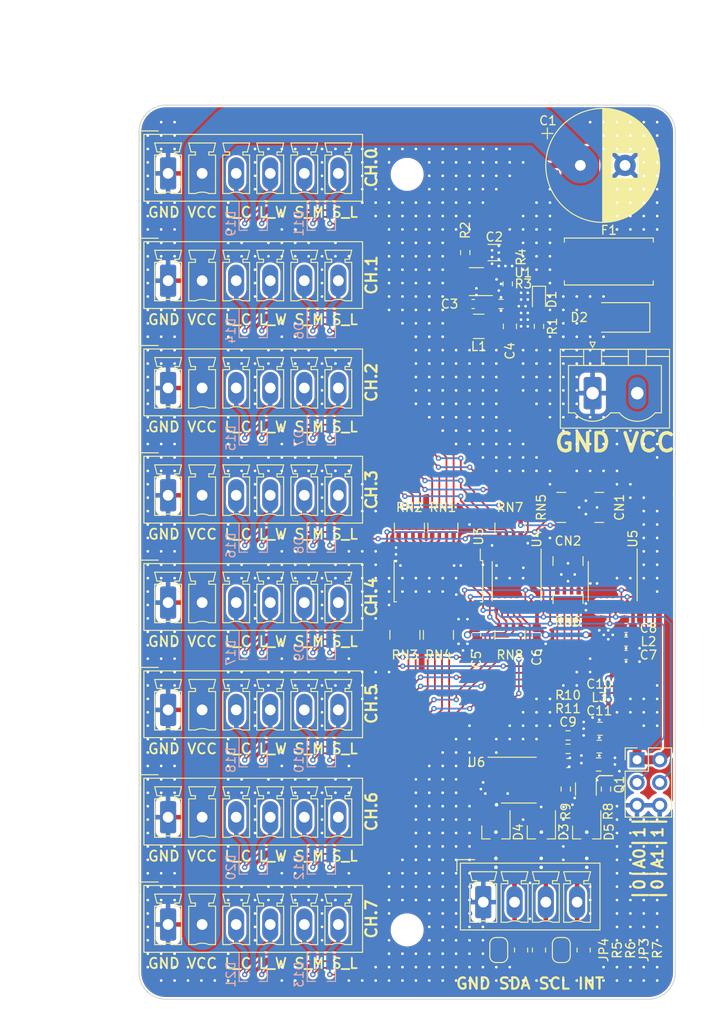
<source format=kicad_pcb>
(kicad_pcb (version 20221018) (generator pcbnew)
  (layers (0 "F.Cu" signal) (31 "B.Cu" signal) (34 "B.Paste" user) (35 "F.Paste" user) (36 "B.SilkS" user "B.Silkscreen") (37 "F.SilkS" user "F.Silkscreen") (38 "B.Mask" user) (39 "F.Mask" user) (44 "Edge.Cuts" user))
  (net 0 "")
  (net 1 "+36V")
  (net 2 "GND")
  (net 3 "/power_in/BST")
  (net 4 "/power_in/SW")
  (net 5 "+5V")
  (net 6 "+5VD")
  (net 7 "VBUS")
  (net 8 "/nodes/PW3")
  (net 9 "/nodes/PW2")
  (net 10 "/IO/IO1")
  (net 11 "/ADC/AD1")
  (net 12 "/nodes/PW5")
  (net 13 "/nodes/PW4")
  (net 14 "/IO/IO2")
  (net 15 "/ADC/AD2")
  (net 16 "/nodes/PW7")
  (net 17 "/nodes/PW6")
  (net 18 "/IO/IO3")
  (net 19 "/ADC/AD3")
  (net 20 "/nodes/PW9")
  (net 21 "/nodes/PW8")
  (net 22 "/IO/IO4")
  (net 23 "/ADC/AD4")
  (net 24 "/nodes/PW11")
  (net 25 "/nodes/PW10")
  (net 26 "/IO/IO5")
  (net 27 "/ADC/AD5")
  (net 28 "/nodes/PW1")
  (net 29 "/nodes/PW0")
  (net 30 "/IO/IO0")
  (net 31 "/ADC/AD0")
  (net 32 "/nodes/PW13")
  (net 33 "/nodes/PW12")
  (net 34 "/IO/IO6")
  (net 35 "/ADC/AD6")
  (net 36 "/nodes/PW15")
  (net 37 "/nodes/PW14")
  (net 38 "/IO/IO7")
  (net 39 "/ADC/AD7")
  (net 40 "/power_in/EN")
  (net 41 "/power_in/FB")
  (net 42 "/pwm/_PW0")
  (net 43 "/pwm/_PW1")
  (net 44 "/pwm/_PW2")
  (net 45 "/pwm/_PW3")
  (net 46 "/pwm/_PW4")
  (net 47 "/pwm/_PW5")
  (net 48 "/pwm/_PW6")
  (net 49 "/pwm/_PW7")
  (net 50 "/pwm/_PW8")
  (net 51 "/pwm/_PW9")
  (net 52 "/pwm/_PW10")
  (net 53 "/pwm/_PW11")
  (net 54 "/pwm/_PW12")
  (net 55 "/pwm/_PW13")
  (net 56 "/pwm/_PW14")
  (net 57 "/pwm/_PW15")
  (net 58 "/pwm/~{OE}")
  (net 59 "Net-(D1-A)")
  (net 60 "/bus_in/SCL_{R}")
  (net 61 "+5VA")
  (net 62 "/bus_in/SCL_{T}")
  (net 63 "/bus_in/SDA_{T}")
  (net 64 "/bus_in/SDA_{R}")
  (net 65 "/bus_in/INT")
  (net 66 "Net-(Q1A-G)")
  (net 69 "/ADC/_AD3")
  (net 70 "/ADC/_AD2")
  (net 71 "/ADC/_AD1")
  (net 72 "/ADC/_AD0")
  (net 73 "/ADC/_AD7")
  (net 74 "/ADC/_AD6")
  (net 75 "/ADC/_AD5")
  (net 76 "/ADC/_AD4")
  (net 77 "/SCL")
  (net 78 "/SDA")
  (net 79 "/A0")
  (net 80 "/A1")
  (net 81 "/~INT")
  (footprint "Resistor_SMD:R_0603_1608Metric" (layer "F.Cu") (at 208 105 90)
    (fp_text reference "R8")
    (fp_text value "47k")
  )
  (footprint "Diode_SMD:D_SMA" (layer "F.Cu") (at 209.5 52.25 180)
    (fp_text reference "D2")
    (fp_text value "D_Zener")
  )
  (footprint "Resistor_SMD:R_0603_1608Metric" (layer "F.Cu") (at 203.75 100.5 180)
    (fp_text reference "R11")
    (fp_text value "4k7")
  )
  (footprint "Resistor_SMD:R_0805_2012Metric_Pad1.20x1.40mm_HandSolder" (layer "F.Cu") (at 205.5 123 90)
    (fp_text reference "R7")
    (fp_text value "200")
  )
  (footprint "Package_SO:SOIC-8_3.9x4.9mm_P1.27mm" (layer "F.Cu") (at 198.25 104)
    (fp_text reference "U6")
    (fp_text value "P82B96")
  )
  (footprint "Jumper:SolderJumper-2_P1.3mm_Open_RoundedPad1.0x1.5mm" (layer "F.Cu") (at 196 123 -90)
    (fp_text reference "JP4")
    (fp_text value "SolderJumper_2_Open")
  )
  (footprint "Resistor_SMD:R_Array_Convex_4x0603" (layer "F.Cu") (at 203.75 83.75 -90)
    (fp_text reference "RN6")
    (fp_text value "R_Pack04_Split")
  )
  (footprint "Package_TO_SOT_SMD:SOT-23_Handsoldering" (layer "F.Cu") (at 205.845 109.8125 -90)
    (fp_text reference "D5")
    (fp_text value "D")
  )
  (footprint "Resistor_SMD:R_Array_Convex_4x0603" (layer "F.Cu") (at 189.25 87.75 -90)
    (fp_text reference "RN4")
    (fp_text value "R_Pack04")
  )
  (footprint "Package_TO_SOT_SMD:SOT-363_SC-70-6" (layer "F.Cu") (at 205.75 105 -90)
    (fp_text reference "Q1")
    (fp_text value "Q_Dual_NMOS_S1G1D2S2G2D1")
  )
  (footprint "Resistor_SMD:R_Array_Convex_4x0603" (layer "F.Cu") (at 207.25 73.5 180)
    (fp_text reference "CN1")
    (fp_text value "C_Pack04_Split")
  )
  (footprint "LED_SMD:LED_0603_1608Metric" (layer "F.Cu") (at 200.5 50.25 -90)
    (fp_text reference "D1")
    (fp_text value "LED")
  )
  (footprint "Package_SO:TSSOP-16_4.4x5mm_P0.65mm" (layer "F.Cu") (at 198 81.75 -90)
    (fp_text reference "U4")
    (fp_text value "TCA9554PW")
  )
  (footprint "Capacitor_SMD:C_0603_1608Metric" (layer "F.Cu") (at 203.75 102.095)
    (fp_text reference "C9")
    (fp_text value "100n")
  )
  (footprint "Connector_Phoenix_MC:PhoenixContact_MCV_1,5_6-G-3.81_1x06_P3.81mm_Vertical" (layer "F.Cu") (at 159 72.1425)
    (fp_text reference "J3" hide)
    (fp_text value "Screw_Terminal_01x06")
  )
  (footprint "Package_SO:TSSOP-28_4.4x9.7mm_P0.65mm" (layer "F.Cu") (at 189.25 81.75 -90)
    (fp_text reference "U3")
    (fp_text value "PCA9685PW")
  )
  (footprint "Connector_Phoenix_MC:PhoenixContact_MCV_1,5_6-G-3.81_1x06_P3.81mm_Vertical" (layer "F.Cu") (at 159 60.1425)
    (fp_text reference "J2" hide)
    (fp_text value "Screw_Terminal_01x06")
  )
  (footprint "Connector_Phoenix_MC:PhoenixContact_MCV_1,5_6-G-3.81_1x06_P3.81mm_Vertical" (layer "F.Cu") (at 159 108.1425)
    (fp_text reference "J7" hide)
    (fp_text value "Screw_Terminal_01x06")
  )
  (footprint "Resistor_SMD:R_0805_2012Metric_Pad1.20x1.40mm_HandSolder" (layer "F.Cu") (at 200.5 123 90)
    (fp_text reference "R6")
    (fp_text value "200")
  )
  (footprint "Fuse:Fuseholder_Littelfuse_Nano2_154x" (layer "F.Cu") (at 208.315 46)
    (fp_text reference "F1")
    (fp_text value "Fuse")
  )
  (footprint "Resistor_SMD:R_0603_1608Metric" (layer "F.Cu") (at 192.25 45 90)
    (fp_text reference "R2")
    (fp_text value "1M")
  )
  (footprint "Capacitor_SMD:C_0805_2012Metric" (layer "F.Cu") (at 197.25 53.25 -90)
    (fp_text reference "C4")
    (fp_text value "22u")
  )
  (footprint "Inductor_SMD:L_1210_3225Metric" (layer "F.Cu") (at 193.7625 53.25)
    (fp_text reference "L1")
    (fp_text value "22u")
  )
  (footprint "Connector_Phoenix_MSTB:PhoenixContact_MSTBVA_2,5_2-G_1x02_P5.00mm_Vertical" (layer "F.Cu") (at 206.5 60.7225)
    (fp_text reference "J9" hide)
    (fp_text value "Screw_Terminal_01x02")
  )
  (footprint "Resistor_SMD:R_0603_1608Metric" (layer "F.Cu") (at 200.5 53.25 90)
    (fp_text reference "R1")
    (fp_text value "R")
  )
  (footprint "Resistor_SMD:R_Array_Convex_4x0603" (layer "F.Cu") (at 197.25 75.75 -90)
    (fp_text reference "RN7")
    (fp_text value "R_Pack04_Split")
  )
  (footprint "MountingHole:MountingHole_3.2mm_M3" (layer "F.Cu") (at 185.75 36.25)
    (fp_text reference "H1" hide)
    (fp_text value "MountingHole")
  )
  (footprint "Connector_Phoenix_MC:PhoenixContact_MCV_1,5_4-G-3.5_1x04_P3.50mm_Vertical" (layer "F.Cu") (at 194.2675 117.6425)
    (fp_text reference "J10" hide)
    (fp_text value "Screw_Terminal_01x04")
  )
  (footprint "Inductor_SMD:L_0805_2012Metric_Pad1.15x1.40mm_HandSolder" (layer "F.Cu") (at 207.25 100.25 180)
    (fp_text reference "L3")
    (fp_text value "FerriteBead")
  )
  (footprint "MountingHole:MountingHole_3.2mm_M3" (layer "F.Cu") (at 185.75 120.75)
    (fp_text reference "H2" hide)
    (fp_text value "MountingHole")
  )
  (footprint "Capacitor_SMD:C_0603_1608Metric" (layer "F.Cu") (at 210.25 90)
    (fp_text reference "C7")
    (fp_text value "C")
  )
  (footprint "Resistor_SMD:R_Array_Convex_4x0603" (layer "F.Cu") (at 197.25 87.75 90)
    (fp_text reference "RN8")
    (fp_text value "R_Pack04_Split")
  )
  (footprint "Resistor_SMD:R_0603_1608Metric" (layer "F.Cu") (at 203.5 105 -90)
    (fp_text reference "R9")
    (fp_text value "10k")
  )
  (footprint "Resistor_SMD:R_Array_Convex_4x0603" (layer "F.Cu") (at 202.999998 73.5 180)
    (fp_text reference "RN5")
    (fp_text value "R_Pack04_Split")
  )
  (footprint "Resistor_SMD:R_0805_2012Metric_Pad1.20x1.40mm_HandSolder" (layer "F.Cu") (at 198.5 123 90)
    (fp_text reference "R5")
    (fp_text value "200")
  )
  (footprint "Connector_Phoenix_MC:PhoenixContact_MCV_1,5_6-G-3.81_1x06_P3.81mm_Vertical" (layer "F.Cu") (at 159 96.1425)
    (fp_text reference "J5" hide)
    (fp_text value "Screw_Terminal_01x06")
  )
  (footprint "Resistor_SMD:R_Array_Convex_4x0603" (layer "F.Cu") (at 185.5 87.75 -90)
    (fp_text reference "RN3")
    (fp_text value "R_Pack04")
  )
  (footprint "Capacitor_SMD:C_0603_1608Metric" (layer "F.Cu") (at 200.25 87.775 -90)
    (fp_text reference "C6")
    (fp_text value "C")
  )
  (footprint "Resistor_SMD:R_Array_Convex_4x0603" (layer "F.Cu") (at 203.75 79.5 -90)
    (fp_text reference "CN2")
    (fp_text value "C_Pack04_Split")
  )
  (footprint "Inductor_SMD:L_0603_1608Metric" (layer "F.Cu") (at 210.25 88.5)
    (fp_text reference "L2")
    (fp_text value "FerriteBead")
  )
  (footprint "Connector_Phoenix_MC:PhoenixContact_MCV_1,5_6-G-3.81_1x06_P3.81mm_Vertical" (layer "F.Cu") (at 159 36.1425)
    (fp_text reference "J6" hide)
    (fp_text value "Screw_Terminal_01x06")
  )
  (footprint "Resistor_SMD:R_0603_1608Metric" (layer "F.Cu") (at 197 48.5 -90)
    (fp_text reference "R4")
    (fp_text value "10k")
  )
  (footprint "Package_TO_SOT_SMD:SOT-23_Handsoldering" (layer "F.Cu") (at 200.7675 109.8125 -90)
    (fp_text reference "D3")
    (fp_text value "D")
  )
  (footprint "Resistor_SMD:R_Array_Convex_4x0603" (layer "F.Cu") (at 186 75.75 90)
    (fp_text reference "RN2")
    (fp_text value "R_Pack04")
  )
  (footprint "Capacitor_SMD:C_0603_1608Metric" (layer "F.Cu") (at 193.475 87.775 -90)
    (fp_text reference "C5")
    (fp_text value "C")
  )
  (footprint "Connector_Phoenix_MC:PhoenixContact_MCV_1,5_6-G-3.81_1x06_P3.81mm_Vertical" (layer "F.Cu") (at 159 120.1425)
    (fp_text reference "J8" hide)
    (fp_text value "Screw_Terminal_01x06")
  )
  (footprint "Package_TO_SOT_SMD:SOT-23_Handsoldering" (layer "F.Cu") (at 195.685 109.8125 -90)
    (fp_text reference "D4")
    (fp_text value "D")
  )
  (footprint "Capacitor_SMD:C_1206_3216Metric" (layer "F.Cu") (at 195.5 45 180)
    (fp_text reference "C2")
    (fp_text value "10u")
  )
  (footprint "Connector_Phoenix_MC:PhoenixContact_MCV_1,5_6-G-3.81_1x06_P3.81mm_Vertical" (layer "F.Cu") (at 159 48.1425)
    (fp_text reference "J1" hide)
    (fp_text value "Screw_Terminal_01x06")
  )
  (footprint "Capacitor_THT:CP_Radial_D12.5mm_P5.00mm" (layer "F.Cu") (at 205.13 35.25)
    (fp_text reference "C1")
    (fp_text value "C_Polarized")
  )
  (footprint "Connector_PinHeader_2.54mm:PinHeader_2x03_P2.54mm_Vertical" (layer "F.Cu") (at 211.474999 101.725)
    (fp_text reference "J12" hide)
    (fp_text value "Conn_02x03_Odd_Even")
  )
  (footprint "Connector_Phoenix_MC:PhoenixContact_MCV_1,5_6-G-3.81_1x06_P3.81mm_Vertical" (layer "F.Cu") (at 159 84.1425)
    (fp_text reference "J4" hide)
    (fp_text value "Screw_Terminal_01x06")
  )
  (footprint "Capacitor_SMD:C_0805_2012Metric" (layer "F.Cu") (at 207.175 102.250001)
    (fp_text reference "C11")
    (fp_text value "22u")
  )
  (footprint "Capacitor_SMD:C_0603_1608Metric" (layer "F.Cu") (at 210.25 86.975 180)
    (fp_text reference "C8")
    (fp_text value "C")
  )
  (footprint "Package_SO:TSSOP-16_4.4x5mm_P0.65mm" (layer "F.Cu") (at 208.75 81.75 -90)
    (fp_text reference "U5")
    (fp_text value "ADS7830")
  )
  (footprint "Package_TO_SOT_SMD:SOT-23-6" (layer "F.Cu") (at 193.499999 48.25 180)
    (fp_text reference "U1")
    (fp_text value "TD1465")
  )
  (footprint "Resistor_SMD:R_Array_Convex_4x0603" (layer "F.Cu") (at 189.75 75.75 90)
    (fp_text reference "RN1")
    (fp_text value "R_Pack04")
  )
  (footprint "Jumper:SolderJumper-2_P1.3mm_Open_RoundedPad1.0x1.5mm" (layer "F.Cu") (at 203 123 -90)
    (fp_text reference "JP3")
    (fp_text value "SolderJumper_2_Open")
  )
  (footprint "Resistor_SMD:R_0603_1608Metric" (layer "F.Cu") (at 203.75 99 180)
    (fp_text reference "R10")
    (fp_text value "4k7")
  )
  (footprint "Capacitor_SMD:C_0805_2012Metric" (layer "F.Cu") (at 207.325 98.249999 180)
    (fp_text reference "C10")
    (fp_text value "22u")
  )
  (footprint "Resistor_SMD:R_0603_1608Metric" (layer "F.Cu") (at 196.25 50.75)
    (fp_text reference "R3")
    (fp_text value "52k5")
  )
  (footprint "Capacitor_SMD:C_0603_1608Metric" (layer "F.Cu") (at 193.1375 50.75 180)
    (fp_text reference "C3")
    (fp_text value "100n")
  )
  (footprint "Package_TO_SOT_SMD:SOT-23_Handsoldering" (layer "B.Cu") (at 176.145 65.75 -90)
    (fp_text reference "D7")
    (fp_text value "D")
  )
  (footprint "Package_TO_SOT_SMD:SOT-23_Handsoldering" (layer "B.Cu") (at 176.145 89.75 -90)
    (fp_text reference "D9")
    (fp_text value "D")
  )
  (footprint "Package_TO_SOT_SMD:SOT-23_Handsoldering" (layer "B.Cu") (at 176.145 53.75 -90)
    (fp_text reference "D6")
    (fp_text value "D")
  )
  (footprint "Package_TO_SOT_SMD:SOT-23_Handsoldering" (layer "B.Cu") (at 168.525 41.75 -90)
    (fp_text reference "D19")
    (fp_text value "D")
  )
  (footprint "Package_TO_SOT_SMD:SOT-23_Handsoldering" (layer "B.Cu") (at 168.525 89.75 -90)
    (fp_text reference "D17")
    (fp_text value "D")
  )
  (footprint "Package_TO_SOT_SMD:SOT-23_Handsoldering" (layer "B.Cu") (at 168.525 125.75 -90)
    (fp_text reference "D21")
    (fp_text value "D")
  )
  (footprint "Package_TO_SOT_SMD:SOT-23_Handsoldering" (layer "B.Cu") (at 176.145 77.75 -90)
    (fp_text reference "D8")
    (fp_text value "D")
  )
  (footprint "Package_TO_SOT_SMD:SOT-23_Handsoldering" (layer "B.Cu") (at 168.525 65.75 -90)
    (fp_text reference "D15")
    (fp_text value "D")
  )
  (footprint "Package_TO_SOT_SMD:SOT-23_Handsoldering" (layer "B.Cu") (at 176.145 125.75 -90)
    (fp_text reference "D13")
    (fp_text value "D")
  )
  (footprint "Package_TO_SOT_SMD:SOT-23_Handsoldering" (layer "B.Cu") (at 168.525 101.75 -90)
    (fp_text reference "D18")
    (fp_text value "D")
  )
  (footprint "Package_TO_SOT_SMD:SOT-23_Handsoldering" (layer "B.Cu") (at 168.525 113.75 -90)
    (fp_text reference "D20")
    (fp_text value "D")
  )
  (footprint "Package_TO_SOT_SMD:SOT-23_Handsoldering" (layer "B.Cu") (at 176.145 113.75 -90)
    (fp_text reference "D12")
    (fp_text value "D")
  )
  (footprint "Package_TO_SOT_SMD:SOT-23_Handsoldering" (layer "B.Cu") (at 168.525 53.75 -90)
    (fp_text reference "D14")
    (fp_text value "D")
  )
  (footprint "Package_TO_SOT_SMD:SOT-23_Handsoldering" (layer "B.Cu") (at 176.145 101.75 -90)
    (fp_text reference "D10")
    (fp_text value "D")
  )
  (footprint "Package_TO_SOT_SMD:SOT-23_Handsoldering" (layer "B.Cu") (at 176.145 41.75 -90)
    (fp_text reference "D11")
    (fp_text value "D")
  )
  (footprint "Package_TO_SOT_SMD:SOT-23_Handsoldering" (layer "B.Cu") (at 168.525 77.75 -90)
    (fp_text reference "D16")
    (fp_text value "D")
  )
  (gr_line (start 207.25 103.5) (end 208.75 103.5) (stroke (width 0.15)) (layer "F.SilkS"))
  (gr_line (start 206.91 103.8) (end 207.25 103.5) (stroke (width 0.15)) (layer "F.SilkS"))
  (gr_arc (start 158.75 128.5) (mid 156.62868 127.62132) (end 155.75 125.5) (stroke (width 0.1)) (layer "Edge.Cuts"))
  (gr_line (start 155.75 31.5) (end 155.75 125.5) (stroke (width 0.1)) (layer "Edge.Cuts"))
  (gr_arc (start 212.750001 28.499999) (mid 214.871321 29.378679) (end 215.750001 31.499999) (stroke (width 0.1)) (layer "Edge.Cuts"))
  (gr_line (start 215.75 125.5) (end 215.750001 31.499999) (stroke (width 0.1)) (layer "Edge.Cuts"))
  (gr_line (start 212.750001 28.499999) (end 158.75 28.5) (stroke (width 0.1)) (layer "Edge.Cuts"))
  (gr_arc (start 215.75 125.5) (mid 214.87132 127.62132) (end 212.75 128.5) (stroke (width 0.1)) (layer "Edge.Cuts"))
  (gr_arc (start 155.75 31.5) (mid 156.62868 29.37868) (end 158.75 28.5) (stroke (width 0.1)) (layer "Edge.Cuts"))
  (gr_line (start 158.75 128.5) (end 212.75 128.5) (stroke (width 0.1)) (layer "Edge.Cuts"))
  (gr_text "CH.2" (at 181.75 59.5175 90) (layer "F.SilkS") (effects (font (size 1.25 1.25) (thickness 0.25) bold)))
  (gr_text "GND VCC L_C L_W S_M S_L" (at 168.5 124.5) (layer "F.SilkS") (effects (font (size 1.15 1.15) (thickness 0.2) bold)))
  (gr_text "GND VCC L_C L_W S_M S_L" (at 168.5 100.5) (layer "F.SilkS") (effects (font (size 1.15 1.15) (thickness 0.2) bold)))
  (gr_text "CH.0" (at 181.75 35.5175 90) (layer "F.SilkS") (effects (font (size 1.25 1.25) (thickness 0.25) bold)))
  (gr_text "GND VCC L_C L_W S_M S_L" (at 168.5 52.5) (layer "F.SilkS") (effects (font (size 1.15 1.15) (thickness 0.2) bold)))
  (gr_text "CH.6" (at 181.75 107.5175 90) (layer "F.SilkS") (effects (font (size 1.25 1.25) (thickness 0.25) bold)))
  (gr_text "|0|A0|1|\n|0|A1|1|" (at 212.75 112.75 90) (layer "F.SilkS") (effects (font (size 1.25 1.25) (thickness 0.25) bold)))
  (gr_text "GND VCC" (at 209 66.25) (layer "F.SilkS") (effects (font (size 2 2) (thickness 0.4) bold)))
  (gr_text "GND VCC L_C L_W S_M S_L" (at 168.5 76.5) (layer "F.SilkS") (effects (font (size 1.15 1.15) (thickness 0.2) bold)))
  (gr_text "GND VCC L_C L_W S_M S_L" (at 168.5 88.5) (layer "F.SilkS") (effects (font (size 1.15 1.15) (thickness 0.2) bold)))
  (gr_text "CH.4" (at 181.75 83.5175 90) (layer "F.SilkS") (effects (font (size 1.25 1.25) (thickness 0.25) bold)))
  (gr_text "GND VCC L_C L_W S_M S_L" (at 168.5 64.5) (layer "F.SilkS") (effects (font (size 1.15 1.15) (thickness 0.2) bold)))
  (gr_text "CH.5" (at 181.75 95.5175 90) (layer "F.SilkS") (effects (font (size 1.25 1.25) (thickness 0.25) bold)))
  (gr_text "CH.7" (at 181.75 119.5175 90) (layer "F.SilkS") (effects (font (size 1.25 1.25) (thickness 0.25) bold)))
  (gr_text "CH.1" (at 181.75 47.5175 90) (layer "F.SilkS") (effects (font (size 1.25 1.25) (thickness 0.25) bold)))
  (gr_text "GND VCC L_C L_W S_M S_L" (at 168.5 40.5) (layer "F.SilkS") (effects (font (size 1.15 1.15) (thickness 0.2) bold)))
  (gr_text "GND SDA SCL INT" (at 199.5 126.75) (layer "F.SilkS") (effects (font (size 1.25 1.25) (thickness 0.25) bold)))
  (gr_text "GND VCC L_C L_W S_M S_L" (at 168.5 112.5) (layer "F.SilkS") (effects (font (size 1.15 1.15) (thickness 0.2) bold)))
  (gr_text "CH.3" (at 181.75 71.5175 90) (layer "F.SilkS") (effects (font (size 1.25 1.25) (thickness 0.25) bold)))
  (segment (start 194.025 42.475) (end 194.025 45) (width 0.6) (layer "F.Cu") (net 1))
  (segment (start 193.151334 48.25) (end 193.5 47.901334) (width 0.6) (layer "F.Cu") (net 1))
  (segment (start 194.025 46.225) (end 194.025 45) (width 0.6) (layer "F.Cu") (net 1))
  (segment (start 193.5 47.901334) (end 193.5 46.75) (width 0.6) (layer "F.Cu") (net 1))
  (segment (start 205.13 35.25) (end 201.25 35.25) (width 0.6) (layer "F.Cu") (net 1))
  (segment (start 201.25 35.25) (end 194.025 42.475) (width 0.6) (layer "F.Cu") (net 1))
  (segment (start 194.025 45) (end 193.075 45) (width 0.2) (layer "F.Cu") (net 1))
  (segment (start 193.5 46.75) (end 194.025 46.225) (width 0.6) (layer "F.Cu") (net 1))
  (segment (start 192.362499 48.25) (end 193.151334 48.25) (width 0.6) (layer "F.Cu") (net 1))
  (segment (start 193.075 45) (end 192.25 44.175) (width 0.2) (layer "F.Cu") (net 1))
  (segment (start 162.81 33.6975) (end 165.7575 30.75) (width 4) (layer "B.Cu") (net 1))
  (segment (start 165.7575 30.75) (end 200.63 30.75) (width 4) (layer "B.Cu") (net 1))
  (segment (start 162.81 36.1425) (end 162.81 33.6975) (width 4) (layer "B.Cu") (net 1))
  (segment locked (start 162.81 121) (end 162.81 36.1425) (width 4) (layer "B.Cu") (net 1))
  (segment (start 200.63 30.75) (end 205.13 35.25) (width 4) (layer "B.Cu") (net 1))
  (via (at 210.726786 42.4125) (size 0.6) (drill 0.3) (layers "F.Cu" "B.Cu") (net 2))
  (via (at 156.726786 79.9125) (size 0.6) (drill 0.3) (layers "F.Cu" "B.Cu") (net 2))
  (via (at 170.226786 103.9125) (size 0.6) (drill 0.3) (layers "F.Cu" "B.Cu") (net 2))
  (via (at 197.226786 81.4125) (size 0.6) (drill 0.3) (layers "F.Cu" "B.Cu") (net 2))
  (via (at 165.726786 69.4125) (size 0.6) (drill 0.3) (layers "F.Cu" "B.Cu") (net 2))
  (via (at 165.726786 66.4125) (size 0.6) (drill 0.3) (layers "F.Cu" "B.Cu") (net 2))
  (via (at 189.726786 100.9125) (size 0.6) (drill 0.3) (layers "F.Cu" "B.Cu") (net 2))
  (via (at 180.726786 81.4125) (size 0.6) (drill 0.3) (layers "F.Cu" "B.Cu") (net 2))
  (via (at 207.726786 66.4125) (size 0.6) (drill 0.3) (layers "F.Cu" "B.Cu") (net 2))
  (via (at 165.726786 63.4125) (size 0.6) (drill 0.3) (layers "F.Cu" "B.Cu") (net 2))
  (via (at 195.726786 55.9125) (size 0.6) (drill 0.3) (layers "F.Cu" "B.Cu") (net 2))
  (via (at 188.226786 126.4125) (size 0.6) (drill 0.3) (layers "F.Cu" "B.Cu") (net 2))
  (via (at 168.726786 85.9125) (size 0.6) (drill 0.3) (layers "F.Cu" "B.Cu") (net 2))
  (via (at 183.726786 117.4125) (size 0.6) (drill 0.3) (layers "F.Cu" "B.Cu") (net 2))
  (via (at 212.226786 114.4125) (size 0.6) (drill 0.3) (layers "F.Cu" "B.Cu") (net 2))
  (via (at 188.226786 54.4125) (size 0.6) (drill 0.3) (layers "F.Cu" "B.Cu") (net 2))
  (via (at 165.726786 45.4125) (size 0.6) (drill 0.3) (layers "F.Cu" "B.Cu") (net 2))
  (via (at 200.75 107) (size 0.6) (drill 0.3) (layers "F.Cu" "B.Cu") (net 2))
  (via (at 201.726786 96.4125) (size 0.6) (drill 0.3) (layers "F.Cu" "B.Cu") (net 2))
  (via (at 189.726786 57.4125) (size 0.6) (drill 0.3) (layers "F.Cu" "B.Cu") (net 2))
  (via (at 186.726786 117.4125) (size 0.6) (drill 0.3) (layers "F.Cu" "B.Cu") (net 2))
  (via (at 201.726786 60.4125) (size 0.6) (drill 0.3) (layers "F.Cu" "B.Cu") (net 2))
  (via (at 171.726786 100.9125) (size 0.6) (drill 0.3) (layers "F.Cu" "B.Cu") (net 2))
  (via (at 186.726786 103.9125) (size 0.6) (drill 0.3) (layers "F.Cu" "B.Cu") (net 2))
  (via (at 168.726786 61.9125) (size 0.6) (drill 0.3) (layers "F.Cu" "B.Cu") (net 2))
  (via (at 213.726786 76.9125) (size 0.6) (drill 0.3) (layers "F.Cu" "B.Cu") (net 2))
  (via (at 192.726786 57.4125) (size 0.6) (drill 0.3) (layers "F.Cu" "B.Cu") (net 2))
  (via (at 198.726786 42.4125) (size 0.6) (drill 0.3) (layers "F.Cu" "B.Cu") (net 2))
  (via (at 210.726786 120.4125) (size 0.6) (drill 0.3) (layers "F.Cu" "B.Cu") (net 2))
  (via (at 209.226786 115.9125) (size 0.6) (drill 0.3) (layers "F.Cu" "B.Cu") (net 2))
  (via (at 189.726786 54.4125) (size 0.6) (drill 0.3) (layers "F.Cu" "B.Cu") (net 2))
  (via (at 183.726786 124.9125) (size 0.6) (drill 0.3) (layers "F.Cu" "B.Cu") (net 2))
  (via (at 156.726786 48.4125) (size 0.6) (drill 0.3) (layers "F.Cu" "B.Cu") (net 2))
  (via (at 189.726786 103.9125) (size 0.6) (drill 0.3) (layers "F.Cu" "B.Cu") (net 2))
  (via (at 191.5 86) (size 0.6) (drill 0.3) (layers "F.Cu" "B.Cu") (net 2))
  (via (at 156.726786 100.9125) (size 0.6) (drill 0.3) (layers "F.Cu" "B.Cu") (net 2))
  (via (at 168.726786 117.4125) (size 0.6) (drill 0.3) (layers "F.Cu" "B.Cu") (net 2))
  (via (at 213.726786 123.4125) (size 0.6) (drill 0.3) (layers "F.Cu" "B.Cu") (net 2))
  (via (at 179.226786 115.9125) (size 0.6) (drill 0.3) (layers "F.Cu" "B.Cu") (net 2))
  (via (at 176.226786 48.4125) (size 0.6) (drill 0.3) (layers "F.Cu" "B.Cu") (net 2))
  (via (at 167.226786 57.4125) (size 0.6) (drill 0.3) (layers "F.Cu" "B.Cu") (net 2))
  (via (at 210.726786 31.9125) (size 0.6) (drill 0.3) (layers "F.Cu" "B.Cu") (net 2))
  (via (at 207.25 99.25) (size 0.6) (drill 0.3) (layers "F.Cu" "B.Cu") (net 2))
  (via (at 177.726786 115.9125) (size 0.6) (drill 0.3) (layers "F.Cu" "B.Cu") (net 2))
  (via (at 195.685 113.75) (size 0.8) (drill 0.4) (layers "F.Cu" "B.Cu") (net 2))
  (via (at 158.226786 99.4125) (size 0.6) (drill 0.3) (layers "F.Cu" "B.Cu") (net 2))
  (via (at 186.726786 60.4125) (size 0.6) (drill 0.3) (layers "F.Cu" "B.Cu") (net 2))
  (via (at 165.726786 93.4125) (size 0.6) (drill 0.3) (layers "F.Cu" "B.Cu") (net 2))
  (via (at 192.726786 99.4125) (size 0.6) (drill 0.3) (layers "F.Cu" "B.Cu") (net 2))
  (via (at 197.226786 67.9125) (size 0.6) (drill 0.3) (layers "F.Cu" "B.Cu") (net 2))
  (via (at 156.726786 78.4125) (size 0.6) (drill 0.3) (layers "F.Cu" "B.Cu") (net 2))
  (via (at 176.226786 108.4125) (size 0.6) (drill 0.3) (layers "F.Cu" "B.Cu") (net 2))
  (via (at 210.726786 108.4125) (size 0.6) (drill 0.3) (layers "F.Cu" "B.Cu") (net 2))
  (via (at 180.726786 34.9125) (size 0.6) (drill 0.3) (layers "F.Cu" "B.Cu") (net 2))
  (via (at 173.226786 79.9125) (size 0.6) (drill 0.3) (layers "F.Cu" "B.Cu") (net 2))
  (via (at 159.726786 40.9125) (size 0.6) (drill 0.3) (layers "F.Cu" "B.Cu") (net 2))
  (via (at 192.726786 109.9125) (size 0.6) (drill 0.3) (layers "F.Cu" "B.Cu") (net 2))
  (via (at 177.726786 93.4125) (size 0.6) (drill 0.3) (layers "F.Cu" "B.Cu") (net 2))
  (via (at 158.226786 43.9125) (size 0.6) (drill 0.3) (layers "F.Cu" "B.Cu") (net 2))
  (via (at 168.726786 94.9125) (size 0.6) (drill 0.3) (layers "F.Cu" "B.Cu") (net 2))
  (via (at 191.226786 64.9125) (size 0.6) (drill 0.3) (layers "F.Cu" "B.Cu") (net 2))
  (via (at 192.726786 102.4125) (size 0.6) (drill 0.3) (layers "F.Cu" "B.Cu") (net 2))
  (via (at 211.75 89.25) (size 0.6) (drill 0.3) (layers "F.Cu" "B.Cu") (net 2))
  (via (at 165.726786 42.4125) (size 0.6) (drill 0.3) (layers "F.Cu" "B.Cu") (net 2))
  (via (at 183.726786 123.4125) (size 0.6) (drill 0.3) (layers "F.Cu" "B.Cu") (net 2))
  (via (at 200.75 112.75) (size 0.8) (drill 0.4) (layers "F.Cu" "B.Cu") (net 2))
  (via (at 209.226786 69.4125) (size 0.6) (drill 0.3) (layers "F.Cu" "B.Cu") (net 2))
  (via (at 156.726786 51.4125) (size 0.6) (drill 0.3) (layers "F.Cu" "B.Cu") (net 2))
  (via (at 193 89.5) (size 0.6) (drill 0.3) (layers "F.Cu" "B.Cu") (net 2))
  (via (at 173.226786 43.9125) (size 0.6) (drill 0.3) (layers "F.Cu" "B.Cu") (net 2))
  (via (at 213.726786 42.4125) (size 0.6) (drill 0.3) (layers "F.Cu" "B.Cu") (net 2))
  (via (at 177.726786 57.4125) (size 0.6) (drill 0.3) (layers "F.Cu" "B.Cu") (net 2))
  (via (at 205.75 72.749999) (size 0.6) (drill 0.3) (layers "F.Cu" "B.Cu") (net 2))
  (via (at 200.226786 94.9125) (size 0.6) (drill 0.3) (layers "F.Cu" "B.Cu") (net 2))
  (via (at 158.226786 90.4125) (size 0.6) (drill 0.3) (layers "F.Cu" "B.Cu") (net 2))
  (via (at 196 49.25) (size 0.6) (drill 0.3) (layers "F.Cu" "B.Cu") (net 2))
  (via (at 156.726786 96.4125) (size 0.6) (drill 0.3) (layers "F.Cu" "B.Cu") (net 2))
  (via (at 161.226786 126.4125) (size 0.6) (drill 0.3) (layers "F.Cu" "B.Cu") (net 2))
  (via (at 191.226786 34.9125) (size 0.6) (drill 0.3) (layers "F.Cu" "B.Cu") (net 2))
  (via (at 165.726786 115.9125) (size 0.6) (drill 0.3) (layers "F.Cu" "B.Cu") (net 2))
  (via (at 176.226786 105.4125) (size 0.6) (drill 0.3) (layers "F.Cu" "B.Cu") (net 2))
  (via (at 159.726786 30.4125) (size 0.6) (drill 0.3) (layers "F.Cu" "B.Cu") (net 2))
  (via (at 159.726786 88.9125) (size 0.6) (drill 0.3) (layers "F.Cu" "B.Cu") (net 2))
  (via (at 159.726786 51.4125) (size 0.6) (drill 0.3) (layers "F.Cu" "B.Cu") (net 2))
  (via (at 171.726786 81.4125) (size 0.6) (drill 0.3) (layers "F.Cu" "B.Cu") (net 2))
  (via (at 207.25 87.25) (size 0.6) (drill 0.3) (layers "F.Cu" "B.Cu") (net 2))
  (via (at 188.226786 124.9125) (size 0.6) (drill 0.3) (layers "F.Cu" "B.Cu") (net 2))
  (via (at 198.75 80.25) (size 0.6) (drill 0.3) (layers "F.Cu" "B.Cu") (net 2))
  (via (at 156.726786 99.4125) (size 0.6) (drill 0.3) (layers "F.Cu" "B.Cu") (net 2))
  (via (at 206.226786 66.4125) (size 0.6) (drill 0.3) (layers "F.Cu" "B.Cu") (net 2))
  (via (at 176.226786 45.4125) (size 0.6) (drill 0.3) (layers "F.Cu" "B.Cu") (net 2))
  (via (at 168.726786 82.9125) (size 0.6) (drill 0.3) (layers "F.Cu" "B.Cu") (net 2))
  (via (at 167.226786 105.4125) (size 0.6) (drill 0.3) (layers "F.Cu" "B.Cu") (net 2))
  (via (at 165.726786 79.9125) (size 0.6) (drill 0.3) (layers "F.Cu" "B.Cu") (net 2))
  (via (at 198.5 51.75) (size 0.6) (drill 0.3) (layers "F.Cu" "B.Cu") (net 2))
  (via (at 213.726786 111.4125) (size 0.6) (drill 0.3) (layers "F.Cu" "B.Cu") (net 2))
  (via (at 168.726786 93.4125) (size 0.6) (drill 0.3) (layers "F.Cu" "B.Cu") (net 2))
  (via (at 194.226786 55.9125) (size 0.6) (drill 0.3) (layers "F.Cu" "B.Cu") (net 2))
  (via (at 199.5 119.5) (size 0.6) (drill 0.3) (layers "F.Cu" "B.Cu") (net 2))
  (via (at 210.726786 124.9125) (size 0.6) (drill 0.3) (layers "F.Cu" "B.Cu") (net 2))
  (via (at 189.726786 64.9125) (size 0.6) (drill 0.3) (layers "F.Cu" "B.Cu") (net 2))
  (via (at 182.226786 124.9125) (size 0.6) (drill 0.3) (layers "F.Cu" "B.Cu") (net 2))
  (via (at 201.726786 58.9125) (size 0.6) (drill 0.3) (layers "F.Cu" "B.Cu") (net 2))
  (via (at 201.726786 63.4125) (size 0.6) (drill 0.3) (layers "F.Cu" "B.Cu") (net 2))
  (via (at 210.726786 37.9125) (size 0.6) (drill 0.3) (layers "F.Cu" "B.Cu") (net 2))
  (via (at 191.226786 37.9125) (size 0.6) (drill 0.3) (layers "F.Cu" "B.Cu") (net 2))
  (via (at 170.226786 117.4125) (size 0.6) (drill 0.3) (layers "F.Cu" "B.Cu") (net 2))
  (via (at 195.726786 33.4125) (size 0.6) (drill 0.3) (layers "F.Cu" "B.Cu") (net 2))
  (via (at 185.226786 43.9125) (size 0.6) (drill 0.3) (layers "F.Cu" "B.Cu") (net 2))
  (via (at 165.726786 124.9125) (size 0.6) (drill 0.3) (layers "F.Cu" "B.Cu") (net 2))
  (via (at 191.226786 124.9125) (size 0.6) (drill 0.3) (layers "F.Cu" "B.Cu") (net 2))
  (via (at 174.726786 45.4125) (size 0.6) (drill 0.3) (layers "F.Cu" "B.Cu") (net 2))
  (via (at 159.726786 103.9125) (size 0.6) (drill 0.3) (layers "F.Cu" "B.Cu") (net 2))
  (via (at 210.726786 117.4125) (size 0.6) (drill 0.3) (layers "F.Cu" "B.Cu") (net 2))
  (via (at 174.726786 117.4125) (size 0.6) (drill 0.3) (layers "F.Cu" "B.Cu") (net 2))
  (via (at 209.226786 64.9125) (size 0.6) (drill 0.3) (layers "F.Cu" "B.Cu") (net 2))
  (via (at 173.226786 103.9125) (size 0.6) (drill 0.3) (layers "F.Cu" "B.Cu") (net 2))
  (via (at 177.726786 81.4125) (size 0.6) (drill 0.3) (layers "F.Cu" "B.Cu") (net 2))
  (via (at 156.726786 70.9125) (size 0.6) (drill 0.3) (layers "F.Cu" "B.Cu") (net 2))
  (via (at 194.226786 36.4125) (size 0.6) (drill 0.3) (layers "F.Cu" "B.Cu") (net 2))
  (via (at 158.226786 31.9125) (size 0.6) (drill 0.3) (layers "F.Cu" "B.Cu") (net 2))
  (via (at 213.726786 126.4125) (size 0.6) (drill 0.3) (layers "F.Cu" "B.Cu") (net 2))
  (via (at 168.726786 120.4125) (size 0.6) (drill 0.3) (layers "F.Cu" "B.Cu") (net 2))
  (via (at 185.226786 39.4125) (size 0.6) (drill 0.3) (layers "F.Cu" "B.Cu") (net 2))
  (via (at 213.726786 73.9125) (size 0.6) (drill 0.3) (layers "F.Cu" "B.Cu") (net 2))
  (via (at 170.226786 43.9125) (size 0.6) (drill 0.3) (layers "F.Cu" "B.Cu") (net 2))
  (via (at 167.226786 103.9125) (size 0.6) (drill 0.3) (layers "F.Cu" "B.Cu") (net 2))
  (via (at 209.226786 40.9125) (size 0.6) (drill 0.3) (layers "F.Cu" "B.Cu") (net 2))
  (via (at 176.226786 84.4125) (size 0.6) (drill 0.3) (layers "F.Cu" "B.Cu") (net 2))
  (via (at 213.726786 40.9125) (size 0.6) (drill 0.3) (layers "F.Cu" "B.Cu") (net 2))
  (via (at 203.96304 101.519176) (size 0.6) (drill 0.3) (layers "F.Cu" "B.Cu") (net 2))
  (via (at 200.7675 109.8125) (size 0.8) (drill 0.4) (layers "F.Cu" "B.Cu") (net 2))
  (via (at 156.726786 97.9125) (size 0.6) (drill 0.3) (layers "F.Cu" "B.Cu") (net 2))
  (via (at 209 102.25) (size 0.6) (drill 0.3) (layers "F.Cu" "B.Cu") (net 2))
  (via (at 158.226786 67.9125) (size 0.6) (drill 0.3) (layers "F.Cu" "B.Cu") (net 2))
  (via (at 171.726786 105.4125) (size 0.6) (drill 0.3) (layers "F.Cu" "B.Cu") (net 2))
  (via (at 193.5 49) (size 0.6) (drill 0.3) (layers "F.Cu" "B.Cu") (net 2))
  (via (at 205.5 99) (size 0.6) (drill 0.3) (layers "F.Cu" "B.Cu") (net 2))
  (via (at 207.726786 63.4125) (size 0.6) (drill 0.3) (layers "F.Cu" "B.Cu") (net 2))
  (via (at 207.726786 64.9125) (size 0.6) (drill 0.3) (layers "F.Cu" "B.Cu") (net 2))
  (via (at 197 105.5) (size 0.6) (drill 0.3) (layers "F.Cu" "B.Cu") (net 2))
  (via (at 168.726786 118.9125) (size 0.6) (drill 0.3) (layers "F.Cu" "B.Cu") (net 2))
  (via (at 179.226786 81.4125) (size 0.6) (drill 0.3) (layers "F.Cu" "B.Cu") (net 2))
  (via (at 159.726786 64.9125) (size 0.6) (drill 0.3) (layers "F.Cu" "B.Cu") (net 2))
  (via (at 177.726786 117.4125) (size 0.6) (drill 0.3) (layers "F.Cu" "B.Cu") (net 2))
  (via (at 165.726786 100.9125) (size 0.6) (drill 0.3) (layers "F.Cu" "B.Cu") (net 2))
  (via (at 179.226786 90.4125) (size 0.6) (drill 0.3) (layers "F.Cu" "B.Cu") (net 2))
  (via (at 173.226786 124.9125) (size 0.6) (drill 0.3) (layers "F.Cu" "B.Cu") (net 2))
  (via (at 192.726786 114.4125) (size 0.6) (drill 0.3) (layers "F.Cu" "B.Cu") (net 2))
  (via (at 182.226786 79.9125) (size 0.6) (drill 0.3) (layers "F.Cu" "B.Cu") (net 2))
  (via (at 189.726786 109.9125) (size 0.6) (drill 0.3) (layers "F.Cu" "B.Cu") (net 2))
  (via (at 204.726786 52.9125) (size 0.6) (drill 0.3) (layers "F.Cu" "B.Cu") (net 2))
  (via (at 179.226786 102.4125) (size 0.6) (drill 0.3) (layers "F.Cu" "B.Cu") (net 2))
  (via (at 210.726786 115.9125) (size 0.6) (drill 0.3) (layers "F.Cu" "B.Cu") (net 2))
  (via (at 204.726786 54.4125) (size 0.6) (drill 0.3) (layers "F.Cu" "B.Cu") (net 2))
  (via (at 199.25 49.5) (size 0.6) (drill 0.3) (layers "F.Cu" "B.Cu") (net 2))
  (via (at 182.226786 40.9125) (size 0.6) (drill 0.3) (layers "F.Cu" "B.Cu") (net 2))
  (via (at 176.226786 121.9125) (size 0.6) (drill 0.3) (layers "F.Cu" "B.Cu") (net 2))
  (via (at 171.726786 40.9125) (size 0.6) (drill 0.3) (layers "F.Cu" "B.Cu") (net 2))
  (via (at 173.226786 126.4125) (size 0.6) (drill 0.3) (layers "F.Cu" "B.Cu") (net 2))
  (via (at 171.726786 54.4125) (size 0.6) (drill 0.3) (layers "F.Cu" "B.Cu") (net 2))
  (via (at 197.226786 126.4125) (size 0.6) (drill 0.3) (layers "F.Cu" "B.Cu") (net 2))
  (via (at 212.226786 96.4125) (size 0.6) (drill 0.3) (layers "F.Cu" "B.Cu") (net 2))
  (via (at 191.226786 112.9125) (size 0.6) (drill 0.3) (layers "F.Cu" "B.Cu") (net 2))
  (via (at 176.226786 57.4125) (size 0.6) (drill 0.3) (layers "F.Cu" "B.Cu") (net 2))
  (via (at 188.226786 111.4125) (size 0.6) (drill 0.3) (layers "F.Cu" "B.Cu") (net 2))
  (via (at 188.226786 118.9125) (size 0.6) (drill 0.3) (layers "F.Cu" "B.Cu") (net 2))
  (via (at 192.726786 39.4125) (size 0.6) (drill 0.3) (layers "F.Cu" "B.Cu") (net 2))
  (via (at 194.226786 126.4125) (size 0.6) (drill 0.3) (layers "F.Cu" "B.Cu") (net 2))
  (via (at 201.726786 43.9125) (size 0.6) (drill 0.3) (layers "F.Cu" "B.Cu") (net 2))
  (via (at 209.226786 114.4125) (size 0.6) (drill 0.3) (layers "F.Cu" "B.Cu") (net 2))
  (via (at 191.226786 126.4125) (size 0.6) (drill 0.3) (layers "F.Cu" "B.Cu") (net 2))
  (via (at 182.226786 73.9125) (size 0.6) (drill 0.3) (layers "F.Cu" "B.Cu") (net 2))
  (via (at 167.226786 115.9125) (size 0.6) (drill 0.3) (layers "F.Cu" "B.Cu") (net 2))
  (via (at 168.726786 37.9125) (size 0.6) (drill 0.3) (layers "F.Cu" "B.Cu") (net 2))
  (via (at 203.226786 93.4125) (size 0.6) (drill 0.3) (layers "F.Cu" "B.Cu") (net 2))
  (via (at 201.726786 48.4125) (size 0.6) (drill 0.3) (layers "F.Cu" "B.Cu") (net 2))
  (via (at 167.226786 117.4125) (size 0.6) (drill 0.3) (layers "F.Cu" "B.Cu") (net 2))
  (via (at 206.226786 69.4125) (size 0.6) (drill 0.3) (layers "F.Cu" "B.Cu") (net 2))
  (via (at 205.25 102.095) (size 0.6) (drill 0.3) (layers "F.Cu" "B.Cu") (net 2))
  (via (at 168.726786 69.4125) (size 0.6) (drill 0.3) (layers "F.Cu" "B.Cu") (net 2))
  (via (at 156.726786 66.4125) (size 0.6) (drill 0.3) (layers "F.Cu" "B.Cu") (net 2))
  (via (at 195.726786 99.4125) (size 0.6) (drill 0.3) (layers "F.Cu" "B.Cu") (net 2))
  (via (at 156.726786 82.9125) (size 0.6) (drill 0.3) (layers "F.Cu" "B.Cu") (net 2))
  (via (at 188.226786 36.4125) (size 0.6) (drill 0.3) (layers "F.Cu" "B.Cu") (net 2))
  (via (at 186.726786 123.4125) (size 0.6) (drill 0.3) (layers "F.Cu" "B.Cu") (net 2))
  (via (at 213.726786 82.9125) (size 0.6) (drill 0.3) (layers "F.Cu" "B.Cu") (net 2))
  (via (at 198.726786 60.4125) (size 0.6) (drill 0.3) (layers "F.Cu" "B.Cu") (net 2))
  (via (at 212.226786 40.9125) (size 0.6) (drill 0.3) (layers "F.Cu" "B.Cu") (net 2))
  (via (at 183.726786 48.4125) (size 0.6) (drill 0.3) (layers "F.Cu" "B.Cu") (net 2))
  (via (at 185.226786 114.4125) (size 0.6) (drill 0.3) (layers "F.Cu" "B.Cu") (net 2))
  (via (at 191.75 80) (size 0.6) (drill 0.3) (layers "F.Cu" "B.Cu") (net 2))
  (via (at 204.726786 91.9125) (size 0.6) (drill 0.3) (layers "F.Cu" "B.Cu") (net 2))
  (via (at 195.726786 69.4125) (size 0.6) (drill 0.3) (layers "F.Cu" "B.Cu") (net 2))
  (via (at 210.726786 39.4125) (size 0.6) (drill 0.3) (layers "F.Cu" "B.Cu") (net 2))
  (via (at 209.226786 120.4125) (size 0.6) (drill 0.3) (layers "F.Cu" "B.Cu") (net 2))
  (via (at 180.726786 70.9125) (size 0.6) (drill 0.3) (layers "F.Cu" "B.Cu") (net 2))
  (via (at 173.226786 102.4125) (size 0.6) (drill 0.3) (layers "F.Cu" "B.Cu") (net 2))
  (via (at 179.226786 79.9125) (size 0.6) (drill 0.3) (layers "F.Cu" "B.Cu") (net 2))
  (via (at 188.226786 37.9125) (size 0.6) (drill 0.3) (layers "F.Cu" "B.Cu") (net 2))
  (via (at 192.726786 64.9125) (size 0.6) (drill 0.3) (layers "F.Cu" "B.Cu") (net 2))
  (via (at 209.226786 37.9125) (size 0.6) (drill 0.3) (layers "F.Cu" "B.Cu") (net 2))
  (via (at 201.726786 42.4125) (size 0.6) (drill 0.3) (layers "F.Cu" "B.Cu") (net 2))
  (via (at 194.226786 60.4125) (size 0.6) (drill 0.3) (layers "F.Cu" "B.Cu") (net 2))
  (via (at 195.726786 34.9125) (size 0.6) (drill 0.3) (layers "F.Cu" "B.Cu") (net 2))
  (via (at 176.226786 46.9125) (size 0.6) (drill 0.3) (layers "F.Cu" "B.Cu") (net 2))
  (via (at 203.226786 61.9125) (size 0.6) (drill 0.3) (layers "F.Cu" "B.Cu") (net 2))
  (via (at 189.726786 114.4125) (size 0.6) (drill 0.3) (layers "F.Cu" "B.Cu") (net 2))
  (via (at 185.226786 124.9125) (size 0.6) (drill 0.3) (layers "F.Cu" "B.Cu") (net 2))
  (via (at 182.226786 93.4125) (size 0.6) (drill 0.3) (layers "F.Cu" "B.Cu") (net 2))
  (via (at 168.726786 108.4125) (size 0.6) (drill 0.3) (layers "F.Cu" "B.Cu") (net 2))
  (via (at 165.726786 112.9125) (size 0.6) (drill 0.3) (layers "F.Cu" "B.Cu") (net 2))
  (via (at 176.226786 73.9125) (size 0.6) (drill 0.3) (layers "F.Cu" "B.Cu") (net 2))
  (via (at 156.726786 31.9125) (size 0.6) (drill 0.3) (layers "F.Cu" "B.Cu") (net 2))
  (via (at 195.75 80) (size 0.6) (drill 0.3) (layers "F.Cu" "B.Cu") (net 2))
  (via (at 158.226786 39.4125) (size 0.6) (drill 0.3) (layers "F.Cu" "B.Cu") (net 2))
  (via (at 171.726786 91.9125) (size 0.6) (drill 0.3) (layers "F.Cu" "B.Cu") (net 2))
  (via (at 208.25 88.25) (size 0.6) (drill 0.3) (layers "F.Cu" "B.Cu") (net 2))
  (via (at 194.226786 123.4125) (size 0.6) (drill 0.3) (layers "F.Cu" "B.Cu") (net 2))
  (via (at 156.726786 124.9125) (size 0.6) (drill 0.3) (layers "F.Cu" "B.Cu") (net 2))
  (via (at 188.226786 40.9125) (size 0.6) (drill 0.3) (layers "F.Cu" "B.Cu") (net 2))
  (via (at 173.226786 54.4125) (size 0.6) (drill 0.3) (layers "F.Cu" "B.Cu") (net 2))
  (via (at 207.726786 69.4125) (size 0.6) (drill 0.3) (layers "F.Cu" "B.Cu") (net 2))
  (via (at 170.226786 67.9125) (size 0.6) (drill 0.3) (layers "F.Cu" "B.Cu") (net 2))
  (via (at 189.726786 46.9125) (size 0.6) (drill 0.3) (layers "F.Cu" "B.Cu") (net 2))
  (via (at 200.226786 60.4125) (size 0.6) (drill 0.3) (layers "F.Cu" "B.Cu") (net 2))
  (via (at 186.726786 111.4125) (size 0.6) (drill 0.3) (layers "F.Cu" "B.Cu") (net 2))
  (via (at 209.226786 96.4125) (size 0.6) (drill 0.3) (layers "F.Cu" "B.Cu") (net 2))
  (via (at 186.726786 39.4125) (size 0.6) (drill 0.3) (layers "F.Cu" "B.Cu") (net 2))
  (via (at 210.726786 70.9125) (size 0.6) (drill 0.3) (layers "F.Cu" "B.Cu") (net 2))
  (via (at 191.226786 66.4125) (size 0.6) (drill 0.3) (layers "F.Cu" "B.Cu") (net 2))
  (via (at 158.226786 40.9125) (size 0.6) (drill 0.3) (layers "F.Cu" "B.Cu") (net 2))
  (via (at 183.726786 42.4125) (size 0.6) (drill 0.3) (layers "F.Cu" "B.Cu") (net 2))
  (via (at 206.226786 90.4125) (size 0.6) (drill 0.3) (layers "F.Cu" "B.Cu") (net 2))
  (via (at 203.226786 60.4125) (size 0.6) (drill 0.3) (layers "F.Cu" "B.Cu") (net 2))
  (via (at 198.5 52.5) (size 0.6) (drill 0.3) (layers "F.Cu" "B.Cu") (net 2))
  (via (at 197.5 46.5) (size 0.6) (drill 0.3) (layers "F.Cu" "B.Cu") (net 2))
  (via (at 191.5 88.75) (size 0.6) (drill 0.3) (layers "F.Cu" "B.Cu") (net 2))
  (via (at 177.726786 103.9125) (size 0.6) (drill 0.3) (layers "F.Cu" "B.Cu") (net 2))
  (via (at 213.726786 114.4125) (size 0.6) (drill 0.3) (layers "F.Cu" "B.Cu") (net 2))
  (via (at 188.226786 105.4125) (size 0.6) (drill 0.3) (layers "F.Cu" "B.Cu") (net 2))
  (via (at 185 80) (size 0.6) (drill 0.3) (layers "F.Cu" "B.Cu") (net 2))
  (via (at 191.226786 61.9125) (size 0.6) (drill 0.3) (layers "F.Cu" "B.Cu") (net 2))
  (via (at 189.726786 102.4125) (size 0.6) (drill 0.3) (layers "F.Cu" "B.Cu") (net 2))
  (via (at 200.226786 61.9125) (size 0.6) (drill 0.3) (layers "F.Cu" "B.Cu") (net 2))
  (via (at 194 105) (size 0.6) (drill 0.3) (layers "F.Cu" "B.Cu") (net 2))
  (via (at 159.726786 67.9125) (size 0.6) (drill 0.3) (layers "F.Cu" "B.Cu") (net 2))
  (via (at 156.726786 58.9125) (size 0.6) (drill 0.3) (layers "F.Cu" "B.Cu") (net 2))
  (via (at 193.5 49.75) (size 0.6) (drill 0.3) (layers "F.Cu" "B.Cu") (net 2))
  (via (at 156.726786 109.9125) (size 0.6) (drill 0.3) (layers "F.Cu" "B.Cu") (net 2))
  (via (at 189.726786 37.9125) (size 0.6) (drill 0.3) (layers "F.Cu" "B.Cu") (net 2))
  (via (at 177.726786 43.9125) (size 0.6) (drill 0.3) (layers "F.Cu" "B.Cu") (net 2))
  (via (at 196 44.25) (size 0.6) (drill 0.3) (layers "F.Cu" "B.Cu") (net 2))
  (via (at 207.726786 57.4125) (size 0.6) (drill 0.3) (layers "F.Cu" "B.Cu") (net 2))
  (via (at 197.226786 99.4125) (size 0.6) (drill 0.3) (layers "F.Cu" "B.Cu") (net 2))
  (via (at 209.226786 108.4125) (size 0.6) (drill 0.3) (layers "F.Cu" "B.Cu") (net 2))
  (via (at 191.226786 105.4125) (size 0.6) (drill 0.3) (layers "F.Cu" "B.Cu") (net 2))
  (via (at 186.726786 105.4125) (size 0.6) (drill 0.3) (layers "F.Cu" "B.Cu") (net 2))
  (via (at 201.726786 49.9125) (size 0.6) (drill 0.3) (layers "F.Cu" "B.Cu") (net 2))
  (via (at 192 89.5) (size 0.6) (drill 0.3) (layers "F.Cu" "B.Cu") (net 2))
  (via (at 191.226786 99.4125) (size 0.6) (drill 0.3) (layers "F.Cu" "B.Cu") (net 2))
  (via (at 159.726786 124.9125) (size 0.6) (drill 0.3) (layers "F.Cu" "B.Cu") (net 2))
  (via (at 188.226786 52.9125) (size 0.6) (drill 0.3) (layers "F.Cu" "B.Cu") (net 2))
  (via (at 212.226786 81.4125) (size 0.6) (drill 0.3) (layers "F.Cu" "B.Cu") (net 2))
  (via (at 156.726786 54.4125) (size 0.6) (drill 0.3) (layers "F.Cu" "B.Cu") (net 2))
  (via (at 196.25 51.5) (size 0.6) (drill 0.3) (layers "F.Cu" "B.Cu") (net 2))
  (via (at 156.726786 121.9125) (size 0.6) (drill 0.3) (layers "F.Cu" "B.Cu") (net 2))
  (via (at 158.226786 76.9125) (size 0.6) (drill 0.3) (layers "F.Cu" "B.Cu") (net 2))
  (via (at 156.726786 91.9125) (size 0.6) (drill 0.3) (layers "F.Cu" "B.Cu") (net 2))
  (via (at 188.226786 114.4125) (size 0.6) (drill 0.3) (layers "F.Cu" "B.Cu") (net 2))
  (via (at 207.726786 31.9125) (size 0.6) (drill 0.3) (layers "F.Cu" "B.Cu") (net 2))
  (via (at 167.226786 91.9125) (size 0.6) (drill 0.3) (layers "F.Cu" "B.Cu") (net 2))
  (via (at 189.726786 36.4125) (size 0.6) (drill 0.3) (layers "F.Cu" "B.Cu") (net 2))
  (via (at 200 90) (size 0.6) (drill 0.3) (layers "F.Cu" "B.Cu") (net 2))
  (via (at 207.75 87.75) (size 0.6) (drill 0.3) (layers "F.Cu" "B.Cu") (net 2))
  (via (at 199 51) (size 0.6) (drill 0.3) (layers "F.Cu" "B.Cu") (net 2))
  (via (at 180.726786 36.4125) (size 0.6) (drill 0.3) (layers "F.Cu" "B.Cu") (net 2))
  (via (at 171.726786 124.9125) (size 0.6) (drill 0.3) (layers "F.Cu" "B.Cu") (net 2))
  (via (at 170.226786 91.9125) (size 0.6) (drill 0.3) (layers "F.Cu" "B.Cu") (net 2))
  (via (at 159.726786 100.9125) (size 0.6) (drill 0.3) (layers "F.Cu" "B.Cu") (net 2))
  (via (at 159.726786 52.9125) (size 0.6) (drill 0.3) (layers "F.Cu" "B.Cu") (net 2))
  (via (at 180.726786 85.9125) (size 0.6) (drill 0.3) (layers "F.Cu" "B.Cu") (net 2))
  (via (at 191.226786 57.4125) (size 0.6) (drill 0.3) (layers "F.Cu" "B.Cu") (net 2))
  (via (at 207.726786 54.4125) (size 0.6) (drill 0.3) (layers "F.Cu" "B.Cu") (net 2))
  (via (at 168.726786 57.4125) (size 0.6) (drill 0.3) (layers "F.Cu" "B.Cu") (net 2))
  (via (at 210.726786 40.9125) (size 0.6) (drill 0.3) (layers "F.Cu" "B.Cu") (net 2))
  (via (at 159.726786 43.9125) (size 0.6) (drill 0.3) (layers "F.Cu" "B.Cu") (net 2))
  (via (at 176.226786 69.4125) (size 0.6) (drill 0.3) (layers "F.Cu" "B.Cu") (net 2))
  (via (at 210.726786 109.9125) (size 0.6) (drill 0.3) (layers "F.Cu" "B.Cu") (net 2))
  (via (at 192.726786 66.4125) (size 0.6) (drill 0.3) (layers "F.Cu" "B.Cu") (net 2))
  (via (at 192.726786 111.4125) (size 0.6) (drill 0.3) (layers "F.Cu" "B.Cu") (net 2))
  (via (at 212.226786 115.9125) (size 0.6) (drill 0.3) (layers "F.Cu" "B.Cu") (net 2))
  (via (at 168.726786 121.9125) (size 0.6) (drill 0.3) (layers "F.Cu" "B.Cu") (net 2))
  (via (at 183.726786 33.4125) (size 0.6) (drill 0.3) (layers "F.Cu" "B.Cu") (net 2))
  (via (at 206.226786 115.9125) (size 0.6) (drill 0.3) (layers "F.Cu" "B.Cu") (net 2))
  (via (at 210.726786 121.9125) (size 0.6) (drill 0.3) (layers "F.Cu" "B.Cu") (net 2))
  (via (at 171.726786 117.4125) (size 0.6) (drill 0.3) (layers "F.Cu" "B.Cu") (net 2))
  (via (at 212.226786 111.4125) (size 0.6) (drill 0.3) (layers "F.Cu" "B.Cu") (net 2))
  (via (at 185.226786 81.4125) (size 0.6) (drill 0.3) (layers "F.Cu" "B.Cu") (net 2))
  (via (at 200.226786 40.9125) (size 0.6) (drill 0.3) (layers "F.Cu" "B.Cu") (net 2))
  (via (at 159.726786 112.9125) (size 0.6) (drill 0.3) (layers "F.Cu" "B.Cu") (net 2))
  (via (at 191.226786 55.9125) (size 0.6) (drill 0.3) (layers "F.Cu" "B.Cu") (net 2))
  (via (at 206.5 97) (size 0.6) (drill 0.3) (layers "F.Cu" "B.Cu") (net 2))
  (via (at 170.226786 81.4125) (size 0.6) (drill 0.3) (layers "F.Cu" "B.Cu") (net 2))
  (via (at 212.226786 64.9125) (size 0.6) (drill 0.3) (layers "F.Cu" "B.Cu") (net 2))
  (via (at 182.226786 37.9125) (size 0.6) (drill 0.3) (layers "F.Cu" "B.Cu") (net 2))
  (via (at 159.726786 102.4125) (size 0.6) (drill 0.3) (layers "F.Cu" "B.Cu") (net 2))
  (via (at 168.726786 84.4125) (size 0.6) (drill 0.3) (layers "F.Cu" "B.Cu") (net 2))
  (via (at 173.226786 64.9125) (size 0.6) (drill 0.3) (layers "F.Cu" "B.Cu") (net 2))
  (via (at 168.726786 45.4125) (size 0.6) (drill 0.3) (layers "F.Cu" "B.Cu") (net 2))
  (via (at 156.726786 42.4125) (size 0.6) (drill 0.3) (layers "F.Cu" "B.Cu") (net 2))
  (via (at 156.726786 114.4125) (size 0.6) (drill 0.3) (layers "F.Cu" "B.Cu") (net 2))
  (via (at 200.226786 43.9125) (size 0.6) (drill 0.3) (layers "F.Cu" "B.Cu") (net 2))
  (via (at 210.726786 33.4125) (size 0.6) (drill 0.3) (layers "F.Cu" "B.Cu") (net 2))
  (via (at 200.226786 97.9125) (size 0.6) (drill 0.3) (layers "F.Cu" "B.Cu") (net 2))
  (via (at 176.226786 97.9125) (size 0.6) (drill 0.3) (layers "F.Cu" "B.Cu") (net 2))
  (via (at 180.726786 73.9125) (size 0.6) (drill 0.3) (layers "F.Cu" "B.Cu") (net 2))
  (via (at 158.226786 93.4125) (size 0.6) (drill 0.3) (layers "F.Cu" "B.Cu") (net 2))
  (via (at 201.726786 54.4125) (size 0.6) (drill 0.3) (layers "F.Cu" "B.Cu") (net 2))
  (via (at 158.226786 57.4125) (size 0.6) (drill 0.3) (layers "F.Cu" "B.Cu") (net 2))
  (via (at 213.726786 64.9125) (size 0.6) (drill 0.3) (layers "F.Cu" "B.Cu") (net 2))
  (via (at 156.726786 87.4125) (size 0.6) (drill 0.3) (layers "F.Cu" "B.Cu") (net 2))
  (via (at 201.726786 45.4125) (size 0.6) (drill 0.3) (layers "F.Cu" "B.Cu") (net 2))
  (via (at 212.226786 124.9125) (size 0.6) (drill 0.3) (layers "F.Cu" "B.Cu") (net 2))
  (via (at 171.726786 102.4125) (size 0.6) (drill 0.3) (layers "F.Cu" "B.Cu") (net 2))
  (via (at 158.226786 103.9125) (size 0.6) (drill 0.3) (layers "F.Cu" "B.Cu") (net 2))
  (via (at 201.726786 55.9125) (size 0.6) (drill 0.3) (layers "F.Cu" "B.Cu") (net 2))
  (via (at 174.726786 33.4125) (size 0.6) (drill 0.3) (layers "F.Cu" "B.Cu") (net 2))
  (via (at 192.5 86) (size 0.6) (drill 0.3) (layers "F.Cu" "B.Cu") (net 2))
  (via (at 203.75 81.75) (size 0.6) (drill 0.3) (layers "F.Cu" "B.Cu") (net 2))
  (via (at 191.226786 118.9125) (size 0.6) (drill 0.3) (layers "F.Cu" "B.Cu") (net 2))
  (via (at 179.226786 114.4125) (size 0.6) (drill 0.3) (layers "F.Cu" "B.Cu") (net 2))
  (via (at 200.226786 45.4125) (size 0.6) (drill 0.3) (layers "F.Cu" "B.Cu") (net 2))
  (via (at 188.226786 115.9125) (size 0.6) (drill 0.3) (layers "F.Cu" "B.Cu") (net 2))
  (via (at 189.726786 121.9125) (size 0.6) (drill 0.3) (layers "F.Cu" "B.Cu") (net 2))
  (via (at 183.726786 91.9125) (size 0.6) (drill 0.3) (layers "F.Cu" "B.Cu") (net 2))
  (via (at 173.226786 91.9125) (size 0.6) (drill 0.3) (layers "F.Cu" "B.Cu") (net 2))
  (via (at 212.226786 36.4125) (size 0.6) (drill 0.3) (layers "F.Cu" "B.Cu") (net 2))
  (via (at 189.726786 111.4125) (size 0.6) (drill 0.3) (layers "F.Cu" "B.Cu") (net 2))
  (via (at 180.726786 78.4125) (size 0.6) (drill 0.3) (layers "F.Cu" "B.Cu") (net 2))
  (via (at 189.726786 60.4125) (size 0.6) (drill 0.3) (layers "F.Cu" "B.Cu") (net 2))
  (via (at 176.226786 34.9125) (size 0.6) (drill 0.3) (layers "F.Cu" "B.Cu") (net 2))
  (via (at 171.726786 64.9125) (size 0.6) (drill 0.3) (layers "F.Cu" "B.Cu") (net 2))
  (via (at 194.25 104.25) (size 0.6) (drill 0.3) (layers "F.Cu" "B.Cu") (net 2))
  (via (at 209.226786 121.9125) (size 0.6) (drill 0.3) (layers "F.Cu" "B.Cu") (net 2))
  (via (at 168.726786 49.9125) (size 0.6) (drill 0.3) (layers "F.Cu" "B.Cu") (net 2))
  (via (at 189.726786 42.4125) (size 0.6) (drill 0.3) (layers "F.Cu" "B.Cu") (net 2))
  (via (at 170.226786 55.9125) (size 0.6) (drill 0.3) (layers "F.Cu" "B.Cu") (net 2))
  (via (at 173.226786 117.4125) (size 0.6) (drill 0.3) (layers "F.Cu" "B.Cu") (net 2))
  (via (at 210.726786 64.9125) (size 0.6) (drill 0.3) (layers "F.Cu" "B.Cu") (net 2))
  (via (at 168.726786 96.4125) (size 0.6) (drill 0.3) (layers "F.Cu" "B.Cu") (net 2))
  (via (at 173.226786 67.9125) (size 0.6) (drill 0.3) (layers "F.Cu" "B.Cu") (net 2))
  (via (at 156.726786 43.9125) (size 0.6) (drill 0.3) (layers "F.Cu" "B.Cu") (net 2))
  (via (at 162.726786 124.9125) (size 0.6) (drill 0.3) (layers "F.Cu" "B.Cu") (net 2))
  (via (at 200.75 113.75) (size 0.8) (drill 0.4) (layers "F.Cu" "B.Cu") (net 2))
  (via (at 174.726786 43.9125) (size 0.6) (drill 0.3) (layers "F.Cu" "B.Cu") (net 2))
  (via (at 177.726786 55.9125) (size 0.6) (drill 0.3) (layers "F.Cu" "B.Cu") (net 2))
  (via (at 186.726786 46.9125) (size 0.6) (drill 0.3) (layers "F.Cu" "B.Cu") (net 2))
  (via (at 167.226786 67.9125) (size 0.6) (drill 0.3) (layers "F.Cu" "B.Cu") (net 2))
  (via (at 201.726786 69.4125) (size 0.6) (drill 0.3) (layers "F.Cu" "B.Cu") (net 2))
  (via (at 173.226786 42.4125) (size 0.6) (drill 0.3) (layers "F.Cu" "B.Cu") (net 2))
  (via (at 191.226786 36.4125) (size 0.6) (drill 0.3) (layers "F.Cu" "B.Cu") (net 2))
  (via (at 173.226786 90.4125) (size 0.6) (drill 0.3) (layers "F.Cu" "B.Cu") (net 2))
  (via (at 203.226786 52.9125) (size 0.6) (drill 0.3) (layers "F.Cu" "B.Cu") (net 2))
  (via (at 168.726786 81.4125) (size 0.6) (drill 0.3) (layers "F.Cu" "B.Cu") (net 2))
  (via (at 186.726786 51.4125) (size 0.6) (drill 0.3) (layers "F.Cu" "B.Cu") (net 2))
  (via (at 195.25 77.75) (size 0.6) (drill 0.3) (layers "F.Cu" "B.Cu") (net 2))
  (via (at 213.726786 79.9125) (size 0.6) (drill 0.3) (layers "F.Cu" "B.Cu") (net 2))
  (via (at 189.726786 63.4125) (size 0.6) (drill 0.3) (layers "F.Cu" "B.Cu") (net 2))
  (via (at 189.726786 45.4125) (size 0.6) (drill 0.3) (layers "F.Cu" "B.Cu") (net 2))
  (via (at 208.75 87.75) (size 0.6) (drill 0.3) (layers "F.Cu" "B.Cu") (net 2))
  (via (at 192.726786 124.9125) (size 0.6) (drill 0.3) (layers "F.Cu" "B.Cu") (net 2))
  (via (at 192.5 88.75) (size 0.6) (drill 0.3) (layers "F.Cu" "B.Cu") (net 2))
  (via (at 156.726786 46.9125) (size 0.6) (drill 0.3) (layers "F.Cu" "B.Cu") (net 2))
  (via (at 173.226786 40.9125) (size 0.6) (drill 0.3) (layers "F.Cu" "B.Cu") (net 2))
  (via (at 212.226786 121.9125) (size 0.6) (drill 0.3) (layers "F.Cu" "B.Cu") (net 2))
  (via (at 198.726786 97.9125) (size 0.6) (drill 0.3) (layers "F.Cu" "B.Cu") (net 2))
  (via (at 156.726786 34.9125) (size 0.6) (drill 0.3) (layers "F.Cu" "B.Cu") (net 2))
  (via (at 159.726786 105.4125) (size 0.6) (drill 0.3) (layers "F.Cu" "B.Cu") (net 2))
  (via (at 159.726786 126.4125) (size 0.6) (drill 0.3) (layers "F.Cu" "B.Cu") (net 2))
  (via (at 191.226786 39.4125) (size 0.6) (drill 0.3) (layers "F.Cu" "B.Cu") (net 2))
  (via (at 186.726786 40.9125) (size 0.6) (drill 0.3) (layers "F.Cu" "B.Cu") (net 2))
  (via (at 173.226786 33.4125) (size 0.6) (drill 0.3) (layers "F.Cu" "B.Cu") (net 2))
  (via (at 189.726786 117.4125) (size 0.6) (drill 0.3) (layers "F.Cu" "B.Cu") (net 2))
  (via (at 195.685 112.75) (size 0.8) (drill 0.4) (layers "F.Cu" "B.Cu") (net 2))
  (via (at 173.226786 69.4125) (size 0.6) (drill 0.3) (layers "F.Cu" "B.Cu") (net 2))
  (via (at 165.726786 51.4125) (size 0.6) (drill 0.3) (layers "F.Cu" "B.Cu") (net 2))
  (via (at 188.226786 39.4125) (size 0.6) (drill 0.3) (layers "F.Cu" "B.Cu") (net 2))
  (via (at 198.726786 43.9125) (size 0.6) (drill 0.3) (layers "F.Cu" "B.Cu") (net 2))
  (via (at 156.726786 108.4125) (size 0.6) (drill 0.3) (layers "F.Cu" "B.Cu") (net 2))
  (via (at 165.726786 43.9125) (size 0.6) (drill 0.3) (layers "F.Cu" "B.Cu") (net 2))
  (via (at 192.726786 100.9125) (size 0.6) (drill 0.3) (layers "F.Cu" "B.Cu") (net 2))
  (via (at 201.726786 40.9125) (size 0.6) (drill 0.3) (layers "F.Cu" "B.Cu") (net 2))
  (via (at 171.726786 55.9125) (size 0.6) (drill 0.3) (layers "F.Cu" "B.Cu") (net 2))
  (via (at 194.226786 33.4125) (size 0.6) (drill 0.3) (layers "F.Cu" "B.Cu") (net 2))
  (via (at 189.726786 58.9125) (size 0.6) (drill 0.3) (layers "F.Cu" "B.Cu") (net 2))
  (via (at 195.726786 124.9125) (size 0.6) (drill 0.3) (layers "F.Cu" "B.Cu") (net 2))
  (via (at 213.726786 30.4125) (size 0.6) (drill 0.3) (layers "F.Cu" "B.Cu") (net 2))
  (via (at 199.25 77.5) (size 0.6) (drill 0.3) (layers "F.Cu" "B.Cu") (net 2))
  (via (at 210.726786 72.4125) (size 0.6) (drill 0.3) (layers "F.Cu" "B.Cu") (net 2))
  (via (at 161.226786 124.9125) (size 0.6) (drill 0.3) (layers "F.Cu" "B.Cu") (net 2))
  (via (at 195.726786 60.4125) (size 0.6) (drill 0.3) (layers "F.Cu" "B.Cu") (net 2))
  (via (at 186.726786 114.4125) (size 0.6) (drill 0.3) (layers "F.Cu" "B.Cu") (net 2))
  (via (at 194.226786 121.9125) (size 0.6) (drill 0.3) (layers "F.Cu" "B.Cu") (net 2))
  (via (at 213.726786 36.4125) (size 0.6) (drill 0.3) (layers "F.Cu" "B.Cu") (net 2))
  (via (at 191.226786 120.4125) (size 0.6) (drill 0.3) (layers "F.Cu" "B.Cu") (net 2))
  (via (at 212.226786 37.9125) (size 0.6) (drill 0.3) (layers "F.Cu" "B.Cu") (net 2))
  (via (at 185.226786 123.4125) (size 0.6) (drill 0.3) (layers "F.Cu" "B.Cu") (net 2))
  (via (at 171.726786 66.4125) (size 0.6) (drill 0.3) (layers "F.Cu" "B.Cu") (net 2))
  (via (at 171.726786 52.9125) (size 0.6) (drill 0.3) (layers "F.Cu" "B.Cu") (net 2))
  (via (at 205.845 112.75) (size 0.8) (drill 0.4) (layers "F.Cu" "B.Cu") (net 2))
  (via (at 194.226786 120.4125) (size 0.6) (drill 0.3) (layers "F.Cu" "B.Cu") (net 2))
  (via (at 196 45) (size 0.6) (drill 0.3) (layers "F.Cu" "B.Cu") (net 2))
  (via (at 189.726786 52.9125) (size 0.6) (drill 0.3) (layers "F.Cu" "B.Cu") (net 2))
  (via (at 206.226786 55.9125) (size 0.6) (drill 0.3) (layers "F.Cu" "B.Cu") (net 2))
  (via (at 195.25 45.5) (size 0.6) (drill 0.3) (layers "F.Cu" "B.Cu") (net 2))
  (via (at 176.226786 118.9125) (size 0.6) (drill 0.3) (layers "F.Cu" "B.Cu") (net 2))
  (via (at 188.226786 82.9125) (size 0.6) (drill 0.3) (layers "F.Cu" "B.Cu") (net 2))
  (via (at 156.726786 85.9125) (size 0.6) (drill 0.3) (layers "F.Cu" "B.Cu") (net 2))
  (via (at 176.226786 109.9125) (size 0.6) (drill 0.3) (layers "F.Cu" "B.Cu") (net 2))
  (via (at 188.226786 42.4125) (size 0.6) (drill 0.3) (layers "F.Cu" "B.Cu") (net 2))
  (via (at 212.226786 66.4125) (size 0.6) (drill 0.3) (layers "F.Cu" "B.Cu") (net 2))
  (via (at 195.726786 63.4125) (size 0.6) (drill 0.3) (layers "F.Cu" "B.Cu") (net 2))
  (via (at 171.726786 33.4125) (size 0.6) (drill 0.3) (layers "F.Cu" "B.Cu") (net 2))
  (via (at 158.226786 69.4125) (size 0.6) (drill 0.3) (layers "F.Cu" "B.Cu") (net 2))
  (via (at 186.726786 126.4125) (size 0.6) (drill 0.3) (layers "F.Cu" "B.Cu") (net 2))
  (via (at 159.726786 90.4125) (size 0.6) (drill 0.3) (layers "F.Cu" "B.Cu") (net 2))
  (via (at 213.726786 31.9125) (size 0.6) (drill 0.3) (layers "F.Cu" "B.Cu") (net 2))
  (via (at 204.726786 57.4125) (size 0.6) (drill 0.3) (layers "F.Cu" "B.Cu") (net 2))
  (via (at 210.25 89.25) (size 0.6) (drill 0.3) (layers "F.Cu" "B.Cu") (net 2))
  (via (at 192.726786 97.9125) (size 0.6) (drill 0.3) (layers "F.Cu" "B.Cu") (net 2))
  (via (at 173.226786 52.9125) (size 0.6) (drill 0.3) (layers "F.Cu" "B.Cu") (net 2))
  (via (at 209.5 103) (size 0.6) (drill 0.3) (layers "F.Cu" "B.Cu") (net 2))
  (via (at 179.226786 57.4125) (size 0.6) (drill 0.3) (layers "F.Cu" "B.Cu") (net 2))
  (via (at 195.726786 61.9125) (size 0.6) (drill 0.3) (layers "F.Cu" "B.Cu") (net 2))
  (via (at 176.226786 93.4125) (size 0.6) (drill 0.3) (layers "F.Cu" "B.Cu") (net 2))
  (via (at 211.75 90.75) (size 0.6) (drill 0.3) (layers "F.Cu" "B.Cu") (net 2))
  (via (at 213.726786 124.9125) (size 0.6) (drill 0.3) (layers "F.Cu" "B.Cu") (net 2))
  (via (at 177.726786 45.4125) (size 0.6) (drill 0.3) (layers "F.Cu" "B.Cu") (net 2))
  (via (at 188.226786 81.4125) (size 0.6) (drill 0.3) (layers "F.Cu" "B.Cu") (net 2))
  (via (at 188.226786 45.4125) (size 0.6) (drill 0.3) (layers "F.Cu" "B.Cu") (net 2))
  (via (at 200.226786 57.4125) (size 0.6) (drill 0.3) (layers "F.Cu" "B.Cu") (net 2))
  (via (at 177.726786 69.4125) (size 0.6) (drill 0.3) (layers "F.Cu" "B.Cu") (net 2))
  (via (at 180.726786 91.9125) (size 0.6) (drill 0.3) (layers "F.Cu" "B.Cu") (net 2))
  (via (at 205.5 97.5) (size 0.6) (drill 0.3) (layers "F.Cu" "B.Cu") (net 2))
  (via (at 192.726786 118.9125) (size 0.6) (drill 0.3) (layers "F.Cu" "B.Cu") (net 2))
  (via (at 192.726786 126.4125) (size 0.6) (drill 0.3) (layers "F.Cu" "B.Cu") (net 2))
  (via (at 204.726786 49.9125) (size 0.6) (drill 0.3) (layers "F.Cu" "B.Cu") (net 2))
  (via (at 159.726786 87.4125) (size 0.6) (drill 0.3) (layers "F.Cu" "B.Cu") (net 2))
  (via (at 183.726786 49.9125) (size 0.6) (drill 0.3) (layers "F.Cu" "B.Cu") (net 2))
  (via (at 183.726786 84.4125) (size 0.6) (drill 0.3) (layers "F.Cu" "B.Cu") (net 2))
  (via (at 212.226786 75.4125) (size 0.6) (drill 0.3) (layers "F.Cu" "B.Cu") (net 2))
  (via (at 168.726786 70.9125) (size 0.6) (drill 0.3) (layers "F.Cu" "B.Cu") (net 2))
  (via (at 186.726786 58.9125) (size 0.6) (drill 0.3) (layers "F.Cu" "B.Cu") (net 2))
  (via (at 186.726786 33.4125) (size 0.6) (drill 0.3) (layers "F.Cu" "B.Cu") (net 2))
  (via (at 209.226786 70.9125) (size 0.6) (drill 0.3) (layers "F.Cu" "B.Cu") (net 2))
  (via (at 156.726786 118.9125) (size 0.6) (drill 0.3) (layers "F.Cu" "B.Cu") (net 2))
  (via (at 200.226786 39.4125) (size 0.6) (drill 0.3) (layers "F.Cu" "B.Cu") (net 2))
  (via (at 200.226786 58.9125) (size 0.6) (drill 0.3) (layers "F.Cu" "B.Cu") (net 2))
  (via (at 159.726786 75.4125) (size 0.6) (drill 0.3) (layers "F.Cu" "B.Cu") (net 2))
  (via (at 213.726786 94.9125) (size 0.6) (drill 0.3) (layers "F.Cu" "B.Cu") (net 2))
  (via (at 203.226786 57.4125) (size 0.6) (drill 0.3) (layers "F.Cu" "B.Cu") (net 2))
  (via (at 195.726786 67.9125) (size 0.6) (drill 0.3) (layers "F.Cu" "B.Cu") (net 2))
  (via (at 165.726786 117.4125) (size 0.6) (drill 0.3) (layers "F.Cu" "B.Cu") (net 2))
  (via (at 170.226786 79.9125) (size 0.6) (drill 0.3) (layers "F.Cu" "B.Cu") (net 2))
  (via (at 156.726786 75.4125) (size 0.6) (drill 0.3) (layers "F.Cu" "B.Cu") (net 2))
  (via (at 156.726786 84.4125) (size 0.6) (drill 0.3) (layers "F.Cu" "B.Cu") (net 2))
  (via (at 156.726786 90.4125) (size 0.6) (drill 0.3) (layers "F.Cu" "B.Cu") (net 2))
  (via (at 191.226786 81.4125) (size 0.6) (drill 0.3) (layers "F.Cu" "B.Cu") (net 2))
  (via (at 191.226786 106.9125) (size 0.6) (drill 0.3) (layers "F.Cu" "B.Cu") (net 2))
  (via (at 201.726786 51.4125) (size 0.6) (drill 0.3) (layers "F.Cu" "B.Cu") (net 2))
  (via (at 195.726786 100.9125) (size 0.6) (drill 0.3) (layers "F.Cu" "B.Cu") (net 2))
  (via (at 183.726786 126.4125) (size 0.6) (drill 0.3) (layers "F.Cu" "B.Cu") (net 2))
  (via (at 185.226786 42.4125) (size 0.6) (drill 0.3) (layers "F.Cu" "B.Cu") (net 2))
  (via (at 191.226786 111.4125) (size 0.6) (drill 0.3) (layers "F.Cu" "B.Cu") (net 2))
  (via (at 198.726786 66.4125) (size 0.6) (drill 0.3) (layers "F.Cu" "B.Cu") (net 2))
  (via (at 210.25 87.75) (size 0.6) (drill 0.3) (layers "F.Cu" "B.Cu") (net 2))
  (via (at 204.5 81) (size 0.6) (drill 0.3) (layers "F.Cu" "B.Cu") (net 2))
  (via (at 174.726786 91.9125) (size 0.6) (drill 0.3) (layers "F.Cu" "B.Cu") (net 2))
  (via (at 177.726786 79.9125) (size 0.6) (drill 0.3) (layers "F.Cu" "B.Cu") (net 2))
  (via (at 207.726786 55.9125) (size 0.6) (drill 0.3) (layers "F.Cu" "B.Cu") (net 2))
  (via (at 197.226786 97.9125) (size 0.6) (drill 0.3) (layers "F.Cu" "B.Cu") (net 2))
  (via (at 209.226786 112.9125) (size 0.6) (drill 0.3) (layers "F.Cu" "B.Cu") (net 2))
  (via (at 156.726786 72.4125) (size 0.6) (drill 0.3) (layers "F.Cu" "B.Cu") (net 2))
  (via (at 188.226786 109.9125) (size 0.6) (drill 0.3) (layers "F.Cu" "B.Cu") (net 2))
  (via (at 210.726786 30.4125) (size 0.6) (drill 0.3) (layers "F.Cu" "B.Cu") (net 2))
  (via (at 204.726786 64.9125) (size 0.6) (drill 0.3) (layers "F.Cu" "B.Cu") (net 2))
  (via (at 158.226786 87.4125) (size 0.6) (drill 0.3) (layers "F.Cu" "B.Cu") (net 2))
  (via (at 192.726786 42.4125) (size 0.6) (drill 0.3) (layers "F.Cu" "B.Cu") (net 2))
  (via (at 168.726786 36.4125) (size 0.6) (drill 0.3) (layers "F.Cu" "B.Cu") (net 2))
  (via (at 189.726786 126.4125) (size 0.6) (drill 0.3) (layers "F.Cu" "B.Cu") (net 2))
  (via (at 164.226786 126.4125) (size 0.6) (drill 0.3) (layers "F.Cu" "B.Cu") (net 2))
  (via (at 201.726786 37.9125) (size 0.6) (drill 0.3) (layers "F.Cu" "B.Cu") (net 2))
  (via (at 176.226786 120.4125) (size 0.6) (drill 0.3) (layers "F.Cu" "B.Cu") (net 2))
  (via (at 212.226786 118.9125) (size 0.6) (drill 0.3) (layers "F.Cu" "B.Cu") (net 2))
  (via (at 158.226786 112.9125) (size 0.6) (drill 0.3) (layers "F.Cu" "B.Cu") (net 2))
  (via (at 159.726786 111.4125) (size 0.6) (drill 0.3) (layers "F.Cu" "B.Cu") (net 2))
  (via (at 182.226786 39.4125) (size 0.6) (drill 0.3) (layers "F.Cu" "B.Cu") (net 2))
  (via (at 201.726786 94.9125) (size 0.6) (drill 0.3) (layers "F.Cu" "B.Cu") (net 2))
  (via (at 213.726786 75.4125) (size 0.6) (drill 0.3) (layers "F.Cu" "B.Cu") (net 2))
  (via (at 203.226786 108.4125) (size 0.6) (drill 0.3) (layers "F.Cu" "B.Cu") (net 2))
  (via (at 173.226786 93.4125) (size 0.6) (drill 0.3) (layers "F.Cu" "B.Cu") (net 2))
  (via (at 171.726786 114.4125) (size 0.6) (drill 0.3) (layers "F.Cu" "B.Cu") (net 2))
  (via (at 186.726786 81.4125) (size 0.6) (drill 0.3) (layers "F.Cu" "B.Cu") (net 2))
  (via (at 159.726786 76.9125) (size 0.6) (drill 0.3) (layers "F.Cu" "B.Cu") (net 2))
  (via (at 180.726786 82.9125) (size 0.6) (drill 0.3) (layers "F.Cu" "B.Cu") (net 2))
  (via (at 188.226786 60.4125) (size 0.6) (drill 0.3) (layers "F.Cu" "B.Cu") (net 2))
  (via (at 207.726786 126.4125) (size 0.6) (drill 0.3) (layers "F.Cu" "B.Cu") (net 2))
  (via (at 203.25 107) (size 0.6) (drill 0.3) (layers "F.Cu" "B.Cu") (net 2))
  (via (at 188.226786 106.9125) (size 0.6) (drill 0.3) (layers "F.Cu" "B.Cu") (net 2))
  (via (at 212.226786 112.9125) (size 0.6) (drill 0.3) (layers "F.Cu" "B.Cu") (net 2))
  (via (at 189.726786 39.4125) (size 0.6) (drill 0.3) (layers "F.Cu" "B.Cu") (net 2))
  (via (at 159.726786 66.4125) (size 0.6) (drill 0.3) (layers "F.Cu" "B.Cu") (net 2))
  (via (at 159.726786 31.9125) (size 0.6) (drill 0.3) (layers "F.Cu" "B.Cu") (net 2))
  (via (at 203.889818 102.495467) (size 0.6) (drill 0.3) (layers "F.Cu" "B.Cu") (net 2))
  (via (at 188.226786 102.4125) (size 0.6) (drill 0.3) (layers "F.Cu" "B.Cu") (net 2))
  (via (at 210.25 90.75) (size 0.6) (drill 0.3) (layers "F.Cu" "B.Cu") (net 2))
  (via (at 188.226786 43.9125) (size 0.6) (drill 0.3) (layers "F.Cu" "B.Cu") (net 2))
  (via (at 192.726786 36.4125) (size 0.6) (drill 0.3) (layers "F.Cu" "B.Cu") (net 2))
  (via (at 176.226786 106.9125) (size 0.6) (drill 0.3) (layers "F.Cu" "B.Cu") (net 2))
  (via (at 156.726786 73.9125) (size 0.6) (drill 0.3) (layers "F.Cu" "B.Cu") (net 2))
  (via (at 213.726786 66.4125) (size 0.6) (drill 0.3) (layers "F.Cu" "B.Cu") (net 2))
  (via (at 213.726786 97.9125) (size 0.6) (drill 0.3) (layers "F.Cu" "B.Cu") (net 2))
  (via (at 191.226786 114.4125) (size 0.6) (drill 0.3) (layers "F.Cu" "B.Cu") (net 2))
  (via (at 170.226786 45.4125) (size 0.6) (drill 0.3) (layers "F.Cu" "B.Cu") (net 2))
  (via (at 204.726786 55.9125) (size 0.6) (drill 0.3) (layers "F.Cu" "B.Cu") (net 2))
  (via (at 158.226786 45.4125) (size 0.6) (drill 0.3) (layers "F.Cu" "B.Cu") (net 2))
  (via (at 203.226786 58.9125) (size 0.6) (drill 0.3) (layers "F.Cu" "B.Cu") (net 2))
  (via (at 213.726786 78.4125) (size 0.6) (drill 0.3) (layers "F.Cu" "B.Cu") (net 2))
  (via (at 158.226786 75.4125) (size 0.6) (drill 0.3) (layers "F.Cu" "B.Cu") (net 2))
  (via (at 192.726786 108.4125) (size 0.6) (drill 0.3) (layers "F.Cu" "B.Cu") (net 2))
  (via (at 198.25 51) (size 0.6) (drill 0.3) (layers "F.Cu" "B.Cu") (net 2))
  (via (at 188.226786 49.9125) (size 0.6) (drill 0.3) (layers "F.Cu" "B.Cu") (net 2))
  (via (at 213.726786 93.4125) (size 0.6) (drill 0.3) (layers "F.Cu" "B.Cu") (net 2))
  (via (at 170.226786 115.9125) (size 0.6) (drill 0.3) (layers "F.Cu" "B.Cu") (net 2))
  (via (at 164.226786 124.9125) (size 0.6) (drill 0.3) (layers "F.Cu" "B.Cu") (net 2))
  (via (at 200.226786 69.4125) (size 0.6) (drill 0.3) (layers "F.Cu" "B.Cu") (net 2))
  (via (at 185.226786 40.9125) (size 0.6) (drill 0.3) (layers "F.Cu" "B.Cu") (net 2))
  (via (at 198.726786 45.4125) (size 0.6) (drill 0.3) (layers "F.Cu" "B.Cu") (net 2))
  (via (at 179.226786 103.9125) (size 0.6) (drill 0.3) (layers "F.Cu" "B.Cu") (net 2))
  (via (at 173.226786 76.9125) (size 0.6) (drill 0.3) (layers "F.Cu" "B.Cu") (net 2))
  (via (at 204.726786 63.4125) (size 0.6) (drill 0.3) (layers "F.Cu" "B.Cu") (net 2))
  (via (at 203.226786 51.4125) (size 0.6) (drill 0.3) (layers "F.Cu" "B.Cu") (net 2))
  (via (at 203.226786 54.4125) (size 0.6) (drill 0.3) (layers "F.Cu" "B.Cu") (net 2))
  (via (at 156.726786 40.9125) (size 0.6) (drill 0.3) (layers "F.Cu" "B.Cu") (net 2))
  (via (at 179.226786 78.4125) (size 0.6) (drill 0.3) (layers "F.Cu" "B.Cu") (net 2))
  (via (at 198.726786 55.9125) (size 0.6) (drill 0.3) (layers "F.Cu" "B.Cu") (net 2))
  (via (at 206.226786 64.9125) (size 0.6) (drill 0.3) (layers "F.Cu" "B.Cu") (net 2))
  (via (at 156.726786 63.4125) (size 0.6) (drill 0.3) (layers "F.Cu" "B.Cu") (net 2))
  (via (at 205.75 74.250001) (size 0.6) (drill 0.3) (layers "F.Cu" "B.Cu") (net 2))
  (via (at 205.845 113.75) (size 0.8) (drill 0.4) (layers "F.Cu" "B.Cu") (net 2))
  (via (at 188.226786 117.4125) (size 0.6) (drill 0.3) (layers "F.Cu" "B.Cu") (net 2))
  (via (at 198.726786 108.4125) (size 0.6) (drill 0.3) (layers "F.Cu" "B.Cu") (net 2))
  (via (at 188.226786 34.9125) (size 0.6) (drill 0.3) (layers "F.Cu" "B.Cu") (net 2))
  (via (at 207.726786 33.4125) (size 0.6) (drill 0.3) (layers "F.Cu" "B.Cu") (net 2))
  (via (at 156.726786 60.4125) (size 0.6) (drill 0.3) (layers "F.Cu" "B.Cu") (net 2))
  (via (at 188.226786 123.4125) (size 0.6) (drill 0.3) (layers "F.Cu" "B.Cu") (net 2))
  (via (at 210.726786 94.9125) (size 0.6) (drill 0.3) (layers "F.Cu" "B.Cu") (net 2))
  (via (at 168.726786 105.4125) (size 0.6) (drill 0.3) (layers "F.Cu" "B.Cu") (net 2))
  (via (at 185.226786 115.9125) (size 0.6) (drill 0.3) (layers "F.Cu" "B.Cu") (net 2))
  (via (at 158.226786 114.4125) (size 0.6) (drill 0.3) (layers "F.Cu" "B.Cu") (net 2))
  (via (at 198.726786 58.9125) (size 0.6) (drill 0.3) (layers "F.Cu" "B.Cu") (net 2))
  (via (at 173.226786 105.4125) (size 0.6) (drill 0.3) (layers "F.Cu" "B.Cu") (net 2))
  (via (at 206.226786 63.4125) (size 0.6) (drill 0.3) (layers "F.Cu" "B.Cu") (net 2))
  (via (at 196.75 46.5) (size 0.6) (drill 0.3) (layers "F.Cu" "B.Cu") (net 2))
  (via (at 186.726786 52.9125) (size 0.6) (drill 0.3) (layers "F.Cu" "B.Cu") (net 2))
  (via (at 159.726786 39.4125) (size 0.6) (drill 0.3) (layers "F.Cu" "B.Cu") (net 2))
  (via (at 192.726786 55.9125) (size 0.6) (drill 0.3) (layers "F.Cu" "B.Cu") (net 2))
  (via (at 198.726786 99.4125) (size 0.6) (drill 0.3) (layers "F.Cu" "B.Cu") (net 2))
  (via (at 195.25 44.75) (size 0.6) (drill 0.3) (layers "F.Cu" "B.Cu") (net 2))
  (via (at 204.726786 126.4125) (size 0.6) (drill 0.3) (layers "F.Cu" "B.Cu") (net 2))
  (via (at 203.226786 55.9125) (size 0.6) (drill 0.3) (layers "F.Cu" "B.Cu") (net 2))
  (via (at 188.226786 120.4125) (size 0.6) (drill 0.3) (layers "F.Cu" "B.Cu") (net 2))
  (via (at 165.726786 67.9125) (size 0.6) (drill 0.3) (layers "F.Cu" "B.Cu") (net 2))
  (via (at 176.226786 85.9125) (size 0.6) (drill 0.3) (layers "F.Cu" "B.Cu") (net 2))
  (via (at 183.726786 37.9125) (size 0.6) (drill 0.3) (layers "F.Cu" "B.Cu") (net 2))
  (via (at 189.726786 123.4125) (size 0.6) (drill 0.3) (layers "F.Cu" "B.Cu") (net 2))
  (via (at 176.226786 82.9125) (size 0.6) (drill 0.3) (layers "F.Cu" "B.Cu") (net 2))
  (via (at 191.226786 58.9125) (size 0.6) (drill 0.3) (layers "F.Cu" "B.Cu") (net 2))
  (via (at 158.226786 66.4125) (size 0.6) (drill 0.3) (layers "F.Cu" "B.Cu") (net 2))
  (via (at 213.726786 109.9125) (size 0.6) (drill 0.3) (layers "F.Cu" "B.Cu") (net 2))
  (via (at 206.25 82) (size 0.6) (drill 0.3) (layers "F.Cu" "B.Cu") (net 2))
  (via (at 208.25 87.25) (size 0.6) (drill 0.3) (layers "F.Cu" "B.Cu") (net 2))
  (via (at 171.726786 90.4125) (size 0.6) (drill 0.3) (layers "F.Cu" "B.Cu") (net 2))
  (via (at 186.726786 112.9125) (size 0.6) (drill 0.3) (layers "F.Cu" "B.Cu") (net 2))
  (via (at 182.226786 91.9125) (size 0.6) (drill 0.3) (layers "F.Cu" "B.Cu") (net 2))
  (via (at 213.726786 81.4125) (size 0.6) (drill 0.3) (layers "F.Cu" "B.Cu") (net 2))
  (via (at 201.726786 39.4125) (size 0.6) (drill 0.3) (layers "F.Cu" "B.Cu") (net 2))
  (via (at 191.226786 115.9125) (size 0.6) (drill 0.3) (layers "F.Cu" "B.Cu") (net 2))
  (via (at 203.226786 111.4125) (size 0.6) (drill 0.3) (layers "F.Cu" "B.Cu") (net 2))
  (via (at 194.226786 67.9125) (size 0.6) (drill 0.3) (layers "F.Cu" "B.Cu") (net 2))
  (via (at 180.726786 126.4125) (size 0.6) (drill 0.3) (layers "F.Cu" "B.Cu") (net 2))
  (via (at 165.726786 54.4125) (size 0.6) (drill 0.3) (layers "F.Cu" "B.Cu") (net 2))
  (via (at 213.726786 115.9125) (size 0.6) (drill 0.3) (layers "F.Cu" "B.Cu") (net 2))
  (via (at 168.726786 60.4125) (size 0.6) (drill 0.3) (layers "F.Cu" "B.Cu") (net 2))
  (via (at 180.726786 94.9125) (size 0.6) (drill 0.3) (layers "F.Cu" "B.Cu") (net 2))
  (via (at 158.226786 55.9125) (size 0.6) (drill 0.3) (layers "F.Cu" "B.Cu") (net 2))
  (via (at 197.226786 42.4125) (size 0.6) (drill 0.3) (layers "F.Cu" "B.Cu") (net 2))
  (via (at 170.226786 57.4125) (size 0.6) (drill 0.3) (layers "F.Cu" "B.Cu") (net 2))
  (via (at 189.726786 112.9125) (size 0.6) (drill 0.3) (layers "F.Cu" "B.Cu") (net 2))
  (via (at 173.226786 78.4125) (size 0.6) (drill 0.3) (layers "F.Cu" "B.Cu") (net 2))
  (via (at 170.226786 93.4125) (size 0.6) (drill 0.3) (layers "F.Cu" "B.Cu") (net 2))
  (via (at 192.726786 106.9125) (size 0.6) (drill 0.3) (layers "F.Cu" "B.Cu") (net 2))
  (via (at 165.726786 103.9125) (size 0.6) (drill 0.3) (layers "F.Cu" "B.Cu") (net 2))
  (via (at 196 46.5) (size 0.6) (drill 0.3) (layers "F.Cu" "B.Cu") (net 2))
  (via (at 156.726786 123.4125) (size 0.6) (drill 0.3) (layers "F.Cu" "B.Cu") (net 2))
  (via (at 159.726786 91.9125) (size 0.6) (drill 0.3) (layers "F.Cu" "B.Cu") (net 2))
  (via (at 201.726786 97.9125) (size 0.6) (drill 0.3) (layers "F.Cu" "B.Cu") (net 2))
  (via (at 212.226786 120.4125) (size 0.6) (drill 0.3) (layers "F.Cu" "B.Cu") (net 2))
  (via (at 210.726786 111.4125) (size 0.6) (drill 0.3) (layers "F.Cu" "B.Cu") (net 2))
  (via (at 212.226786 34.9125) (size 0.6) (drill 0.3) (layers "F.Cu" "B.Cu") (net 2))
  (via (at 184.5 78) (size 0.6) (drill 0.3) (layers "F.Cu" "B.Cu") (net 2))
  (via (at 212.226786 30.4125) (size 0.6) (drill 0.3) (layers "F.Cu" "B.Cu") (net 2))
  (via (at 168.726786 72.4125) (size 0.6) (drill 0.3) (layers "F.Cu" "B.Cu") (net 2))
  (via (at 201.726786 61.9125) (size 0.6) (drill 0.3) (layers "F.Cu" "B.Cu") (net 2))
  (via (at 198.726786 57.4125) (size 0.6) (drill 0.3) (layers "F.Cu" "B.Cu") (net 2))
  (via (at 213.726786 121.9125) (size 0.6) (drill 0.3) (layers "F.Cu" "B.Cu") (net 2))
  (via (at 203.226786 94.9125) (size 0.6) (drill 0.3) (layers "F.Cu" "B.Cu") (net 2))
  (via (at 198.726786 69.4125) (size 0.6) (drill 0.3) (layers "F.Cu" "B.Cu") (net 2))
  (via (at 165.726786 57.4125) (size 0.6) (drill 0.3) (layers "F.Cu" "B.Cu") (net 2))
  (via (at 159.726786 78.4125) (size 0.6) (drill 0.3) (layers "F.Cu" "B.Cu") (net 2))
  (via (at 182.226786 34.9125) (size 0.6) (drill 0.3) (layers "F.Cu" "B.Cu") (net 2))
  (via (at 198.726786 34.9125) (size 0.6) (drill 0.3) (layers "F.Cu" "B.Cu") (net 2))
  (via (at 212.226786 117.4125) (size 0.6) (drill 0.3) (layers "F.Cu" "B.Cu") (net 2))
  (via (at 210.726786 112.9125) (size 0.6) (drill 0.3) (layers "F.Cu" "B.Cu") (net 2))
  (via (at 185.226786 117.4125) (size 0.6) (drill 0.3) (layers "F.Cu" "B.Cu") (net 2))
  (via (at 195.25 46.25) (size 0.6) (drill 0.3) (layers "F.Cu" "B.Cu") (net 2))
  (via (at 195.726786 37.9125) (size 0.6) (drill 0.3) (layers "F.Cu" "B.Cu") (net 2))
  (via (at 165.726786 55.9125) (size 0.6) (drill 0.3) (layers "F.Cu" "B.Cu") (net 2))
  (via (at 171.726786 78.4125) (size 0.6) (drill 0.3) (layers "F.Cu" "B.Cu") (net 2))
  (via (at 171.726786 103.9125) (size 0.6) (drill 0.3) (layers "F.Cu" "B.Cu") (net 2))
  (via (at 165.726786 76.9125) (size 0.6) (drill 0.3) (layers "F.Cu" "B.Cu") (net 2))
  (via (at 205.25 101.25) (size 0.6) (drill 0.3) (layers "F.Cu" "B.Cu") (net 2))
  (via (at 158.226786 79.9125) (size 0.6) (drill 0.3) (layers "F.Cu" "B.Cu") (net 2))
  (via (at 213.726786 34.9125) (size 0.6) (drill 0.3) (layers "F.Cu" "B.Cu") (net 2))
  (via (at 176.226786 49.9125) (size 0.6) (drill 0.3) (layers "F.Cu" "B.Cu") (net 2))
  (via (at 182.226786 33.4125) (size 0.6) (drill 0.3) (layers "F.Cu" "B.Cu") (net 2))
  (via (at 165.726786 40.9125) (size 0.6) (drill 0.3) (layers "F.Cu" "B.Cu") (net 2))
  (via (at 212.226786 33.4125) (size 0.6) (drill 0.3) (layers "F.Cu" "B.Cu") (net 2))
  (via (at 197.226786 124.9125) (size 0.6) (drill 0.3) (layers "F.Cu" "B.Cu") (net 2))
  (via (at 168.726786 58.9125) (size 0.6) (drill 0.3) (layers "F.Cu" "B.Cu") (net 2))
  (via (at 201.726786 52.9125) (size 0.6) (drill 0.3) (layers "F.Cu" "B.Cu") (net 2))
  (via (at 195.726786 66.4125) (size 0.6) (drill 0.3) (layers "F.Cu" "B.Cu") (net 2))
  (via (at 170.226786 105.4125) (size 0.6) (drill 0.3) (layers "F.Cu" "B.Cu") (net 2))
  (via (at 204.726786 61.9125) (size 0.6) (drill 0.3) (layers "F.Cu" "B.Cu") (net 2))
  (via (at 168.726786 34.9125) (size 0.6) (drill 0.3) (layers "F.Cu" "B.Cu") (net 2))
  (via (at 186.726786 61.9125) (size 0.6) (drill 0.3) (layers "F.Cu" "B.Cu") (net 2))
  (via (at 192.726786 123.4125) (size 0.6) (drill 0.3) (layers "F.Cu" "B.Cu") (net 2))
  (via (at 188.226786 55.9125) (size 0.6) (drill 0.3) (layers "F.Cu" "B.Cu") (net 2))
  (via (at 207 73.5) (size 0.6) (drill 0.3) (layers "F.Cu" "B.Cu") (net 2))
  (via (at 177.726786 91.9125) (size 0.6) (drill 0.3) (layers "F.Cu" "B.Cu") (net 2))
  (via (at 195.726786 81.4125) (size 0.6) (drill 0.3) (layers "F.Cu" "B.Cu") (net 2))
  (via (at 191.226786 102.4125) (size 0.6) (drill 0.3) (layers "F.Cu" "B.Cu") (net 2))
  (via (at 165.726786 114.4125) (size 0.6) (drill 0.3) (layers "F.Cu" "B.Cu") (net 2))
  (via (at 158.226786 33.4125) (size 0.6) (drill 0.3) (layers "F.Cu" "B.Cu") (net 2))
  (via (at 167.226786 93.4125) (size 0.6) (drill 0.3) (layers "F.Cu" "B.Cu") (net 2))
  (via (at 188.226786 112.9125) (size 0.6) (drill 0.3) (layers "F.Cu" "B.Cu") (net 2))
  (via (at 189.726786 124.9125) (size 0.6) (drill 0.3) (layers "F.Cu" "B.Cu") (net 2))
  (via (at 186.726786 82.9125) (size 0.6) (drill 0.3) (layers "F.Cu" "B.Cu") (net 2))
  (via (at 156.726786 117.4125) (size 0.6) (drill 0.3) (layers "F.Cu" "B.Cu") (net 2))
  (via (at 194.226786 37.9125) (size 0.6) (drill 0.3) (layers "F.Cu" "B.Cu") (net 2))
  (via (at 158.226786 117.4125) (size 0.6) (drill 0.3) (layers "F.Cu" "B.Cu") (net 2))
  (via (at 186.726786 42.4125) (size 0.6) (drill 0.3) (layers "F.Cu" "B.Cu") (net 2))
  (via (at 192.726786 34.9125) (size 0.6) (drill 0.3) (layers "F.Cu" "B.Cu") (net 2))
  (via (at 171.726786 112.9125) (size 0.6) (drill 0.3) (layers "F.Cu" "B.Cu") (net 2))
  (via (at 205.75 85) (size 0.6) (drill 0.3) (layers "F.Cu" "B.Cu") (net 2))
  (via (at 209.226786 117.4125) (size 0.6) (drill 0.3) (layers "F.Cu" "B.Cu") (net 2))
  (via (at 192.726786 61.9125) (size 0.6) (drill 0.3) (layers "F.Cu" "B.Cu") (net 2))
  (via (at 167.226786 43.9125) (size 0.6) (drill 0.3) (layers "F.Cu" "B.Cu") (net 2))
  (via (at 174.726786 115.9125) (size 0.6) (drill 0.3) (layers "F.Cu" "B.Cu") (net 2))
  (via (at 174.726786 103.9125) (size 0.6) (drill 0.3) (layers "F.Cu" "B.Cu") (net 2))
  (via (at 185.226786 52.9125) (size 0.6) (drill 0.3) (layers "F.Cu" "B.Cu") (net 2))
  (via (at 165.726786 52.9125) (size 0.6) (drill 0.3) (layers "F.Cu" "B.Cu") (net 2))
  (via (at 201.726786 70.9125) (size 0.6) (drill 0.3) (layers "F.Cu" "B.Cu") (net 2))
  (via (at 173.226786 55.9125) (size 0.6) (drill 0.3) (layers "F.Cu" "B.Cu") (net 2))
  (via (at 201.726786 126.4125) (size 0.6) (drill 0.3) (layers "F.Cu" "B.Cu") (net 2))
  (via (at 186.726786 57.4125) (size 0.6) (drill 0.3) (layers "F.Cu" "B.Cu") (net 2))
  (via (at 179.226786 126.4125) (size 0.6) (drill 0.3) (layers "F.Cu" "B.Cu") (net 2))
  (via (at 158.226786 52.9125) (size 0.6) (drill 0.3) (layers "F.Cu" "B.Cu") (net 2))
  (via (at 210.726786 66.4125) (size 0.6) (drill 0.3) (layers "F.Cu" "B.Cu") (net 2))
  (via (at 171.726786 115.9125) (size 0.6) (drill 0.3) (layers "F.Cu" "B.Cu") (net 2))
  (via (at 209.226786 124.9125) (size 0.6) (drill 0.3) (layers "F.Cu" "B.Cu") (net 2))
  (via (at 204.726786 66.4125) (size 0.6) (drill 0.3) (layers "F.Cu" "B.Cu") (net 2))
  (via (at 201.25 88.75) (size 0.6) (drill 0.3) (layers "F.Cu" "B.Cu") (net 2))
  (via (at 185.226786 45.4125) (size 0.6) (drill 0.3) (layers "F.Cu" "B.Cu") (net 2))
  (via (at 185.226786 48.4125) (size 0.6) (drill 0.3) (layers "F.Cu" "B.Cu") (net 2))
  (via (at 179.226786 105.4125) (size 0.6) (drill 0.3) (layers "F.Cu" "B.Cu") (net 2))
  (via (at 212.226786 94.9125) (size 0.6) (drill 0.3) (layers "F.Cu" "B.Cu") (net 2))
  (via (at 185.226786 126.4125) (size 0.6) (drill 0.3) (layers "F.Cu" "B.Cu") (net 2))
  (via (at 186.726786 54.4125) (size 0.6) (drill 0.3) (layers "F.Cu" "B.Cu") (net 2))
  (via (at 195.726786 36.4125) (size 0.6) (drill 0.3) (layers "F.Cu" "B.Cu") (net 2))
  (via (at 209.226786 31.9125) (size 0.6) (drill 0.3) (layers "F.Cu" "B.Cu") (net 2))
  (via (at 192.726786 60.4125) (size 0.6) (drill 0.3) (layers "F.Cu" "B.Cu") (net 2))
  (via (at 203 81) (size 0.6) (drill 0.3) (layers "F.Cu" "B.Cu") (net 2))
  (via (at 203.226786 109.9125) (size 0.6) (drill 0.3) (layers "F.Cu" "B.Cu") (net 2))
  (via (at 182.226786 126.4125) (size 0.6) (drill 0.3) (layers "F.Cu" "B.Cu") (net 2))
  (via (at 207.726786 49.9125) (size 0.6) (drill 0.3) (layers "F.Cu" "B.Cu") (net 2))
  (via (at 192.726786 58.9125) (size 0.6) (drill 0.3) (layers "F.Cu" "B.Cu") (net 2))
  (via (at 156.726786 45.4125) (size 0.6) (drill 0.3) (layers "F.Cu" "B.Cu") (net 2))
  (via (at 189.726786 120.4125) (size 0.6) (drill 0.3) (layers "F.Cu" "B.Cu") (net 2))
  (via (at 209 101.5) (size 0.6) (drill 0.3) (layers "F.Cu" "B.Cu") (net 2))
  (via (at 188.226786 33.4125) (size 0.6) (drill 0.3) (layers "F.Cu" "B.Cu") (net 2))
  (via (at 180.726786 39.4125) (size 0.6) (drill 0.3) (layers "F.Cu" "B.Cu") (net 2))
  (via (at 205.5 98.25) (size 0.6) (drill 0.3) (layers "F.Cu" "B.Cu") (net 2))
  (via (at 183.726786 118.9125) (size 0.6) (drill 0.3) (layers "F.Cu" "B.Cu") (net 2))
  (via (at 173.226786 66.4125) (size 0.6) (drill 0.3) (layers "F.Cu" "B.Cu") (net 2))
  (via (at 177.726786 67.9125) (size 0.6) (drill 0.3) (layers "F.Cu" "B.Cu") (net 2))
  (via (at 186.726786 43.9125) (size 0.6) (drill 0.3) (layers "F.Cu" "B.Cu") (net 2))
  (via (at 189.726786 105.4125) (size 0.6) (drill 0.3) (layers "F.Cu" "B.Cu") (net 2))
  (via (at 204.726786 69.4125) (size 0.6) (drill 0.3) (layers "F.Cu" "B.Cu") (net 2))
  (via (at 159.726786 81.4125) (size 0.6) (drill 0.3) (layers "F.Cu" "B.Cu") (net 2))
  (via (at 191.25 83.25) (size 0.6) (drill 0.3) (layers "F.Cu" "B.Cu") (net 2))
  (via (at 194.226786 66.4125) (size 0.6) (drill 0.3) (layers "F.Cu" "B.Cu") (net 2))
  (via (at 182.226786 84.4125) (size 0.6) (drill 0.3) (layers "F.Cu" "B.Cu") (net 2))
  (via (at 182.226786 81.4125) (size 0.6) (drill 0.3) (layers "F.Cu" "B.Cu") (net 2))
  (via (at 158.226786 81.4125) (size 0.6) (drill 0.3) (layers "F.Cu" "B.Cu") (net 2))
  (via (at 209.226786 106.9125) (size 0.6) (drill 0.3) (layers "F.Cu" "B.Cu") (net 2))
  (via (at 210.726786 126.4125) (size 0.6) (drill 0.3) (layers "F.Cu" "B.Cu") (net 2))
  (via (at 165.726786 64.9125) (size 0.6) (drill 0.3) (layers "F.Cu" "B.Cu") (net 2))
  (via (at 183.726786 43.9125) (size 0.6) (drill 0.3) (layers "F.Cu" "B.Cu") (net 2))
  (via (at 165.726786 111.4125) (size 0.6) (drill 0.3) (layers "F.Cu" "B.Cu") (net 2))
  (via (at 188.226786 51.4125) (size 0.6) (drill 0.3) (layers "F.Cu" "B.Cu") (net 2))
  (via (at 159.726786 115.9125) (size 0.6) (drill 0.3) (layers "F.Cu" "B.Cu") (net 2))
  (via (at 198.5 50.25) (size 0.6) (drill 0.3) (layers "F.Cu" "B.Cu") (net 2))
  (via (at 207.25 97.25) (size 0.6) (drill 0.3) (layers "F.Cu" "B.Cu") (net 2))
  (via (at 167.226786 81.4125) (size 0.6) (drill 0.3) (layers "F.Cu" "B.Cu") (net 2))
  (via (at 205.845 109.8125) (size 0.8) (drill 0.4) (layers "F.Cu" "B.Cu") (net 2))
  (via (at 197.226786 66.4125) (size 0.6) (drill 0.3) (layers "F.Cu" "B.Cu") (net 2))
  (via (at 192.726786 37.9125) (size 0.6) (drill 0.3) (layers "F.Cu" "B.Cu") (net 2))
  (via (at 194.226786 34.9125) (size 0.6) (drill 0.3) (layers "F.Cu" "B.Cu") (net 2))
  (via (at 199.25 53.25) (size 0.6) (drill 0.3) (layers "F.Cu" "B.Cu") (net 2))
  (via (at 203.226786 63.4125) (size 0.6) (drill 0.3) (layers "F.Cu" "B.Cu") (net 2))
  (via (at 158.226786 88.9125) (size 0.6) (drill 0.3) (layers "F.Cu" "B.Cu") (net 2))
  (via (at 183.726786 34.9125) (size 0.6) (drill 0.3) (layers "F.Cu" "B.Cu") (net 2))
  (via (at 195.726786 57.4125) (size 0.6) (drill 0.3) (layers "F.Cu" "B.Cu") (net 2))
  (via (at 189.726786 82.9125) (size 0.6) (drill 0.3) (layers "F.Cu" "B.Cu") (net 2))
  (via (at 195.75 48) (size 0.6) (drill 0.3) (layers "F.Cu" "B.Cu") (net 2))
  (via (at 173.226786 100.9125) (size 0.6) (drill 0.3) (layers "F.Cu" "B.Cu") (net 2))
  (via (at 191.226786 63.4125) (size 0.6) (drill 0.3) (layers "F.Cu" "B.Cu") (net 2))
  (via (at 199.5 115.5) (size 0.6) (drill 0.3) (layers "F.Cu" "B.Cu") (net 2))
  (via (at 165.726786 105.4125) (size 0.6) (drill 0.3) (layers "F.Cu" "B.Cu") (net 2))
  (via (at 212.226786 72.4125) (size 0.6) (drill 0.3) (layers "F.Cu" "B.Cu") (net 2))
  (via (at 197.226786 69.4125) (size 0.6) (drill 0.3) (layers "F.Cu" "B.Cu") (net 2))
  (via (at 165.726786 126.4125) (size 0.6) (drill 0.3) (layers "F.Cu" "B.Cu") (net 2))
  (via (at 195.685 109.8125) (size 0.8) (drill 0.4) (layers "F.Cu" "B.Cu") (net 2))
  (via (at 194.226786 57.4125) (size 0.6) (drill 0.3) (layers "F.Cu" "B.Cu") (net 2))
  (via (at 200.226786 126.4125) (size 0.6) (drill 0.3) (layers "F.Cu" "B.Cu") (net 2))
  (via (at 188.226786 57.4125) (size 0.6) (drill 0.3) (layers "F.Cu" "B.Cu") (net 2))
  (via (at 165.726786 87.4125) (size 0.6) (drill 0.3) (layers "F.Cu" "B.Cu") (net 2))
  (via (at 207.726786 124.9125) (size 0.6) (drill 0.3) (layers "F.Cu" "B.Cu") (net 2))
  (via (at 179.226786 91.9125) (size 0.6) (drill 0.3) (layers "F.Cu" "B.Cu") (net 2))
  (via (at 207.25 101.25) (size 0.6) (drill 0.3) (layers "F.Cu" "B.Cu") (net 2))
  (via (at 165.726786 88.9125) (size 0.6) (drill 0.3) (layers "F.Cu" "B.Cu") (net 2))
  (via (at 158.226786 115.9125) (size 0.6) (drill 0.3) (layers "F.Cu" "B.Cu") (net 2))
  (via (at 212.226786 31.9125) (size 0.6) (drill 0.3) (layers "F.Cu" "B.Cu") (net 2))
  (via (at 212.226786 42.4125) (size 0.6) (drill 0.3) (layers "F.Cu" "B.Cu") (net 2))
  (via (at 212.226786 39.4125) (size 0.6) (drill 0.3) (layers "F.Cu" "B.Cu") (net 2))
  (via (at 159.726786 99.4125) (size 0.6) (drill 0.3) (layers "F.Cu" "B.Cu") (net 2))
  (via (at 206.226786 91.9125) (size 0.6) (drill 0.3) (layers "F.Cu" "B.Cu") (net 2))
  (via (at 156.726786 106.9125) (size 0.6) (drill 0.3) (layers "F.Cu" "B.Cu") (net 2))
  (via (at 176.226786 94.9125) (size 0.6) (drill 0.3) (layers "F.Cu" "B.Cu") (net 2))
  (via (at 192.726786 120.4125) (size 0.6) (drill 0.3) (layers "F.Cu" "B.Cu") (net 2))
  (via (at 156.726786 93.4125) (size 0.6) (drill 0.3) (layers "F.Cu" "B.Cu") (net 2))
  (via (at 156.726786 88.9125) (size 0.6) (drill 0.3) (layers "F.Cu" "B.Cu") (net 2))
  (via (at 212.226786 78.4125) (size 0.6) (drill 0.3) (layers "F.Cu" "B.Cu") (net 2))
  (via (at 197.226786 64.9125) (size 0.6) (drill 0.3) (layers "F.Cu" "B.Cu") (net 2))
  (via (at 212.226786 73.9125) (size 0.6) (drill 0.3) (layers "F.Cu" "B.Cu") (net 2))
  (via (at 182.226786 36.4125) (size 0.6) (drill 0.3) (layers "F.Cu" "B.Cu") (net 2))
  (via (at 159.726786 57.4125) (size 0.6) (drill 0.3) (layers "F.Cu" "B.Cu") (net 2))
  (via (at 174.726786 93.4125) (size 0.6) (drill 0.3) (layers "F.Cu" "B.Cu") (net 2))
  (via (at 156.726786 76.9125) (size 0.6) (drill 0.3) (layers "F.Cu" "B.Cu") (net 2))
  (via (at 183.726786 114.4125) (size 0.6) (drill 0.3) (layers "F.Cu" "B.Cu") (net 2))
  (via (at 158.226786 63.4125) (size 0.6) (drill 0.3) (layers "F.Cu" "B.Cu") (net 2))
  (via (at 180.726786 33.4125) (size 0.6) (drill 0.3) (layers "F.Cu" "B.Cu") (net 2))
  (via (at 213.726786 67.9125) (size 0.6) (drill 0.3) (layers "F.Cu" "B.Cu") (net 2))
  (via (at 192.726786 117.4125) (size 0.6) (drill 0.3) (layers "F.Cu" "B.Cu") (net 2))
  (via (at 177.726786 105.4125) (size 0.6) (drill 0.3) (layers "F.Cu" "B.Cu") (net 2))
  (via (at 206.226786 30.4125) (size 0.6) (drill 0.3) (layers "F.Cu" "B.Cu") (net 2))
  (via (at 204.726786 51.4125) (size 0.6) (drill 0.3) (layers "F.Cu" "B.Cu") (net 2))
  (via (at 156.726786 37.9125) (size 0.6) (drill 0.3) (layers "F.Cu" "B.Cu") (net 2))
  (via (at 194.226786 124.9125) (size 0.6) (drill 0.3) (layers "F.Cu" "B.Cu") (net 2))
  (via (at 204.726786 93.4125) (size 0.6) (drill 0.3) (layers "F.Cu" "B.Cu") (net 2))
  (via (at 183.726786 51.4125) (size 0.6) (drill 0.3) (layers "F.Cu" "B.Cu") (net 2))
  (via (at 186.726786 124.9125) (size 0.6) (drill 0.3) (layers "F.Cu" "B.Cu") (net 2))
  (via (at 176.226786 81.4125) (size 0.6) (drill 0.3) (layers "F.Cu" "B.Cu") (net 2))
  (via (at 171.726786 45.4125) (size 0.6) (drill 0.3) (layers "F.Cu" "B.Cu") (net 2))
  (via (at 199.25 50.25) (size 0.6) (drill 0.3) (layers "F.Cu" "B.Cu") (net 2))
  (via (at 201.726786 57.4125) (size 0.6) (drill 0.3) (layers "F.Cu" "B.Cu") (net 2))
  (via (at 210.726786 123.4125) (size 0.6) (drill 0.3) (layers "F.Cu" "B.Cu") (net 2))
  (via (at 188.226786 108.4125) (size 0.6) (drill 0.3) (layers "F.Cu" "B.Cu") (net 2))
  (via (at 212.226786 79.9125) (size 0.6) (drill 0.3) (layers "F.Cu" "B.Cu") (net 2))
  (via (at 179.226786 117.4125) (size 0.6) (drill 0.3) (layers "F.Cu" "B.Cu") (net 2))
  (via (at 191.226786 109.9125) (size 0.6) (drill 0.3) (layers "F.Cu" "B.Cu") (net 2))
  (via (at 183.726786 46.9125) (size 0.6) (drill 0.3) (layers "F.Cu" "B.Cu") (net 2))
  (via (at 156.726786 55.9125) (size 0.6) (drill 0.3) (layers "F.Cu" "B.Cu") (net 2))
  (via (at 203.226786 64.9125) (size 0.6) (drill 0.3) (layers "F.Cu" "B.Cu") (net 2))
  (via (at 171.726786 67.9125) (size 0.6) (drill 0.3) (layers "F.Cu" "B.Cu") (net 2))
  (via (at 165.726786 78.4125) (size 0.6) (drill 0.3) (layers "F.Cu" "B.Cu") (net 2))
  (via (at 182.226786 72.4125) (size 0.6) (drill 0.3) (layers "F.Cu" "B.Cu") (net 2))
  (via (at 159.726786 114.4125) (size 0.6) (drill 0.3) (layers "F.Cu" "B.Cu") (net 2))
  (via (at 206.226786 126.4125) (size 0.6) (drill 0.3) (layers "F.Cu" "B.Cu") (net 2))
  (via (at 165.726786 102.4125) (size 0.6) (drill 0.3) (layers "F.Cu" "B.Cu") (net 2))
  (via (at 156.726786 105.4125) (size 0.6) (drill 0.3) (layers "F.Cu" "B.Cu") (net 2))
  (via (at 210.726786 118.9125) (size 0.6) (drill 0.3) (layers "F.Cu" "B.Cu") (net 2))
  (via (at 158.226786 102.4125) (size 0.6) (drill 0.3) (layers "F.Cu" "B.Cu") (net 2))
  (via (at 158.226786 64.9125) (size 0.6) (drill 0.3) (layers "F.Cu" "B.Cu") (net 2))
  (via (at 156.726786 36.4125) (size 0.6) (drill 0.3) (layers "F.Cu" "B.Cu") (net 2))
  (via (at 174.726786 81.4125) (size 0.6) (drill 0.3) (layers "F.Cu" "B.Cu") (net 2))
  (via (at 167.226786 69.4125) (size 0.6) (drill 0.3) (layers "F.Cu" "B.Cu") (net 2))
  (via (at 213.726786 117.4125) (size 0.6) (drill 0.3) (layers "F.Cu" "B.Cu") (net 2))
  (via (at 185.226786 112.9125) (size 0.6) (drill 0.3) (layers "F.Cu" "B.Cu") (net 2))
  (via (at 200.75 89.5) (size 0.6) (drill 0.3) (layers "F.Cu" "B.Cu") (net 2))
  (via (at 185.226786 51.4125) (size 0.6) (drill 0.3) (layers "F.Cu" "B.Cu") (net 2))
  (via (at 191.226786 108.4125) (size 0.6) (drill 0.3) (layers "F.Cu" "B.Cu") (net 2))
  (via (at 156.726786 52.9125) (size 0.6) (drill 0.3) (layers "F.Cu" "B.Cu") (net 2))
  (via (at 191.226786 123.4125) (size 0.6) (drill 0.3) (layers "F.Cu" "B.Cu") (net 2))
  (via (at 171.726786 43.9125) (size 0.6) (drill 0.3) (layers "F.Cu" "B.Cu") (net 2))
  (via (at 159.726786 55.9125) (size 0.6) (drill 0.3) (layers "F.Cu" "B.Cu") (net 2))
  (via (at 209.226786 126.4125) (size 0.6) (drill 0.3) (layers "F.Cu" "B.Cu") (net 2))
  (via (at 174.726786 105.4125) (size 0.6) (drill 0.3) (layers "F.Cu" "B.Cu") (net 2))
  (via (at 188.226786 103.9125) (size 0.6) (drill 0.3) (layers "F.Cu" "B.Cu") (net 2))
  (via (at 183.726786 81.4125) (size 0.6) (drill 0.3) (layers "F.Cu" "B.Cu") (net 2))
  (via (at 198.726786 46.9125) (size 0.6) (drill 0.3) (layers "F.Cu" "B.Cu") (net 2))
  (via (at 176.226786 72.4125) (size 0.6) (drill 0.3) (layers "F.Cu" "B.Cu") (net 2))
  (via (at 156.726786 69.4125) (size 0.6) (drill 0.3) (layers "F.Cu" "B.Cu") (net 2))
  (via (at 179.226786 33.4125) (size 0.6) (drill 0.3) (layers "F.Cu" "B.Cu") (net 2))
  (via (at 188.226786 63.4125) (size 0.6) (drill 0.3) (layers "F.Cu" "B.Cu") (net 2))
  (via (at 156.726786 39.4125) (size 0.6) (drill 0.3) (layers "F.Cu" "B.Cu") (net 2))
  (via (at 168.726786 48.4125) (size 0.6) (drill 0.3) (layers "F.Cu" "B.Cu") (net 2))
  (via (at 196.25 48.5) (size 0.6) (drill 0.3) (layers "F.Cu" "B.Cu") (net 2))
  (via (at 213.726786 33.4125) (size 0.6) (drill 0.3) (layers "F.Cu" "B.Cu") (net 2))
  (via (at 183.726786 82.9125) (size 0.6) (drill 0.3) (layers "F.Cu" "B.Cu") (net 2))
  (via (at 189.726786 48.4125) (size 0.6) (drill 0.3) (layers "F.Cu" "B.Cu") (net 2))
  (via (at 170.226786 33.4125) (size 0.6) (drill 0.3) (layers "F.Cu" "B.Cu") (net 2))
  (via (at 212.226786 109.9125) (size 0.6) (drill 0.3) (layers "F.Cu" "B.Cu") (net 2))
  (via (at 184.5 78.75) (size 0.6) (drill 0.3) (layers "F.Cu" "B.Cu") (net 2))
  (via (at 213.726786 37.9125) (size 0.6) (drill 0.3) (layers "F.Cu" "B.Cu") (net 2))
  (via (at 184.5 79.5) (size 0.6) (drill 0.3) (layers "F.Cu" "B.Cu") (net 2))
  (via (at 206.226786 57.4125) (size 0.6) (drill 0.3) (layers "F.Cu" "B.Cu") (net 2))
  (via (at 156.726786 103.9125) (size 0.6) (drill 0.3) (layers "F.Cu" "B.Cu") (net 2))
  (via (at 212.226786 108.4125) (size 0.6) (drill 0.3) (layers "F.Cu" "B.Cu") (net 2))
  (via (at 213.726786 120.4125) (size 0.6) (drill 0.3) (layers "F.Cu" "B.Cu") (net 2))
  (via (at 159.726786 117.4125) (size 0.6) (drill 0.3) (layers "F.Cu" "B.Cu") (net 2))
  (via (at 173.226786 112.9125) (size 0.6) (drill 0.3) (layers "F.Cu" "B.Cu") (net 2))
  (via (at 180.726786 79.9125) (size 0.6) (drill 0.3) (layers "F.Cu" "B.Cu") (net 2))
  (via (at 198.726786 40.9125) (size 0.6) (drill 0.3) (layers "F.Cu" "B.Cu") (net 2))
  (via (at 203.226786 112.9125) (size 0.6) (drill 0.3) (layers "F.Cu" "B.Cu") (net 2))
  (via (at 194.226786 58.9125) (size 0.6) (drill 0.3) (layers "F.Cu" "B.Cu") (net 2))
  (via (at 200.226786 96.4125) (size 0.6) (drill 0.3) (layers "F.Cu" "B.Cu") (net 2))
  (via (at 158.226786 111.4125) (size 0.6) (drill 0.3) (layers "F.Cu" "B.Cu") (net 2))
  (via (at 179.226786 45.4125) (size 0.6) (drill 0.3) (layers "F.Cu" "B.Cu") (net 2))
  (via (at 176.226786 33.4125) (size 0.6) (drill 0.3) (layers "F.Cu" "B.Cu") (net 2))
  (via (at 176.226786 60.4125) (size 0.6) (drill 0.3) (layers "F.Cu" "B.Cu") (net 2))
  (via (at 174.726786 67.9125) (size 0.6) (drill 0.3) (layers "F.Cu" "B.Cu") (net 2))
  (via (at 197.226786 34.9125) (size 0.6) (drill 0.3) (layers "F.Cu" "B.Cu") (net 2))
  (via (at 158.226786 54.4125) (size 0.6) (drill 0.3) (layers "F.Cu" "B.Cu") (net 2))
  (via (at 182.226786 85.9125) (size 0.6) (drill 0.3) (layers "F.Cu" "B.Cu") (net 2))
  (via (at 183.726786 39.4125) (size 0.6) (drill 0.3) (layers "F.Cu" "B.Cu") (net 2))
  (via (at 192.726786 75.4125) (size 0.6) (drill 0.3) (layers "F.Cu" "B.Cu") (net 2))
  (via (at 207.726786 30.4125) (size 0.6) (drill 0.3) (layers "F.Cu" "B.Cu") (net 2))
  (via (at 212.226786 123.4125) (size 0.6) (drill 0.3) (layers "F.Cu" "B.Cu") (net 2))
  (via (at 204.726786 58.9125) (size 0.6) (drill 0.3) (layers "F.Cu" "B.Cu") (net 2))
  (via (at 168.726786 109.9125) (size 0.6) (drill 0.3) (layers "F.Cu" "B.Cu") (net 2))
  (via (at 186.726786 108.4125) (size 0.6) (drill 0.3) (layers "F.Cu" "B.Cu") (net 2))
  (via (at 212.226786 126.4125) (size 0.6) (drill 0.3) (layers "F.Cu" "B.Cu") (net 2))
  (via (at 174.726786 57.4125) (size 0.6) (drill 0.3) (layers "F.Cu" "B.Cu") (net 2))
  (via (at 183.726786 121.9125) (size 0.6) (drill 0.3) (layers "F.Cu" "B.Cu") (net 2))
  (via (at 158.226786 100.9125) (size 0.6) (drill 0.3) (layers "F.Cu" "B.Cu") (net 2))
  (via (at 167.226786 45.4125) (size 0.6) (drill 0.3) (layers "F.Cu" "B.Cu") (net 2))
  (via (at 158.226786 123.4125) (size 0.6) (drill 0.3) (layers "F.Cu" "B.Cu") (net 2))
  (via (at 156.726786 49.9125) (size 0.6) (drill 0.3) (layers "F.Cu" "B.Cu") (net 2))
  (via (at 203.226786 49.9125) (size 0.6) (drill 0.3) (layers "F.Cu" "B.Cu") (net 2))
  (via (at 194.226786 64.9125) (size 0.6) (drill 0.3) (layers "F.Cu" "B.Cu") (net 2))
  (via (at 206.226786 49.9125) (size 0.6) (drill 0.3) (layers "F.Cu" "B.Cu") (net 2))
  (via (at 159.726786 123.4125) (size 0.6) (drill 0.3) (layers "F.Cu" "B.Cu") (net 2))
  (via (at 176.226786 96.4125) (size 0.6) (drill 0.3) (layers "F.Cu" "B.Cu") (net 2))
  (via (at 206.226786 54.4125) (size 0.6) (drill 0.3) (layers "F.Cu" "B.Cu") (net 2))
  (via (at 195.726786 58.9125) (size 0.6) (drill 0.3) (layers "F.Cu" "B.Cu") (net 2))
  (via (at 186.726786 49.9125) (size 0.6) (drill 0.3) (layers "F.Cu" "B.Cu") (net 2))
  (via (at 209.226786 111.4125) (size 0.6) (drill 0.3) (layers "F.Cu" "B.Cu") (net 2))
  (via (at 205.75 84.25) (size 0.6) (drill 0.3) (layers "F.Cu" "B.Cu") (net 2))
  (via (at 168.726786 97.9125) (size 0.6) (drill 0.3) (layers "F.Cu" "B.Cu") (net 2))
  (via (at 186.726786 106.9125) (size 0.6) (drill 0.3) (layers "F.Cu" "B.Cu") (net 2))
  (via (at 199.25 51.75) (size 0.6) (drill 0.3) (layers "F.Cu" "B.Cu") (net 2))
  (via (at 198.5 53.25) (size 0.6) (drill 0.3) (layers "F.Cu" "B.Cu") (net 2))
  (via (at 173.226786 45.4125) (size 0.6) (drill 0.3) (layers "F.Cu" "B.Cu") (net 2))
  (via (at 176.226786 61.9125) (size 0.6) (drill 0.3) (layers "F.Cu" "B.Cu") (net 2))
  (via (at 198.726786 96.4125) (size 0.6) (drill 0.3) (layers "F.Cu" "B.Cu") (net 2))
  (via (at 158.226786 91.9125) (size 0.6) (drill 0.3) (layers "F.Cu" "B.Cu") (net 2))
  (via (at 165.726786 90.4125) (size 0.6) (drill 0.3) (layers "F.Cu" "B.Cu") (net 2))
  (via (at 185.226786 46.9125) (size 0.6) (drill 0.3) (layers "F.Cu" "B.Cu") (net 2))
  (via (at 200.226786 67.9125) (size 0.6) (drill 0.3) (layers "F.Cu" "B.Cu") (net 2))
  (via (at 189.726786 118.9125) (size 0.6) (drill 0.3) (layers "F.Cu" "B.Cu") (net 2))
  (via (at 159.726786 45.4125) (size 0.6) (drill 0.3) (layers "F.Cu" "B.Cu") (net 2))
  (via (at 185.226786 49.9125) (size 0.6) (drill 0.3) (layers "F.Cu" "B.Cu") (net 2))
  (via (at 159.726786 63.4125) (size 0.6) (drill 0.3) (layers "F.Cu" "B.Cu") (net 2))
  (via (at 185.226786 82.9125) (size 0.6) (drill 0.3) (layers "F.Cu" "B.Cu") (net 2))
  (via (at 191.226786 40.9125) (size 0.6) (drill 0.3) (layers "F.Cu" "B.Cu") (net 2))
  (via (at 179.226786 93.4125) (size 0.6) (drill 0.3) (layers "F.Cu" "B.Cu") (net 2))
  (via (at 173.226786 81.4125) (size 0.6) (drill 0.3) (layers "F.Cu" "B.Cu") (net 2))
  (via (at 189.726786 106.9125) (size 0.6) (drill 0.3) (layers "F.Cu" "B.Cu") (net 2))
  (via (at 194.226786 39.4125) (size 0.6) (drill 0.3) (layers "F.Cu" "B.Cu") (net 2))
  (via (at 203.226786 126.4125) (size 0.6) (drill 0.3) (layers "F.Cu" "B.Cu") (net 2))
  (via (at 171.726786 93.4125) (size 0.6) (drill 0.3) (layers "F.Cu" "B.Cu") (net 2))
  (via (at 158.226786 42.4125) (size 0.6) (drill 0.3) (layers "F.Cu" "B.Cu") (net 2))
  (via (at 209.226786 123.4125) (size 0.6) (drill 0.3) (layers "F.Cu" "B.Cu") (net 2))
  (via (at 209.226786 30.4125) (size 0.6) (drill 0.3) (layers "F.Cu" "B.Cu") (net 2))
  (via (at 156.726786 61.9125) (size 0.6) (drill 0.3) (layers "F.Cu" "B.Cu") (net 2))
  (via (at 213.726786 108.4125) (size 0.6) (drill 0.3) (layers "F.Cu" "B.Cu") (net 2))
  (via (at 159.726786 69.4125) (size 0.6) (drill 0.3) (layers "F.Cu" "B.Cu") (net 2))
  (via (at 209.226786 66.4125) (size 0.6) (drill 0.3) (layers "F.Cu" "B.Cu") (net 2))
  (via (at 182.226786 82.9125) (size 0.6) (drill 0.3) (layers "F.Cu" "B.Cu") (net 2))
  (via (at 183.726786 115.9125) (size 0.6) (drill 0.3) (layers "F.Cu" "B.Cu") (net 2))
  (via (at 165.726786 75.4125) (size 0.6) (drill 0.3) (layers "F.Cu" "B.Cu") (net 2))
  (via (at 192.726786 40.9125) (size 0.6) (drill 0.3) (layers "F.Cu" "B.Cu") (net 2))
  (via (at 189.726786 33.4125) (size 0.6) (drill 0.3) (layers "F.Cu" "B.Cu") (net 2))
  (via (at 165.726786 123.4125) (size 0.6) (drill 0.3) (layers "F.Cu" "B.Cu") (net 2))
  (via (at 156.726786 33.4125) (size 0.6) (drill 0.3) (layers "F.Cu" "B.Cu") (net 2))
  (via (at 159.726786 33.4125) (size 0.6) (drill 0.3) (layers "F.Cu" "B.Cu") (net 2))
  (via (at 191.226786 33.4125) (size 0.6) (drill 0.3) (layers "F.Cu" "B.Cu") (net 2))
  (via (at 182.226786 78.4125) (size 0.6) (drill 0.3) (layers "F.Cu" "B.Cu") (net 2))
  (via (at 165.726786 39.4125) (size 0.6) (drill 0.3) (layers "F.Cu" "B.Cu") (net 2))
  (via (at 158.226786 51.4125) (size 0.6) (drill 0.3) (layers "F.Cu" "B.Cu") (net 2))
  (via (at 180.726786 72.4125) (size 0.6) (drill 0.3) (layers "F.Cu" "B.Cu") (net 2))
  (via (at 206.226786 117.4125) (size 0.6) (drill 0.3) (layers "F.Cu" "B.Cu") (net 2))
  (via (at 156.726786 94.9125) (size 0.6) (drill 0.3) (layers "F.Cu" "B.Cu") (net 2))
  (via (at 212.226786 76.9125) (size 0.6) (drill 0.3) (layers "F.Cu" "B.Cu") (net 2))
  (via (at 194.226786 79.9125) (size 0.6) (drill 0.3) (layers "F.Cu" "B.Cu") (net 2))
  (via (at 186.726786 45.4125) (size 0.6) (drill 0.3) (layers "F.Cu" "B.Cu") (net 2))
  (via (at 192.726786 121.9125) (size 0.6) (drill 0.3) (layers "F.Cu" "B.Cu") (net 2))
  (via (at 176.226786 70.9125) (size 0.6) (drill 0.3) (layers "F.Cu" "B.Cu") (net 2))
  (via (at 176.226786 37.9125) (size 0.6) (drill 0.3) (layers "F.Cu" "B.Cu") (net 2))
  (via (at 210.726786 96.4125) (size 0.6) (drill 0.3) (layers "F.Cu" "B.Cu") (net 2))
  (via (at 191.226786 42.4125) (size 0.6) (drill 0.3) (layers "F.Cu" "B.Cu") (net 2))
  (via (at 200.226786 99.4125) (size 0.6) (drill 0.3) (layers "F.Cu" "B.Cu") (net 2))
  (via (at 196 45.75) (size 0.6) (drill 0.3) (layers "F.Cu" "B.Cu") (net 2))
  (via (at 156.726786 57.4125) (size 0.6) (drill 0.3) (layers "F.Cu" "B.Cu") (net 2))
  (via (at 174.726786 55.9125) (size 0.6) (drill 0.3) (layers "F.Cu" "B.Cu") (net 2))
  (via (at 195.75 106.75) (size 0.8) (drill 0.4) (layers "F.Cu" "B.Cu") (net 2))
  (via (at 156.726786 120.4125) (size 0.6) (drill 0.3) (layers "F.Cu" "B.Cu") (net 2))
  (via (at 192.726786 33.4125) (size 0.6) (drill 0.3) (layers "F.Cu" "B.Cu") (net 2))
  (via (at 194.226786 61.9125) (size 0.6) (drill 0.3) (layers "F.Cu" "B.Cu") (net 2))
  (via (at 213.726786 96.4125) (size 0.6) (drill 0.3) (layers "F.Cu" "B.Cu") (net 2))
  (via (at 204.5 106) (size 0.6) (drill 0.3) (layers "F.Cu" "B.Cu") (net 2))
  (via (at 198.5 49.5) (size 0.6) (drill 0.3) (layers "F.Cu" "B.Cu") (net 2))
  (via (at 156.726786 64.9125) (size 0.6) (drill 0.3) (layers "F.Cu" "B.Cu") (net 2))
  (via (at 198.726786 67.9125) (size 0.6) (drill 0.3) (layers "F.Cu" "B.Cu") (net 2))
  (via (at 191.226786 117.4125) (size 0.6) (drill 0.3) (layers "F.Cu" "B.Cu") (net 2))
  (via (at 204.726786 60.4125) (size 0.6) (drill 0.3) (layers "F.Cu" "B.Cu") (net 2))
  (via (at 176.226786 36.4125) (size 0.6) (drill 0.3) (layers "F.Cu" "B.Cu") (net 2))
  (via (at 189.726786 61.9125) (size 0.6) (drill 0.3) (layers "F.Cu" "B.Cu") (net 2))
  (via (at 204.999999 73.5) (size 0.6) (drill 0.3) (layers "F.Cu" "B.Cu") (net 2))
  (via (at 171.726786 69.4125) (size 0.6) (drill 0.3) (layers "F.Cu" "B.Cu") (net 2))
  (via (at 174.726786 79.9125) (size 0.6) (drill 0.3) (layers "F.Cu" "B.Cu") (net 2))
  (via (at 186.726786 48.4125) (size 0.6) (drill 0.3) (layers "F.Cu" "B.Cu") (net 2))
  (via (at 198.726786 81.4125) (size 0.6) (drill 0.3) (layers "F.Cu" "B.Cu") (net 2))
  (via (at 209.226786 42.4125) (size 0.6) (drill 0.3) (layers "F.Cu" "B.Cu") (net 2))
  (via (at 156.726786 67.9125) (size 0.6) (drill 0.3) (layers "F.Cu" "B.Cu") (net 2))
  (via (at 159.726786 54.4125) (size 0.6) (drill 0.3) (layers "F.Cu" "B.Cu") (net 2))
  (via (at 173.226786 114.4125) (size 0.6) (drill 0.3) (layers "F.Cu" "B.Cu") (net 2))
  (via (at 188.226786 121.9125) (size 0.6) (drill 0.3) (layers "F.Cu" "B.Cu") (net 2))
  (via (at 173.226786 57.4125) (size 0.6) (drill 0.3) (layers "F.Cu" "B.Cu") (net 2))
  (via (at 206.226786 118.9125) (size 0.6) (drill 0.3) (layers "F.Cu" "B.Cu") (net 2))
  (via (at 209.226786 81.4125) (size 0.6) (drill 0.3) (layers "F.Cu" "B.Cu") (net 2))
  (via (at 213.726786 118.9125) (size 0.6) (drill 0.3) (layers "F.Cu" "B.Cu") (net 2))
  (via (at 180.726786 37.9125) (size 0.6) (drill 0.3) (layers "F.Cu" "B.Cu") (net 2))
  (via (at 200.226786 55.9125) (size 0.6) (drill 0.3) (layers "F.Cu" "B.Cu") (net 2))
  (via (at 185.226786 33.4125) (size 0.6) (drill 0.3) (layers "F.Cu" "B.Cu") (net 2))
  (via (at 188.226786 58.9125) (size 0.6) (drill 0.3) (layers "F.Cu" "B.Cu") (net 2))
  (via (at 171.726786 57.4125) (size 0.6) (drill 0.3) (layers "F.Cu" "B.Cu") (net 2))
  (via (at 177.726786 33.4125) (size 0.6) (drill 0.3) (layers "F.Cu" "B.Cu") (net 2))
  (via (at 167.226786 79.9125) (size 0.6) (drill 0.3) (layers "F.Cu" "B.Cu") (net 2))
  (via (at 195.726786 126.4125) (size 0.6) (drill 0.3) (layers "F.Cu" "B.Cu") (net 2))
  (via (at 192.726786 112.9125) (size 0.6) (drill 0.3) (layers "F.Cu" "B.Cu") (net 2))
  (via (at 173.226786 115.9125) (size 0.6) (drill 0.3) (layers "F.Cu" "B.Cu") (net 2))
  (via (at 165.726786 81.4125) (size 0.6) (drill 0.3) (layers "F.Cu" "B.Cu") (net 2))
  (via (at 179.226786 69.4125) (size 0.6) (drill 0.3) (layers "F.Cu" "B.Cu") (net 2))
  (via (at 204.25 106.75) (size 0.6) (drill 0.3) (layers "F.Cu" "B.Cu") (net 2))
  (via (at 186.726786 109.9125) (size 0.6) (drill 0.3) (layers "F.Cu" "B.Cu") (net 2))
  (via (at 180.726786 84.4125) (size 0.6) (drill 0.3) (layers "F.Cu" "B.Cu") (net 2))
  (via (at 171.726786 88.9125) (size 0.6) (drill 0.3) (layers "F.Cu" "B.Cu") (net 2))
  (via (at 171.726786 76.9125) (size 0.6) (drill 0.3) (layers "F.Cu" "B.Cu") (net 2))
  (via (at 210.726786 114.4125) (size 0.6) (drill 0.3) (layers "F.Cu" "B.Cu") (net 2))
  (via (at 168.726786 73.9125) (size 0.6) (drill 0.3) (layers "F.Cu" "B.Cu") (net 2))
  (via (at 196.25 50) (size 0.6) (drill 0.3) (layers "F.Cu" "B.Cu") (net 2))
  (via (at 213.726786 39.4125) (size 0.6) (drill 0.3) (layers "F.Cu" "B.Cu") (net 2))
  (via (at 186.726786 115.9125) (size 0.6) (drill 0.3) (layers "F.Cu" "B.Cu") (net 2))
  (via (at 168.726786 106.9125) (size 0.6) (drill 0.3) (layers "F.Cu" "B.Cu") (net 2))
  (via (at 209.226786 33.4125) (size 0.6) (drill 0.3) (layers "F.Cu" "B.Cu") (net 2))
  (via (at 168.726786 46.9125) (size 0.6) (drill 0.3) (layers "F.Cu" "B.Cu") (net 2))
  (via (at 189.726786 51.4125) (size 0.6) (drill 0.3) (layers "F.Cu" "B.Cu") (net 2))
  (via (at 183.726786 40.9125) (size 0.6) (drill 0.3) (layers "F.Cu" "B.Cu") (net 2))
  (via (at 209.226786 39.4125) (size 0.6) (drill 0.3) (layers "F.Cu" "B.Cu") (net 2))
  (via (at 200.226786 42.4125) (size 0.6) (drill 0.3) (layers "F.Cu" "B.Cu") (net 2))
  (via (at 189.726786 34.9125) (size 0.6) (drill 0.3) (layers "F.Cu" "B.Cu") (net 2))
  (via (at 198.726786 126.4125) (size 0.6) (drill 0.3) (layers "F.Cu" "B.Cu") (net 2))
  (via (at 156.726786 115.9125) (size 0.6) (drill 0.3) (layers "F.Cu" "B.Cu") (net 2))
  (via (at 207 104) (size 0.6) (drill 0.3) (layers "F.Cu" "B.Cu") (net 2))
  (via (at 183.726786 45.4125) (size 0.6) (drill 0.3) (layers "F.Cu" "B.Cu") (net 2))
  (via (at 156.726786 102.4125) (size 0.6) (drill 0.3) (layers "F.Cu" "B.Cu") (net 2))
  (via (at 156.726786 81.4125) (size 0.6) (drill 0.3) (layers "F.Cu" "B.Cu") (net 2))
  (via (at 213.726786 112.9125) (size 0.6) (drill 0.3) (layers "F.Cu" "B.Cu") (net 2))
  (via (at 192.726786 115.9125) (size 0.6) (drill 0.3) (layers "F.Cu" "B.Cu") (net 2))
  (via (at 189.726786 81.4125) (size 0.6) (drill 0.3) (layers "F.Cu" "B.Cu") (net 2))
  (via (at 159.726786 93.4125) (size 0.6) (drill 0.3) (layers "F.Cu" "B.Cu") (net 2))
  (via (at 201.726786 76.9125) (size 0.6) (drill 0.3) (layers "F.Cu" "B.Cu") (net 2))
  (via (at 188.226786 46.9125) (size 0.6) (drill 0.3) (layers "F.Cu" "B.Cu") (net 2))
  (via (at 158.226786 124.9125) (size 0.6) (drill 0.3) (layers "F.Cu" "B.Cu") (net 2))
  (via (at 162.726786 126.4125) (size 0.6) (drill 0.3) (layers "F.Cu" "B.Cu") (net 2))
  (via (at 191.226786 121.9125) (size 0.6) (drill 0.3) (layers "F.Cu" "B.Cu") (net 2))
  (via (at 212.226786 97.9125) (size 0.6) (drill 0.3) (layers "F.Cu" "B.Cu") (net 2))
  (via (at 159.726786 42.4125) (size 0.6) (drill 0.3) (layers "F.Cu" "B.Cu") (net 2))
  (via (at 203.75 79.75) (size 0.6) (drill 0.3) (layers "F.Cu" "B.Cu") (net 2))
  (via (at 176.226786 58.9125) (size 0.6) (drill 0.3) (layers "F.Cu" "B.Cu") (net 2))
  (via (at 197.226786 36.4125) (size 0.6) (drill 0.3) (layers "F.Cu" "B.Cu") (net 2))
  (via (at 189.726786 49.9125) (size 0.6) (drill 0.3) (layers "F.Cu" "B.Cu") (net 2))
  (via (at 158.226786 30.4125) (size 0.6) (drill 0.3) (layers "F.Cu" "B.Cu") (net 2))
  (via (at 194.226786 63.4125) (size 0.6) (drill 0.3) (layers "F.Cu" "B.Cu") (net 2))
  (via (at 195.726786 64.9125) (size 0.6) (drill 0.3) (layers "F.Cu" "B.Cu") (net 2))
  (via (at 188.226786 61.9125) (size 0.6) (drill 0.3) (layers "F.Cu" "B.Cu") (net 2))
  (via (at 194.5 105.5) (size 0.6) (drill 0.3) (layers "F.Cu" "B.Cu") (net 2))
  (via (at 171.726786 126.4125) (size 0.6) (drill 0.3) (layers "F.Cu" "B.Cu") (net 2))
  (via (at 168.726786 33.4125) (size 0.6) (drill 0.3) (layers "F.Cu" "B.Cu") (net 2))
  (via (at 210.726786 81.4125) (size 0.6) (drill 0.3) (layers "F.Cu" "B.Cu") (net 2))
  (via (at 165.726786 91.9125) (size 0.6) (drill 0.3) (layers "F.Cu" "B.Cu") (net 2))
  (via (at 156.726786 112.9125) (size 0.6) (drill 0.3) (layers "F.Cu" "B.Cu") (net 2))
  (via (at 199.25 52.5) (size 0.6) (drill 0.3) (layers "F.Cu" "B.Cu") (net 2))
  (via (at 158.226786 126.4125) (size 0.6) (drill 0.3) (layers "F.Cu" "B.Cu") (net 2))
  (via (at 191.226786 60.4125) (size 0.6) (drill 0.3) (layers "F.Cu" "B.Cu") (net 2))
  (via (at 189.726786 40.9125) (size 0.6) (drill 0.3) (layers "F.Cu" "B.Cu") (net 2))
  (via (at 200.226786 46.9125) (size 0.6) (drill 0.3) (layers "F.Cu" "B.Cu") (net 2))
  (via (at 176.226786 117.4125) (size 0.6) (drill 0.3) (layers "F.Cu" "B.Cu") (net 2))
  (via (at 156.726786 111.4125) (size 0.6) (drill 0.3) (layers "F.Cu" "B.Cu") (net 2))
  (via (at 189.726786 43.9125) (size 0.6) (drill 0.3) (layers "F.Cu" "B.Cu") (net 2))
  (via (at 189.726786 55.9125) (size 0.6) (drill 0.3) (layers "F.Cu" "B.Cu") (net 2))
  (via (at 171.726786 79.9125) (size 0.6) (drill 0.3) (layers "F.Cu" "B.Cu") (net 2))
  (via (at 158.226786 105.4125) (size 0.6) (drill 0.3) (layers "F.Cu" "B.Cu") (net 2))
  (via (at 191.226786 100.9125) (size 0.6) (drill 0.3) (layers "F.Cu" "B.Cu") (net 2))
  (via (at 170.226786 69.4125) (size 0.6) (drill 0.3) (layers "F.Cu" "B.Cu") (net 2))
  (via (at 207 82) (size 0.6) (drill 0.3) (layers "F.Cu" "B.Cu") (net 2))
  (via (at 171.726786 42.4125) (size 0.6) (drill 0.3) (layers "F.Cu" "B.Cu") (net 2))
  (via (at 209.226786 118.9125) (size 0.6) (drill 0.3) (layers "F.Cu" "B.Cu") (net 2))
  (via (at 189.726786 108.4125) (size 0.6) (drill 0.3) (layers "F.Cu" "B.Cu") (net 2))
  (via (at 158.226786 78.4125) (size 0.6) (drill 0.3) (layers "F.Cu" "B.Cu") (net 2))
  (via (at 173.226786 88.9125) (size 0.6) (drill 0.3) (layers "F.Cu" "B.Cu") (net 2))
  (via (at 209.226786 109.9125) (size 0.6) (drill 0.3) (layers "F.Cu" "B.Cu") (net 2))
  (via (at 167.226786 55.9125) (size 0.6) (drill 0.3) (layers "F.Cu" "B.Cu") (net 2))
  (via (at 165.726786 99.4125) (size 0.6) (drill 0.3) (layers "F.Cu" "B.Cu") (net 2))
  (via (at 186.726786 55.9125) (size 0.6) (drill 0.3) (layers "F.Cu" "B.Cu") (net 2))
  (via (at 189.726786 115.9125) (size 0.6) (drill 0.3) (layers "F.Cu" "B.Cu") (net 2))
  (via (at 159.726786 79.9125) (size 0.6) (drill 0.3) (layers "F.Cu" "B.Cu") (net 2))
  (via (at 188.226786 48.4125) (size 0.6) (drill 0.3) (layers "F.Cu" "B.Cu") (net 2))
  (via (at 197.226786 33.4125) (size 0.6) (drill 0.3) (layers "F.Cu" "B.Cu") (net 2))
  (via (at 174.726786 69.4125) (size 0.6) (drill 0.3) (layers "F.Cu" "B.Cu") (net 2))
  (via (at 201.726786 46.9125) (size 0.6) (drill 0.3) (layers "F.Cu" "B.Cu") (net 2))
  (via (at 192.726786 63.4125) (size 0.6) (drill 0.3) (layers "F.Cu" "B.Cu") (net 2))
  (via (at 191 80) (size 0.6) (drill 0.3) (layers "F.Cu" "B.Cu") (net 2))
  (via (at 191.226786 103.9125) (size 0.6) (drill 0.3) (layers "F.Cu" "B.Cu") (net 2))
  (via (at 180.726786 93.4125) (size 0.6) (drill 0.3) (layers "F.Cu" "B.Cu") (net 2))
  (segment (start 194.637499 49.2) (end 194.637499 50.025001) (width 0.25) (layer "F.Cu") (net 3))
  (segment (start 194.637499 50.025001) (end 193.9125 50.75) (width 0.25) (layer "F.Cu") (net 3))
  (segment (start 195.425 50.75) (end 195.425 52.9875) (width 0.2) (layer "F.Cu") (net 5))
  (segment (start 192.5 87.75) (end 193.25 87) (width 0.4) (layer "F.Cu") (net 5))
  (segment (start 200.25 87) (end 200.275 86.975) (width 0.4) (layer "F.Cu") (net 5))
  (segment (start 203 68.25) (end 197.25 62.5) (width 1) (layer "F.Cu") (net 5))
  (segment (start 203.25 68.25) (end 210.75 68.25) (width 1) (layer "F.Cu") (net 5))
  (segment (start 193.475 84.6125) (end 193.475 87) (width 0.4) (layer "F.Cu") (net 5))
  (segment (start 200.275 86.975) (end 200.275 84.6125) (width 0.4) (layer "F.Cu") (net 5))
  (segment (start 208.75 90) (end 209.475 90) (width 0.5) (layer "F.Cu") (net 5))
  (segment (start 211.474999 99.974999) (end 209.749999 98.249999) (width 1) (layer "F.Cu") (net 5))
  (segment (start 208.275 92.675) (end 209.475 91.475) (width 0.5) (layer "F.Cu") (net 5))
  (segment (start 209.749999 98.249999) (end 208.275 98.249999) (width 1) (layer "F.Cu") (net 5))
  (segment (start 195.425 52.9875) (end 195.1625 53.25) (width 0.2) (layer "F.Cu") (net 5))
  (segment (start 193.25 87) (end 193.475 87) (width 0.4) (layer "F.Cu") (net 5))
  (segment (start 211.474999 101.725) (end 211.474999 99.974999) (width 1) (layer "F.Cu") (net 5))
  (segment (start 209.4625 88.5) (end 209.4625 89.9875) (width 0.4) (layer "F.Cu") (net 5))
  (segment (start 210.75 68.25) (end 215.000001 72.500001) (width 1) (layer "F.Cu") (net 5))
  (segment (start 197.25 62.5) (end 197.25 54.2) (width 1) (layer "F.Cu") (net 5))
  (segment (start 203.25 68.25) (end 203 68.5) (width 0.2) (layer "F.Cu") (net 5))
  (segment (start 197.375 54.075) (end 197.25 54.2) (width 0.2) (layer "F.Cu") (net 5))
  (segment (start 198.45 75.5) (end 198.45 74.85) (width 0.2) (layer "F.Cu") (net 5))
  (segment (start 198.45 88.65) (end 198.45 87.75) (width 0.2) (layer "F.Cu") (net 5))
  (segment (start 198.45 88.65) (end 196.05 88.65) (width 0.2) (layer "F.Cu") (net 5))
  (segment (start 203 68.5) (end 203 75.25) (width 0.2) (layer "F.Cu") (net 5))
  (segment (start 203 75.25) (end 202.75 75.5) (width 0.2) (layer "F.Cu") (net 5))
  (segment (start 200.5 87) (end 201.25 87.75) (width 0.4) (layer "F.Cu") (net 5))
  (segment (start 209.475 91.475) (end 209.475 90) (width 0.5) (layer "F.Cu") (net 5))
  (segment (start 209.4625 89.9875) (end 209.475 90) (width 0.4) (layer "F.Cu") (net 5))
  (segment (start 214.014999 101.725) (end 211.474999 101.725) (width 1) (layer "F.Cu") (net 5))
  (segment (start 202.75 75.5) (end 201.75 75.5) (width 0.2) (layer "F.Cu") (net 5))
  (segment (start 203.25 68.25) (end 203 68.25) (width 1) (layer "F.Cu") (net 5))
  (segment (start 215 100.739999) (end 214.014999 101.725) (width 1) (layer "F.Cu") (net 5))
  (segment (start 206.5 87.75) (end 208.75 90) (width 0.5) (layer "F.Cu") (net 5))
  (segment (start 205.75 87.75) (end 206.5 87.75) (width 0.5) (layer "F.Cu") (net 5))
  (segment (start 200.5 54.075) (end 197.375 54.075) (width 0.2) (layer "F.Cu") (net 5))
  (segment (start 215.000001 72.500001) (end 215 100.739999) (width 1) (layer "F.Cu") (net 5))
  (segment (start 208.275 98.25) (end 208.275 95) (width 0.5) (layer "F.Cu") (net 5))
  (segment (start 196.05 74.85) (end 198.45 74.85) (width 0.2) (layer "F.Cu") (net 5))
  (segment (start 208.275 98.25) (end 208.274999 100.25) (width 1) (layer "F.Cu") (net 5))
  (segment (start 200.25 87) (end 200.5 87) (width 0.4) (layer "F.Cu") (net 5))
  (via (at 198.45 87.75) (size 0.6) (drill 0.3) (layers "F.Cu" "B.Cu") (net 5))
  (via (at 192.5 87.75) (size 0.8) (drill 0.5) (layers "F.Cu" "B.Cu") (net 5))
  (via (at 208.275 95) (size 0.8) (drill 0.4) (layers "F.Cu" "B.Cu") (net 5))
  (via (at 208.275 92.675) (size 0.8) (drill 0.4) (layers "F.Cu" "B.Cu") (net 5))
  (via (at 201.75 75.5) (size 0.6) (drill 0.3) (layers "F.Cu" "B.Cu") (net 5))
  (via (at 205.75 87.75) (size 0.8) (drill 0.5) (layers "F.Cu" "B.Cu") (net 5))
  (via (at 198.45 75.5) (size 0.6) (drill 0.3) (layers "F.Cu" "B.Cu") (net 5))
  (via (at 201.25 87.75) (size 0.8) (drill 0.5) (layers "F.Cu" "B.Cu") (net 5))
  (segment (start 192.5 87.75) (end 201.25 87.75) (width 0.4) (layer "B.Cu") (net 5))
  (segment (start 201.25 87.75) (end 205.75 87.75) (width 0.5) (layer "B.Cu") (net 5))
  (segment (start 208.275 95) (end 208.275 92.675) (width 0.5) (layer "B.Cu") (net 5))
  (segment (start 198.45 75.5) (end 201.75 75.5) (width 0.2) (layer "B.Cu") (net 5))
  (segment (start 201.991852 124.6) (end 203.9 124.6) (width 0.5) (layer "F.Cu") (net 6))
  (segment (start 202.975 102.725) (end 203.5 103.25) (width 0.5) (layer "F.Cu") (net 6))
  (segment (start 206.795 108.3125) (end 206.795 109.795) (width 0.5) (layer "F.Cu") (net 6))
  (segment (start 207.11 110.11) (end 207.11 123.39) (width 0.5) (layer "F.Cu") (net 6))
  (segment (start 206.225 102.250001) (end 206.250001 102.250001) (width 0.5) (layer "F.Cu") (net 6))
  (segment (start 209 103.75) (end 209 104.825) (width 0.5) (layer "F.Cu") (net 6))
  (segment (start 200.5 124) (end 201.391852 124) (width 0.5) (layer "F.Cu") (net 6))
  (segment (start 202.975 101.561396) (end 204.036396 100.5) (width 0.2) (layer "F.Cu") (net 6))
  (segment (start 202.975 102.095) (end 202.975 102.725) (width 0.5) (layer "F.Cu") (net 6))
  (segment (start 207.11 123.39) (end 206.5 124) (width 0.5) (layer "F.Cu") (net 6))
  (segment (start 198.5 124) (end 200.5 124) (width 0.5) (layer "F.Cu") (net 6))
  (segment (start 207.425 105.25) (end 206 105.25) (width 0.2) (layer "F.Cu") (net 6))
  (segment (start 203.5 103.25) (end 205.225001 103.25) (width 0.5) (layer "F.Cu") (net 6))
  (segment (start 200.725 102.095) (end 202.975 102.095) (width 0.5) (layer "F.Cu") (net 6))
  (segment (start 206.250001 102.250001) (end 207.375001 103.375001) (width 0.5) (layer "F.Cu") (net 6))
  (segment (start 204.075 104.75) (end 203.5 104.175) (width 0.2) (layer "F.Cu") (net 6))
  (segment (start 206.5 124) (end 205.5 124) (width 0.5) (layer "F.Cu") (net 6))
  (segment (start 206.795 108.3125) (end 206.795 107.03) (width 0.5) (layer "F.Cu") (net 6))
  (segment (start 204.036396 100.5) (end 204.575 100.5) (width 0.2) (layer "F.Cu") (net 6))
  (segment (start 208 105.825) (end 207.425 105.25) (width 0.2) (layer "F.Cu") (net 6))
  (segment (start 205.225001 103.25) (end 206.225 102.250001) (width 0.5) (layer "F.Cu") (net 6))
  (segment (start 204.575 100.5) (end 204.575 99) (width 0.2) (layer "F.Cu") (net 6))
  (segment (start 201.391852 124) (end 201.991852 124.6) (width 0.5) (layer "F.Cu") (net 6))
  (segment (start 206 105.25) (end 205.5 104.75) (width 0.2) (layer "F.Cu") (net 6))
  (segment (start 206.795 109.795) (end 207.11 110.11) (width 0.5) (layer "F.Cu") (net 6))
  (segment (start 202.975 102.095) (end 202.975 101.561396) (width 0.2) (layer "F.Cu") (net 6))
  (segment (start 205.5 104.75) (end 204.075 104.75) (width 0.2) (layer "F.Cu") (net 6))
  (segment (start 209 104.825) (end 208 105.825) (width 0.5) (layer "F.Cu") (net 6))
  (segment (start 207.375001 103.375001) (end 208.625001 103.375001) (width 0.5) (layer "F.Cu") (net 6))
  (segment (start 206.795 107.03) (end 208 105.825) (width 0.5) (layer "F.Cu") (net 6))
  (segment (start 208.625001 103.375001) (end 209 103.75) (width 0.5) (layer "F.Cu") (net 6))
  (segment (start 203.9 124.6) (end 204.5 124) (width 0.5) (layer "F.Cu") (net 6))
  (segment (start 204.5 124) (end 205.5 124) (width 0.5) (layer "F.Cu") (net 6))
  (segment (start 203.5 104.175) (end 203.5 103.25) (width 0.2) (layer "F.Cu") (net 6))
  (segment (start 206.225 102.25) (end 206.225001 100.25) (width 1) (layer "F.Cu") (net 6))
  (segment (start 178.25 52.25) (end 170.975 52.25) (width 0.2) (layer "F.Cu") (net 8))
  (segment (start 181.5 55.5) (end 178.25 52.25) (width 0.2) (layer "F.Cu") (net 8))
  (segment (start 181.5 63.25) (end 181.5 55.5) (width 0.2) (layer "F.Cu") (net 8))
  (segment (start 188.55 74.85) (end 188.55 70.3) (width 0.2) (layer "F.Cu") (net 8))
  (segment (start 170.975 52.25) (end 169.475 53.75) (width 0.2) (layer "F.Cu") (net 8))
  (segment (start 188.55 70.3) (end 181.5 63.25) (width 0.2) (layer "F.Cu") (net 8))
  (via (at 169.475 53.75) (size 0.6) (drill 0.3) (layers "F.Cu" "B.Cu") (net 8))
  (segment (start 170.43 50.121719) (end 170.43 48.1425) (width 0.5) (layer "B.Cu") (net 8))
  (segment (start 169.475 51.076719) (end 170.43 50.121719) (width 0.5) (layer "B.Cu") (net 8))
  (segment (start 169.475 52.25) (end 169.475 51.076719) (width 0.5) (layer "B.Cu") (net 8))
  (segment (start 169.475 52.25) (end 169.475 53.75) (width 0.2) (layer "B.Cu") (net 8))
  (segment (start 178.5 51.5) (end 182.25 55.25) (width 0.2) (layer "F.Cu") (net 9))
  (segment (start 189.35 70.1) (end 189.35 74.85) (width 0.2) (layer "F.Cu") (net 9))
  (segment (start 167.575 53.75) (end 169.825 51.5) (width 0.2) (layer "F.Cu") (net 9))
  (segment (start 169.825 51.5) (end 178.5 51.5) (width 0.2) (layer "F.Cu") (net 9))
  (segment (start 182.25 63) (end 189.35 70.1) (width 0.2) (layer "F.Cu") (net 9))
  (segment (start 182.25 55.25) (end 182.25 63) (width 0.2) (layer "F.Cu") (net 9))
  (via (at 167.575 53.75) (size 0.6) (drill 0.3) (layers "F.Cu" "B.Cu") (net 9))
  (segment (start 166.62 50.126852) (end 166.62 48.1425) (width 0.5) (layer "B.Cu") (net 9))
  (segment (start 167.575 52.25) (end 167.575 51.081852) (width 0.5) (layer "B.Cu") (net 9))
  (segment (start 167.575 52.25) (end 167.575 53.75) (width 0.2) (layer "B.Cu") (net 9))
  (segment (start 167.575 51.081852) (end 166.62 50.126852) (width 0.5) (layer "B.Cu") (net 9))
  (segment (start 197.65 76.65) (end 197.65 77.475) (width 0.2) (layer "F.Cu") (net 10))
  (segment (start 178 53) (end 175.945 53) (width 0.2) (layer "F.Cu") (net 10))
  (segment (start 192.5 72) (end 191.75 71.25) (width 0.2) (layer "F.Cu") (net 10))
  (segment (start 197.05 75.55) (end 195.615686 75.55) (width 0.2) (layer "F.Cu") (net 10))
  (segment (start 180.75 55.75) (end 178 53) (width 0.2) (layer "F.Cu") (net 10))
  (segment (start 175.945 53) (end 175.195 53.75) (width 0.2) (layer "F.Cu") (net 10))
  (segment (start 192.5 72.434314) (end 192.5 72) (width 0.2) (layer "F.Cu") (net 10))
  (segment (start 197.65 76.65) (end 197.65 76.15) (width 0.2) (layer "F.Cu") (net 10))
  (segment (start 191.75 71.25) (end 191.75 70.5) (width 0.2) (layer "F.Cu") (net 10))
  (segment (start 195.615686 75.55) (end 192.5 72.434314) (width 0.2) (layer "F.Cu") (net 10))
  (segment (start 187.75 70.5) (end 180.75 63.5) (width 0.2) (layer "F.Cu") (net 10))
  (segment (start 180.75 63.5) (end 180.75 55.75) (width 0.2) (layer "F.Cu") (net 10))
  (segment (start 197.65 76.15) (end 197.05 75.55) (width 0.2) (layer "F.Cu") (net 10))
  (segment (start 197.65 77.475) (end 197.675 77.5) (width 0.2) (layer "F.Cu") (net 10))
  (segment (start 197.675 78.8875) (end 197.675 77.5) (width 0.2) (layer "F.Cu") (net 10))
  (via (at 191.75 70.5) (size 0.6) (drill 0.3) (layers "F.Cu" "B.Cu") (net 10))
  (via (at 187.75 70.5) (size 0.6) (drill 0.3) (layers "F.Cu" "B.Cu") (net 10))
  (via (at 175.195 53.75) (size 0.6) (drill 0.3) (layers "F.Cu" "B.Cu") (net 10))
  (segment (start 174.24 48.1425) (end 174.24 50.136883) (width 0.5) (layer "B.Cu") (net 10))
  (segment (start 175.195 52.25) (end 175.195 53.75) (width 0.2) (layer "B.Cu") (net 10))
  (segment (start 174.24 50.136883) (end 175.195 51.091883) (width 0.5) (layer "B.Cu") (net 10))
  (segment (start 175.195 51.091883) (end 175.195 52.25) (width 0.5) (layer "B.Cu") (net 10))
  (segment (start 187.75 70.5) (end 191.75 70.5) (width 0.2) (layer "B.Cu") (net 10))
  (segment (start 177.5 53.75) (end 177.095 53.75) (width 0.2) (layer "F.Cu") (net 11))
  (segment (start 199.5 71.5) (end 194.25 71.5) (width 0.2) (layer "F.Cu") (net 11))
  (segment (start 180 56.25) (end 177.5 53.75) (width 0.2) (layer "F.Cu") (net 11))
  (segment (start 187.75 71.5) (end 180 63.75) (width 0.2) (layer "F.Cu") (net 11))
  (segment (start 201.1 73.1) (end 199.5 71.5) (width 0.2) (layer "F.Cu") (net 11))
  (segment (start 202.099998 73.1) (end 201.1 73.1) (width 0.2) (layer "F.Cu") (net 11))
  (segment (start 180 63.75) (end 180 56.25) (width 0.2) (layer "F.Cu") (net 11))
  (via (at 177.095 53.75) (size 0.6) (drill 0.3) (layers "F.Cu" "B.Cu") (net 11))
  (via (at 187.75 71.5) (size 0.6) (drill 0.3) (layers "F.Cu" "B.Cu") (net 11))
  (via (at 194.25 71.5) (size 0.6) (drill 0.3) (layers "F.Cu" "B.Cu") (net 11))
  (segment (start 177.095 51.074639) (end 177.095 52.25) (width 0.5) (layer "B.Cu") (net 11))
  (segment (start 178.05 50.119639) (end 177.095 51.074639) (width 0.5) (layer "B.Cu") (net 11))
  (segment (start 187.75 71.5) (end 194.25 71.5) (width 0.2) (layer "B.Cu") (net 11))
  (segment (start 178.05 48.1425) (end 178.05 50.119639) (width 0.5) (layer "B.Cu") (net 11))
  (segment (start 177.095 52.25) (end 177.095 53.75) (width 0.2) (layer "B.Cu") (net 11))
  (segment (start 186.4 72.15) (end 178.5 64.25) (width 0.2) (layer "F.Cu") (net 12))
  (segment (start 178.5 64.25) (end 170.975 64.25) (width 0.2) (layer "F.Cu") (net 12))
  (segment (start 170.975 64.25) (end 169.475 65.75) (width 0.2) (layer "F.Cu") (net 12))
  (segment (start 186.4 74.85) (end 186.4 72.15) (width 0.2) (layer "F.Cu") (net 12))
  (via (at 169.475 65.75) (size 0.6) (drill 0.3) (layers "F.Cu" "B.Cu") (net 12))
  (segment (start 169.475 64.25) (end 169.475 65.75) (width 0.2) (layer "B.Cu") (net 12))
  (segment (start 170.43 62.121719) (end 170.43 60.1425) (width 0.5) (layer "B.Cu") (net 12))
  (segment (start 169.475 64.25) (end 169.475 63.076719) (width 0.5) (layer "B.Cu") (net 12))
  (segment (start 169.475 63.076719) (end 170.43 62.121719) (width 0.5) (layer "B.Cu") (net 12))
  (segment (start 167.575 65.75) (end 169.825 63.5) (width 0.2) (layer "F.Cu") (net 13))
  (segment (start 187.2 71.95) (end 187.2 74.85) (width 0.2) (layer "F.Cu") (net 13))
  (segment (start 178.75 63.5) (end 187.2 71.95) (width 0.2) (layer "F.Cu") (net 13))
  (segment (start 169.825 63.5) (end 178.75 63.5) (width 0.2) (layer "F.Cu") (net 13))
  (via (at 167.575 65.75) (size 0.6) (drill 0.3) (layers "F.Cu" "B.Cu") (net 13))
  (segment (start 167.575 64.25) (end 167.575 63.081852) (width 0.5) (layer "B.Cu") (net 13))
  (segment (start 167.575 63.081852) (end 166.62 62.126852) (width 0.5) (layer "B.Cu") (net 13))
  (segment (start 167.575 64.25) (end 167.575 65.75) (width 0.2) (layer "B.Cu") (net 13))
  (segment (start 166.62 62.126852) (end 166.62 60.1425) (width 0.5) (layer "B.Cu") (net 13))
  (segment (start 175.195 65.75) (end 175.945 65) (width 0.2) (layer "F.Cu") (net 14))
  (segment (start 196.7 75.95) (end 194.95 75.95) (width 0.2) (layer "F.Cu") (net 14))
  (segment (start 183 69.75) (end 185.5 72.25) (width 0.2) (layer "F.Cu") (net 14))
  (segment (start 197.025 78.8875) (end 197.025 77.775) (width 0.2) (layer "F.Cu") (net 14))
  (segment (start 196.85 76.65) (end 196.85 76.1) (width 0.2) (layer "F.Cu") (net 14))
  (segment (start 175.945 65) (end 178.25 65) (width 0.2) (layer "F.Cu") (net 14))
  (segment (start 196.85 76.1) (end 196.7 75.95) (width 0.2) (layer "F.Cu") (net 14))
  (segment (start 191.75 72.75) (end 191.75 72.25) (width 0.2) (layer "F.Cu") (net 14))
  (segment (start 197.025 77.775) (end 196.85 77.6) (width 0.2) (layer "F.Cu") (net 14))
  (segment (start 178.25 65) (end 183 69.75) (width 0.2) (layer "F.Cu") (net 14))
  (segment (start 196.85 77.6) (end 196.85 76.65) (width 0.2) (layer "F.Cu") (net 14))
  (segment (start 194.95 75.95) (end 191.75 72.75) (width 0.2) (layer "F.Cu") (net 14))
  (via (at 175.195 65.75) (size 0.6) (drill 0.3) (layers "F.Cu" "B.Cu") (net 14))
  (via (at 185.5 72.25) (size 0.6) (drill 0.3) (layers "F.Cu" "B.Cu") (net 14))
  (via (at 191.75 72.25) (size 0.6) (drill 0.3) (layers "F.Cu" "B.Cu") (net 14))
  (segment (start 191.75 72.25) (end 185.5 72.25) (width 0.2) (layer "B.Cu") (net 14))
  (segment (start 175.195 64.25) (end 175.195 65.75) (width 0.2) (layer "B.Cu") (net 14))
  (segment (start 174.24 62.136883) (end 175.195 63.091883) (width 0.5) (layer "B.Cu") (net 14))
  (segment (start 174.24 60.1425) (end 174.24 62.136883) (width 0.5) (layer "B.Cu") (net 14))
  (segment (start 175.195 63.091883) (end 175.195 64.25) (width 0.5) (layer "B.Cu") (net 14))
  (segment (start 178 65.75) (end 185.5 73.25) (width 0.2) (layer "F.Cu") (net 15))
  (segment (start 177.095 65.75) (end 178 65.75) (width 0.2) (layer "F.Cu") (net 15))
  (segment (start 200.25 73.25) (end 196 73.25) (width 0.2) (layer "F.Cu") (net 15))
  (segment (start 202.099998 73.9) (end 200.9 73.9) (width 0.2) (layer "F.Cu") (net 15))
  (segment (start 200.9 73.9) (end 200.25 73.25) (width 0.2) (layer "F.Cu") (net 15))
  (via (at 196 73.25) (size 0.6) (drill 0.3) (layers "F.Cu" "B.Cu") (net 15))
  (via (at 177.095 65.75) (size 0.6) (drill 0.3) (layers "F.Cu" "B.Cu") (net 15))
  (via (at 185.5 73.25) (size 0.6) (drill 0.3) (layers "F.Cu" "B.Cu") (net 15))
  (segment (start 178.05 60.1425) (end 178.05 62.119639) (width 0.5) (layer "B.Cu") (net 15))
  (segment (start 178.05 62.119639) (end 177.095 63.074639) (width 0.5) (layer "B.Cu") (net 15))
  (segment (start 177.095 63.074639) (end 177.095 64.25) (width 0.5) (layer "B.Cu") (net 15))
  (segment (start 177.095 64.25) (end 177.095 65.75) (width 0.2) (layer "B.Cu") (net 15))
  (segment (start 185.5 73.25) (end 196 73.25) (width 0.2) (layer "B.Cu") (net 15))
  (segment (start 183.65 74.85) (end 182.25 76.25) (width 0.2) (layer "F.Cu") (net 16))
  (segment (start 170.975 76.25) (end 169.475 77.75) (width 0.2) (layer "F.Cu") (net 16))
  (segment (start 182.25 76.25) (end 170.975 76.25) (width 0.2) (layer "F.Cu") (net 16))
  (segment (start 184.8 74.85) (end 183.65 74.85) (width 0.2) (layer "F.Cu") (net 16))
  (via (at 169.475 77.75) (size 0.6) (drill 0.3) (layers "F.Cu" "B.Cu") (net 16))
  (segment (start 169.475 76.25) (end 169.475 75.076719) (width 0.5) (layer "B.Cu") (net 16))
  (segment (start 170.43 74.121719) (end 170.43 72.1425) (width 0.5) (layer "B.Cu") (net 16))
  (segment (start 169.475 76.25) (end 169.475 77.75) (width 0.2) (layer "B.Cu") (net 16))
  (segment (start 169.475 75.076719) (end 170.43 74.121719) (width 0.5) (layer "B.Cu") (net 16))
  (segment (start 185.25 74) (end 183.5 74) (width 0.2) (layer "F.Cu") (net 17))
  (segment (start 183.5 74) (end 182 75.5) (width 0.2) (layer "F.Cu") (net 17))
  (segment (start 185.6 74.85) (end 185.6 74.35) (width 0.2) (layer "F.Cu") (net 17))
  (segment (start 185.6 74.35) (end 185.25 74) (width 0.2) (layer "F.Cu") (net 17))
  (segment (start 169.825 75.5) (end 167.575 77.75) (width 0.2) (layer "F.Cu") (net 17))
  (segment (start 182 75.5) (end 169.825 75.5) (width 0.2) (layer "F.Cu") (net 17))
  (via (at 167.575 77.75) (size 0.6) (drill 0.3) (layers "F.Cu" "B.Cu") (net 17))
  (segment (start 166.62 74.126852) (end 166.62 72.1425) (width 0.5) (layer "B.Cu") (net 17))
  (segment (start 167.575 76.25) (end 167.575 75.081852) (width 0.5) (layer "B.Cu") (net 17))
  (segment (start 167.575 75.081852) (end 166.62 74.126852) (width 0.5) (layer "B.Cu") (net 17))
  (segment (start 167.575 76.25) (end 167.575 77.75) (width 0.2) (layer "B.Cu") (net 17))
  (segment (start 196.05 77.55) (end 196.05 76.65) (width 0.2) (layer "F.Cu") (net 18))
  (segment (start 196.375 77.875) (end 196.05 77.55) (width 0.2) (layer "F.Cu") (net 18))
  (segment (start 192.6 76.65) (end 192.25 77) (width 0.2) (layer "F.Cu") (net 18))
  (segment (start 196.375 78.8875) (end 196.375 77.875) (width 0.2) (layer "F.Cu") (net 18))
  (segment (start 196.05 76.65) (end 192.6 76.65) (width 0.2) (layer "F.Cu") (net 18))
  (segment (start 182.5 77) (end 175.945 77) (width 0.2) (layer "F.Cu") (net 18))
  (segment (start 175.945 77) (end 175.195 77.75) (width 0.2) (layer "F.Cu") (net 18))
  (via (at 192.25 77) (size 0.6) (drill 0.3) (layers "F.Cu" "B.Cu") (net 18))
  (via (at 182.5 77) (size 0.6) (drill 0.3) (layers "F.Cu" "B.Cu") (net 18))
  (via (at 175.195 77.75) (size 0.6) (drill 0.3) (layers "F.Cu" "B.Cu") (net 18))
  (segment (start 175.195 76.25) (end 175.195 77.75) (width 0.2) (layer "B.Cu") (net 18))
  (segment (start 182.5 77) (end 192.25 77) (width 0.2) (layer "B.Cu") (net 18))
  (segment (start 174.24 74.136883) (end 175.195 75.091883) (width 0.5) (layer "B.Cu") (net 18))
  (segment (start 175.195 75.091883) (end 175.195 76.25) (width 0.5) (layer "B.Cu") (net 18))
  (segment (start 174.24 72.1425) (end 174.24 74.136883) (width 0.5) (layer "B.Cu") (net 18))
  (segment (start 201.55 74.7) (end 202.099998 74.7) (width 0.2) (layer "F.Cu") (net 19))
  (segment (start 177.095 77.75) (end 181.25 77.75) (width 0.2) (layer "F.Cu") (net 19))
  (segment (start 200 76.25) (end 201.55 74.7) (width 0.2) (layer "F.Cu") (net 19))
  (segment (start 183.5 77.25) (end 183.5 76.25) (width 0.2) (layer "F.Cu") (net 19))
  (segment (start 181.25 77.75) (end 183 77.75) (width 0.2) (layer "F.Cu") (net 19))
  (segment (start 183 77.75) (end 183.5 77.25) (width 0.2) (layer "F.Cu") (net 19))
  (via (at 177.095 77.75) (size 0.6) (drill 0.3) (layers "F.Cu" "B.Cu") (net 19))
  (via (at 200 76.25) (size 0.6) (drill 0.3) (layers "F.Cu" "B.Cu") (net 19))
  (via (at 183.5 76.25) (size 0.6) (drill 0.3) (layers "F.Cu" "B.Cu") (net 19))
  (segment (start 178.05 72.1425) (end 178.05 74.119639) (width 0.5) (layer "B.Cu") (net 19))
  (segment (start 177.095 76.25) (end 177.095 77.75) (width 0.2) (layer "B.Cu") (net 19))
  (segment (start 177.095 75.074639) (end 177.095 76.25) (width 0.5) (layer "B.Cu") (net 19))
  (segment (start 178.05 74.119639) (end 177.095 75.074639) (width 0.5) (layer "B.Cu") (net 19))
  (segment (start 183.5 76.25) (end 200 76.25) (width 0.2) (layer "B.Cu") (net 19))
  (segment (start 182.5 88.25) (end 170.975 88.25) (width 0.2) (layer "F.Cu") (net 20))
  (segment (start 185.1 88.65) (end 185.1 89.25) (width 0.2) (layer "F.Cu") (net 20))
  (segment (start 170.975 88.25) (end 169.475 89.75) (width 0.2) (layer "F.Cu") (net 20))
  (segment (start 184.85 89.5) (end 183.75 89.5) (width 0.2) (layer "F.Cu") (net 20))
  (segment (start 185.1 89.25) (end 184.85 89.5) (width 0.2) (layer "F.Cu") (net 20))
  (segment (start 183.75 89.5) (end 182.5 88.25) (width 0.2) (layer "F.Cu") (net 20))
  (via (at 169.475 89.75) (size 0.6) (drill 0.3) (layers "F.Cu" "B.Cu") (net 20))
  (segment (start 169.475 88.25) (end 169.475 87.076719) (width 0.5) (layer "B.Cu") (net 20))
  (segment (start 170.43 86.121719) (end 170.43 84.1425) (width 0.5) (layer "B.Cu") (net 20))
  (segment (start 169.475 87.076719) (end 170.43 86.121719) (width 0.5) (layer "B.Cu") (net 20))
  (segment (start 169.475 88.25) (end 169.475 89.75) (width 0.2) (layer "B.Cu") (net 20))
  (segment (start 184.3 88.65) (end 183.9 88.65) (width 0.2) (layer "F.Cu") (net 21))
  (segment (start 182.75 87.5) (end 169.825 87.5) (width 0.2) (layer "F.Cu") (net 21))
  (segment (start 169.825 87.5) (end 167.575 89.75) (width 0.2) (layer "F.Cu") (net 21))
  (segment (start 183.9 88.65) (end 182.75 87.5) (width 0.2) (layer "F.Cu") (net 21))
  (via (at 167.575 89.75) (size 0.6) (drill 0.3) (layers "F.Cu" "B.Cu") (net 21))
  (segment (start 167.575 88.25) (end 167.575 87.081852) (width 0.5) (layer "B.Cu") (net 21))
  (segment (start 167.575 87.081852) (end 166.62 86.126852) (width 0.5) (layer "B.Cu") (net 21))
  (segment (start 166.62 86.126852) (end 166.62 84.1425) (width 0.5) (layer "B.Cu") (net 21))
  (segment (start 167.575 88.25) (end 167.575 89.75) (width 0.2) (layer "B.Cu") (net 21))
  (segment (start 196.05 86.2) (end 195.725 85.875) (width 0.2) (layer "F.Cu") (net 22))
  (segment (start 196.05 86.85) (end 195.4 86.85) (width 0.2) (layer "F.Cu") (net 22))
  (segment (start 185.25 90.25) (end 183.5 90.25) (width 0.2) (layer "F.Cu") (net 22))
  (segment (start 193.25 90.25) (end 191.25 90.25) (width 0.2) (layer "F.Cu") (net 22))
  (segment (start 182.25 89) (end 175.945 89) (width 0.2) (layer "F.Cu") (net 22))
  (segment (start 195.4 86.85) (end 194.5 87.75) (width 0.2) (layer "F.Cu") (net 22))
  (segment (start 194.5 89) (end 193.25 90.25) (width 0.2) (layer "F.Cu") (net 22))
  (segment (start 196.05 86.85) (end 196.05 86.2) (width 0.2) (layer "F.Cu") (net 22))
  (segment (start 183.5 90.25) (end 182.25 89) (width 0.2) (layer "F.Cu") (net 22))
  (segment (start 175.945 89) (end 175.195 89.75) (width 0.2) (layer "F.Cu") (net 22))
  (segment (start 194.5 87.75) (end 194.5 89) (width 0.2) (layer "F.Cu") (net 22))
  (segment (start 195.725 85.875) (end 195.725 84.6125) (width 0.2) (layer "F.Cu") (net 22))
  (via (at 175.195 89.75) (size 0.6) (drill 0.3) (layers "F.Cu" "B.Cu") (net 22))
  (via (at 185.25 90.25) (size 0.6) (drill 0.3) (layers "F.Cu" "B.Cu") (net 22))
  (via (at 191.25 90.25) (size 0.6) (drill 0.3) (layers "F.Cu" "B.Cu") (net 22))
  (segment (start 174.24 86.136883) (end 175.195 87.091883) (width 0.5) (layer "B.Cu") (net 22))
  (segment (start 191.25 90.25) (end 185.25 90.25) (width 0.2) (layer "B.Cu") (net 22))
  (segment (start 175.195 88.25) (end 175.195 89.75) (width 0.2) (layer "B.Cu") (net 22))
  (segment (start 175.195 87.091883) (end 175.195 88.25) (width 0.5) (layer "B.Cu") (net 22))
  (segment (start 174.24 84.1425) (end 174.24 86.136883) (width 0.5) (layer "B.Cu") (net 22))
  (segment (start 182.75 91.25) (end 185.25 91.25) (width 0.2) (layer "F.Cu") (net 23))
  (segment (start 181.25 89.75) (end 182.75 91.25) (width 0.2) (layer "F.Cu") (net 23))
  (segment (start 202.55 84.65) (end 202.55 88.7) (width 0.2) (layer "F.Cu") (net 23))
  (segment (start 202.55 88.7) (end 200 91.25) (width 0.2) (layer "F.Cu") (net 23))
  (segment (start 200 91.25) (end 196.5 91.25) (width 0.2) (layer "F.Cu") (net 23))
  (segment (start 177.095 89.75) (end 181.25 89.75) (width 0.2) (layer "F.Cu") (net 23))
  (via (at 196.5 91.25) (size 0.6) (drill 0.3) (layers "F.Cu" "B.Cu") (net 23))
  (via (at 177.095 89.75) (size 0.6) (drill 0.3) (layers "F.Cu" "B.Cu") (net 23))
  (via (at 185.25 91.25) (size 0.6) (drill 0.3) (layers "F.Cu" "B.Cu") (net 23))
  (segment (start 185.25 91.25) (end 196.5 91.25) (width 0.2) (layer "B.Cu") (net 23))
  (segment (start 178.05 84.1425) (end 178.05 86.119639) (width 0.5) (layer "B.Cu") (net 23))
  (segment (start 177.095 87.074639) (end 177.095 88.25) (width 0.5) (layer "B.Cu") (net 23))
  (segment (start 177.095 88.25) (end 177.095 89.75) (width 0.2) (layer "B.Cu") (net 23))
  (segment (start 178.05 86.119639) (end 177.095 87.074639) (width 0.5) (layer "B.Cu") (net 23))
  (segment (start 186.7 92.05) (end 178.5 100.25) (width 0.2) (layer "F.Cu") (net 24))
  (segment (start 178.5 100.25) (end 170.975 100.25) (width 0.2) (layer "F.Cu") (net 24))
  (segment (start 186.7 88.65) (end 186.7 92.05) (width 0.2) (layer "F.Cu") (net 24))
  (segment (start 170.975 100.25) (end 169.475 101.75) (width 0.2) (layer "F.Cu") (net 24))
  (via (at 169.475 101.75) (size 0.6) (drill 0.3) (layers "F.Cu" "B.Cu") (net 24))
  (segment (start 169.475 99.076719) (end 170.43 98.121719) (width 0.5) (layer "B.Cu") (net 24))
  (segment (start 169.475 100.25) (end 169.475 99.076719) (width 0.5) (layer "B.Cu") (net 24))
  (segment (start 170.43 98.121719) (end 170.43 96.1425) (width 0.5) (layer "B.Cu") (net 24))
  (segment (start 169.475 100.25) (end 169.475 101.75) (width 0.2) (layer "B.Cu") (net 24))
  (segment (start 178.25 99.5) (end 169.825 99.5) (width 0.2) (layer "F.Cu") (net 25))
  (segment (start 185.9 91.85) (end 178.25 99.5) (width 0.2) (layer "F.Cu") (net 25))
  (segment (start 169.825 99.5) (end 167.575 101.75) (width 0.2) (layer "F.Cu") (net 25))
  (segment (start 185.9 88.65) (end 185.9 91.85) (width 0.2) (layer "F.Cu") (net 25))
  (via (at 167.575 101.75) (size 0.6) (drill 0.3) (layers "F.Cu" "B.Cu") (net 25))
  (segment (start 167.575 100.25) (end 167.575 101.75) (width 0.2) (layer "B.Cu") (net 25))
  (segment (start 166.62 98.126852) (end 166.62 96.1425) (width 0.5) (layer "B.Cu") (net 25))
  (segment (start 167.575 100.25) (end 167.575 99.081852) (width 0.5) (layer "B.Cu") (net 25))
  (segment (start 167.575 99.081852) (end 166.62 98.126852) (width 0.5) (layer "B.Cu") (net 25))
  (segment (start 196.85 86.225) (end 196.375 85.75) (width 0.2) (layer "F.Cu") (net 26))
  (segment (start 195 87.95) (end 195 89.5) (width 0.2) (layer "F.Cu") (net 26))
  (segment (start 175.945 101) (end 175.195 101.75) (width 0.2) (layer "F.Cu") (net 26))
  (segment (start 178.75 101) (end 175.945 101) (width 0.2) (layer "F.Cu") (net 26))
  (segment (start 187.25 92.5) (end 178.75 101) (width 0.2) (layer "F.Cu") (net 26))
  (segment (start 195 89.5) (end 192 92.5) (width 0.2) (layer "F.Cu") (net 26))
  (segment (start 196.85 87.35) (end 196.65 87.55) (width 0.2) (layer "F.Cu") (net 26))
  (segment (start 192 92.5) (end 191.25 92.5) (width 0.2) (layer "F.Cu") (net 26))
  (segment (start 196.375 85.75) (end 196.375 84.6125) (width 0.2) (layer "F.Cu") (net 26))
  (segment (start 195.4 87.55) (end 195 87.95) (width 0.2) (layer "F.Cu") (net 26))
  (segment (start 196.85 86.85) (end 196.85 86.225) (width 0.2) (layer "F.Cu") (net 26))
  (segment (start 196.85 86.85) (end 196.85 87.35) (width 0.2) (layer "F.Cu") (net 26))
  (segment (start 196.65 87.55) (end 195.4 87.55) (width 0.2) (layer "F.Cu") (net 26))
  (via (at 175.195 101.75) (size 0.6) (drill 0.3) (layers "F.Cu" "B.Cu") (net 26))
  (via (at 191.25 92.5) (size 0.6) (drill 0.3) (layers "F.Cu" "B.Cu") (net 26))
  (via (at 187.25 92.5) (size 0.6) (drill 0.3) (layers "F.Cu" "B.Cu") (net 26))
  (segment (start 175.195 99.091883) (end 175.195 100.25) (width 0.5) (layer "B.Cu") (net 26))
  (segment (start 174.24 98.136883) (end 175.195 99.091883) (width 0.5) (layer "B.Cu") (net 26))
  (segment (start 174.24 96.1425) (end 174.24 98.136883) (width 0.5) (layer "B.Cu") (net 26))
  (segment (start 191.25 92.5) (end 187.25 92.5) (width 0.2) (layer "B.Cu") (net 26))
  (segment (start 175.195 100.25) (end 175.195 101.75) (width 0.2) (layer "B.Cu") (net 26))
  (segment (start 200.25 92) (end 195.5 92) (width 0.2) (layer "F.Cu") (net 27))
  (segment (start 195.5 92) (end 194 93.5) (width 0.2) (layer "F.Cu") (net 27))
  (segment (start 203.35 88.9) (end 200.25 92) (width 0.2) (layer "F.Cu") (net 27))
  (segment (start 177.095 101.75) (end 179 101.75) (width 0.2) (layer "F.Cu") (net 27))
  (segment (start 179 101.75) (end 187.25 93.5) (width 0.2) (layer "F.Cu") (net 27))
  (segment (start 203.35 84.65) (end 203.35 88.9) (width 0.2) (layer "F.Cu") (net 27))
  (via (at 194 93.5) (size 0.6) (drill 0.3) (layers "F.Cu" "B.Cu") (net 27))
  (via (at 187.25 93.5) (size 0.6) (drill 0.3) (layers "F.Cu" "B.Cu") (net 27))
  (via (at 177.095 101.75) (size 0.6) (drill 0.3) (layers "F.Cu" "B.Cu") (net 27))
  (segment (start 178.05 96.1425) (end 178.05 98.119639) (width 0.5) (layer "B.Cu") (net 27))
  (segment (start 177.095 100.25) (end 177.095 101.75) (width 0.2) (layer "B.Cu") (net 27))
  (segment (start 178.05 98.119639) (end 177.095 99.074639) (width 0.5) (layer "B.Cu") (net 27))
  (segment (start 187.25 93.5) (end 194 93.5) (width 0.2) (layer "B.Cu") (net 27))
  (segment (start 177.095 99.074639) (end 177.095 100.25) (width 0.5) (layer "B.Cu") (net 27))
  (segment (start 184.5 62.25) (end 184.5 54.5) (width 0.2) (layer "F.Cu") (net 28))
  (segment (start 184.5 54.5) (end 181.5 51.5) (width 0.2) (layer "F.Cu") (net 28))
  (segment (start 170.975 40.25) (end 169.475 41.75) (width 0.2) (layer "F.Cu") (net 28))
  (segment (start 190.15 74.85) (end 190.15 67.9) (width 0.2) (layer "F.Cu") (net 28))
  (segment (start 178 40.25) (end 170.975 40.25) (width 0.2) (layer "F.Cu") (net 28))
  (segment (start 181.5 43.75) (end 178 40.25) (width 0.2) (layer "F.Cu") (net 28))
  (segment (start 181.5 51.5) (end 181.5 43.75) (width 0.2) (layer "F.Cu") (net 28))
  (segment (start 190.15 67.9) (end 184.5 62.25) (width 0.2) (layer "F.Cu") (net 28))
  (via (at 169.475 41.75) (size 0.6) (drill 0.3) (layers "F.Cu" "B.Cu") (net 28))
  (segment (start 169.475 39.076719) (end 170.43 38.121719) (width 0.5) (layer "B.Cu") (net 28))
  (segment (start 170.43 38.121719) (end 170.43 36.1425) (width 0.5) (layer "B.Cu") (net 28))
  (segment (start 169.475 40.25) (end 169.475 39.076719) (width 0.5) (layer "B.Cu") (net 28))
  (segment (start 169.475 40.25) (end 169.475 41.75) (width 0.2) (layer "B.Cu") (net 28))
  (segment (start 169.825 39.5) (end 167.575 41.75) (width 0.2) (layer "F.Cu") (net 29))
  (segment (start 190.95 74.85) (end 190.95 67.7) (width 0.2) (layer "F.Cu") (net 29))
  (segment (start 182.25 43.5) (end 178.25 39.5) (width 0.2) (layer "F.Cu") (net 29))
  (segment (start 182.25 51.25) (end 182.25 43.5) (width 0.2) (layer "F.Cu") (net 29))
  (segment (start 190.95 67.7) (end 185.25 62) (width 0.2) (layer "F.Cu") (net 29))
  (segment (start 185.25 54.25) (end 182.25 51.25) (width 0.2) (layer "F.Cu") (net 29))
  (segment (start 178.25 39.5) (end 169.825 39.5) (width 0.2) (layer "F.Cu") (net 29))
  (segment (start 185.25 62) (end 185.25 54.25) (width 0.2) (layer "F.Cu") (net 29))
  (via (at 167.575 41.75) (size 0.6) (drill 0.3) (layers "F.Cu" "B.Cu") (net 29))
  (segment (start 167.575 39.081852) (end 166.62 38.126852) (width 0.5) (layer "B.Cu") (net 29))
  (segment (start 167.575 40.25) (end 167.575 39.081852) (width 0.5) (layer "B.Cu") (net 29))
  (segment (start 166.62 38.126852) (end 166.62 36.1425) (width 0.5) (layer "B.Cu") (net 29))
  (segment (start 167.575 40.25) (end 167.575 41.75) (width 0.2) (layer "B.Cu") (net 29))
  (segment (start 199.25 74.25) (end 199.25 76.25) (width 0.2) (layer "F.Cu") (net 30))
  (segment (start 198.325 77.75) (end 198.325 78.8875) (width 0.2) (layer "F.Cu") (net 30))
  (segment (start 175.945 41) (end 177.75 41) (width 0.2) (layer "F.Cu") (net 30))
  (segment (start 193.25 72) (end 195.25 74) (width 0.2) (layer "F.Cu") (net 30))
  (segment (start 191.75 68) (end 191.75 69.25) (width 0.2) (layer "F.Cu") (net 30))
  (segment (start 182 53) (end 183.75 54.75) (width 0.2) (layer "F.Cu") (net 30))
  (segment (start 199 74) (end 199.25 74.25) (width 0.2) (layer "F.Cu") (net 30))
  (segment (start 187.25 66) (end 189.25 68) (width 0.2) (layer "F.Cu") (net 30))
  (segment (start 191.75 69.25) (end 192.5 70) (width 0.2) (layer "F.Cu") (net 30))
  (segment (start 175.195 41.75) (end 175.945 41) (width 0.2) (layer "F.Cu") (net 30))
  (segment (start 183.75 56.75) (end 183.75 62.5) (width 0.2) (layer "F.Cu") (net 30))
  (segment (start 195.25 74) (end 199 74) (width 0.2) (layer "F.Cu") (net 30))
  (segment (start 198.325 77.75) (end 198.45 77.625) (width 0.2) (layer "F.Cu") (net 30))
  (segment (start 180.75 51.75) (end 182 53) (width 0.2) (layer "F.Cu") (net 30))
  (segment (start 198.45 77.625) (end 198.45 76.65) (width 0.2) (layer "F.Cu") (net 30))
  (segment (start 183.75 54.75) (end 183.75 56.75) (width 0.2) (layer "F.Cu") (net 30))
  (segment (start 180.75 44) (end 180.75 51.75) (width 0.2) (layer "F.Cu") (net 30))
  (segment (start 177.75 41) (end 180.75 44) (width 0.2) (layer "F.Cu") (net 30))
  (segment (start 198.85 76.65) (end 198.45 76.65) (width 0.2) (layer "F.Cu") (net 30))
  (segment (start 192.5 70) (end 192.5 71) (width 0.2) (layer "F.Cu") (net 30))
  (segment (start 199.25 76.25) (end 198.85 76.65) (width 0.2) (layer "F.Cu") (net 30))
  (segment (start 192.5 71) (end 193.25 71.75) (width 0.2) (layer "F.Cu") (net 30))
  (segment (start 183.75 62.5) (end 187.25 66) (width 0.2) (layer "F.Cu") (net 30))
  (segment (start 193.25 71.75) (end 193.25 72) (width 0.2) (layer "F.Cu") (net 30))
  (via (at 175.195 41.75) (size 0.6) (drill 0.3) (layers "F.Cu" "B.Cu") (net 30))
  (via (at 189.25 68) (size 0.6) (drill 0.3) (layers "F.Cu" "B.Cu") (net 30))
  (via (at 191.75 68) (size 0.6) (drill 0.3) (layers "F.Cu" "B.Cu") (net 30))
  (segment (start 175.195 40.25) (end 175.195 41.75) (width 0.2) (layer "B.Cu") (net 30))
  (segment (start 175.195 39.091883) (end 175.195 40.25) (width 0.5) (layer "B.Cu") (net 30))
  (segment (start 174.24 38.136883) (end 175.195 39.091883) (width 0.5) (layer "B.Cu") (net 30))
  (segment (start 189.25 68) (end 191.75 68) (width 0.2) (layer "B.Cu") (net 30))
  (segment (start 174.24 36.1425) (end 174.24 38.136883) (width 0.5) (layer "B.Cu") (net 30))
  (segment (start 194.5 70.75) (end 192.75 69) (width 0.2) (layer "F.Cu") (net 31))
  (segment (start 177.5 41.75) (end 180 44.25) (width 0.2) (layer "F.Cu") (net 31))
  (segment (start 199.75 70.75) (end 194.5 70.75) (width 0.2) (layer "F.Cu") (net 31))
  (segment (start 183 55) (end 183 62.75) (width 0.2) (layer "F.Cu") (net 31))
  (segment (start 201.3 72.3) (end 199.75 70.75) (width 0.2) (layer "F.Cu") (net 31))
  (segment (start 183 62.75) (end 189.25 69) (width 0.2) (layer "F.Cu") (net 31))
  (segment (start 180 52) (end 183 55) (width 0.2) (layer "F.Cu") (net 31))
  (segment (start 180 44.25) (end 180 52) (width 0.2) (layer "F.Cu") (net 31))
  (segment (start 202.099998 72.3) (end 201.3 72.3) (width 0.2) (layer "F.Cu") (net 31))
  (segment (start 177.095 41.75) (end 177.5 41.75) (width 0.2) (layer "F.Cu") (net 31))
  (via (at 192.75 69) (size 0.6) (drill 0.3) (layers "F.Cu" "B.Cu") (net 31))
  (via (at 189.25 69) (size 0.6) (drill 0.3) (layers "F.Cu" "B.Cu") (net 31))
  (via (at 177.095 41.75) (size 0.6) (drill 0.3) (layers "F.Cu" "B.Cu") (net 31))
  (segment (start 177.095 39.074639) (end 177.095 40.25) (width 0.5) (layer "B.Cu") (net 31))
  (segment (start 178.05 36.1425) (end 178.05 38.119639) (width 0.5) (layer "B.Cu") (net 31))
  (segment (start 189.25 69) (end 192.75 69) (width 0.2) (layer "B.Cu") (net 31))
  (segment (start 177.095 40.25) (end 177.095 41.75) (width 0.2) (layer "B.Cu") (net 31))
  (segment (start 178.05 38.119639) (end 177.095 39.074639) (width 0.5) (layer "B.Cu") (net 31))
  (segment (start 170.975 112.25) (end 169.475 113.75) (width 0.2) (layer "F.Cu") (net 32))
  (segment (start 188.85 93.9) (end 180.75 102) (width 0.2) (layer "F.Cu") (net 32))
  (segment (start 180.75 102) (end 180.75 110) (width 0.2) (layer "F.Cu") (net 32))
  (segment (start 188.85 88.65) (end 188.85 93.9) (width 0.2) (layer "F.Cu") (net 32))
  (segment (start 180.75 110) (end 178.5 112.25) (width 0.2) (layer "F.Cu") (net 32))
  (segment (start 178.5 112.25) (end 170.975 112.25) (width 0.2) (layer "F.Cu") (net 32))
  (via (at 169.475 113.75) (size 0.6) (drill 0.3) (layers "F.Cu" "B.Cu") (net 32))
  (segment (start 169.475 112.25) (end 169.475 113.75) (width 0.2) (layer "B.Cu") (net 32))
  (segment (start 169.475 111.076719) (end 170.43 110.121719) (width 0.5) (layer "B.Cu") (net 32))
  (segment (start 169.475 112.25) (end 169.475 111.076719) (width 0.5) (layer "B.Cu") (net 32))
  (segment (start 170.43 110.121719) (end 170.43 108.1425) (width 0.5) (layer "B.Cu") (net 32))
  (segment (start 188.05 88.65) (end 188.05 93.7) (width 0.2) (layer "F.Cu") (net 33))
  (segment (start 169.825 111.5) (end 167.575 113.75) (width 0.2) (layer "F.Cu") (net 33))
  (segment (start 180 101.75) (end 180 109.75) (width 0.2) (layer "F.Cu") (net 33))
  (segment (start 178.25 111.5) (end 169.825 111.5) (width 0.2) (layer "F.Cu") (net 33))
  (segment (start 188.05 93.7) (end 180 101.75) (width 0.2) (layer "F.Cu") (net 33))
  (segment (start 180 109.75) (end 178.25 111.5) (width 0.2) (layer "F.Cu") (net 33))
  (via (at 167.575 113.75) (size 0.6) (drill 0.3) (layers "F.Cu" "B.Cu") (net 33))
  (segment (start 167.575 111.081852) (end 166.62 110.126852) (width 0.5) (layer "B.Cu") (net 33))
  (segment (start 167.575 112.25) (end 167.575 113.75) (width 0.2) (layer "B.Cu") (net 33))
  (segment (start 166.62 110.126852) (end 166.62 108.1425) (width 0.5) (layer "B.Cu") (net 33))
  (segment (start 195.5 90) (end 191.25 94.25) (width 0.2) (layer "F.Cu") (net 34))
  (segment (start 195.64786 87.95) (end 195.5 88.09786) (width 0.2) (layer "F.Cu") (net 34))
  (segment (start 191.25 94.25) (end 191.25 95) (width 0.2) (layer "F.Cu") (net 34))
  (segment (start 197.65 86.2625) (end 197.025 85.6375) (width 0.2) (layer "F.Cu") (net 34))
  (segment (start 197.65 86.85) (end 197.65 86.2625) (width 0.2) (layer "F.Cu") (net 34))
  (segment (start 188.75 95) (end 181.5 102.25) (width 0.2) (layer "F.Cu") (net 34))
  (segment (start 197.025 85.6375) (end 197.025 84.6125) (width 0.2) (layer "F.Cu") (net 34))
  (segment (start 197.65 86.85) (end 197.65 87.35) (width 0.2) (layer "F.Cu") (net 34))
  (segment (start 181.5 110.25) (end 178.75 113) (width 0.2) (layer "F.Cu") (net 34))
  (segment (start 197.05 87.95) (end 195.64786 87.95) (width 0.2) (layer "F.Cu") (net 34))
  (segment (start 178.75 113) (end 175.945 113) (width 0.2) (layer "F.Cu") (net 34))
  (segment (start 197.65 87.35) (end 197.05 87.95) (width 0.2) (layer "F.Cu") (net 34))
  (segment (start 175.945 113) (end 175.195 113.75) (width 0.2) (layer "F.Cu") (net 34))
  (segment (start 181.5 102.25) (end 181.5 110.25) (width 0.2) (layer "F.Cu") (net 34))
  (segment (start 195.5 88.09786) (end 195.5 90) (width 0.2) (layer "F.Cu") (net 34))
  (via (at 188.75 95) (size 0.6) (drill 0.3) (layers "F.Cu" "B.Cu") (net 34))
  (via (at 175.195 113.75) (size 0.6) (drill 0.3) (layers "F.Cu" "B.Cu") (net 34))
  (via (at 191.25 95) (size 0.6) (drill 0.3) (layers "F.Cu" "B.Cu") (net 34))
  (segment (start 191.25 95) (end 188.75 95) (width 0.2) (layer "B.Cu") (net 34))
  (segment (start 175.195 112.25) (end 175.195 113.75) (width 0.2) (layer "B.Cu") (net 34))
  (segment (start 174.24 110.136883) (end 175.195 111.091883) (width 0.5) (layer "B.Cu") (net 34))
  (segment (start 175.195 111.091883) (end 175.195 112.25) (width 0.5) (layer "B.Cu") (net 34))
  (segment (start 174.24 108.1425) (end 174.24 110.136883) (width 0.5) (layer "B.Cu") (net 34))
  (segment (start 204.15 89.1) (end 200.5 92.75) (width 0.2) (layer "F.Cu") (net 35))
  (segment (start 182.25 109.25) (end 182.25 102.5) (width 0.2) (layer "F.Cu") (net 35))
  (segment (start 182.25 102.5) (end 188.75 96) (width 0.2) (layer "F.Cu") (net 35))
  (segment (start 200.5 92.75) (end 196 92.75) (width 0.2) (layer "F.Cu") (net 35))
  (segment (start 177.095 113.75) (end 179 113.75) (width 0.2) (layer "F.Cu") (net 35))
  (segment (start 182.25 110.5) (end 182.25 109.25) (width 0.2) (layer "F.Cu") (net 35))
  (segment (start 196 92.75) (end 192.75 96) (width 0.2) (layer "F.Cu") (net 35))
  (segment (start 179 113.75) (end 181.75 111) (width 0.2) (layer "F.Cu") (net 35))
  (segment (start 204.15 84.65) (end 204.15 89.1) (width 0.2) (layer "F.Cu") (net 35))
  (segment (start 181.75 111) (end 182.25 110.5) (width 0.2) (layer "F.Cu") (net 35))
  (via (at 177.095 113.75) (size 0.6) (drill 0.3) (layers "F.Cu" "B.Cu") (net 35))
  (via (at 188.75 96) (size 0.6) (drill 0.3) (layers "F.Cu" "B.Cu") (net 35))
  (via (at 192.75 96) (size 0.6) (drill 0.3) (layers "F.Cu" "B.Cu") (net 35))
  (segment (start 178.05 108.1425) (end 178.05 110.119639) (width 0.5) (layer "B.Cu") (net 35))
  (segment (start 177.095 111.074639) (end 177.095 112.25) (width 0.5) (layer "B.Cu") (net 35))
  (segment (start 188.75 96) (end 192.75 96) (width 0.2) (layer "B.Cu") (net 35))
  (segment (start 177.095 112.25) (end 177.095 113.75) (width 0.2) (layer "B.Cu") (net 35))
  (segment (start 178.05 110.119639) (end 177.095 111.074639) (width 0.5) (layer "B.Cu") (net 35))
  (segment (start 170.975 124.25) (end 169.475 125.75) (width 0.2) (layer "F.Cu") (net 36))
  (segment (start 180.75 122) (end 178.5 124.25) (width 0.2) (layer "F.Cu") (net 36))
  (segment (start 180.75 114) (end 180.75 122) (width 0.2) (layer "F.Cu") (net 36))
  (segment (start 183.75 111) (end 180.75 114) (width 0.2) (layer "F.Cu") (net 36))
  (segment (start 178.5 124.25) (end 170.975 124.25) (width 0.2) (layer "F.Cu") (net 36))
  (segment (start 190.45 96.3) (end 183.75 103) (width 0.2) (layer "F.Cu") (net 36))
  (segment (start 190.45 88.65) (end 190.45 96.3) (width 0.2) (layer "F.Cu") (net 36))
  (segment (start 183.75 103) (end 183.75 111) (width 0.2) (layer "F.Cu") (net 36))
  (via (at 169.475 125.75) (size 0.6) (drill 0.3) (layers "F.Cu" "B.Cu") (net 36))
  (segment (start 169.475 123.076719) (end 170.43 122.121719) (width 0.5) (layer "B.Cu") (net 36))
  (segment (start 169.475 124.25) (end 169.475 125.75) (width 0.2) (layer "B.Cu") (net 36))
  (segment (start 170.43 122.121719) (end 170.43 120.1425) (width 0.5) (layer "B.Cu") (net 36))
  (segment (start 169.475 124.25) (end 169.475 123.076719) (width 0.5) (layer "B.Cu") (net 36))
  (segment (start 180 121.75) (end 178.25 123.5) (width 0.2) (layer "F.Cu") (net 37))
  (segment (start 178.25 123.5) (end 169.825 123.5) (width 0.2) (layer "F.Cu") (net 37))
  (segment (start 183 110.75) (end 180 113.75) (width 0.2) (layer "F.Cu") (net 37))
  (segment (start 189.65 88.65) (end 189.65 96.1) (width 0.2) (layer "F.Cu") (net 37))
  (segment (start 169.825 123.5) (end 167.575 125.75) (width 0.2) (layer "F.Cu") (net 37))
  (segment (start 189.65 96.1) (end 183 102.75) (width 0.2) (layer "F.Cu") (net 37))
  (segment (start 183 102.75) (end 183 110.75) (width 0.2) (layer "F.Cu") (net 37))
  (segment (start 180 113.75) (end 180 121.75) (width 0.2) (layer "F.Cu") (net 37))
  (via (at 167.575 125.75) (size 0.6) (drill 0.3) (layers "F.Cu" "B.Cu") (net 37))
  (segment (start 167.575 123.081852) (end 166.62 122.126852) (width 0.5) (layer "B.Cu") (net 37))
  (segment (start 167.575 124.25) (end 167.575 125.75) (width 0.2) (layer "B.Cu") (net 37))
  (segment (start 167.575 124.25) (end 167.575 123.081852) (width 0.5) (layer "B.Cu") (net 37))
  (segment (start 166.62 122.126852) (end 166.62 120.1425) (width 0.5) (layer "B.Cu") (net 37))
  (segment (start 184.5 111.25) (end 181.5 114.25) (width 0.2) (layer "F.Cu") (net 38))
  (segment (start 181.5 114.25) (end 181.5 122.25) (width 0.2) (layer "F.Cu") (net 38))
  (segment (start 181.5 122.25) (end 178.75 125) (width 0.2) (layer "F.Cu") (net 38))
  (segment (start 197 89.5) (end 192 94.5) (width 0.2) (layer "F.Cu") (net 38))
  (segment (start 178.75 125) (end 175.945 125) (width 0.2) (layer "F.Cu") (net 38))
  (segment (start 199 87) (end 199 89.25) (width 0.2) (layer "F.Cu") (net 38))
  (segment (start 198.75 89.5) (end 197 89.5) (width 0.2) (layer "F.Cu") (net 38))
  (segment (start 192 95.75) (end 184.5 103.25) (width 0.2) (layer "F.Cu") (net 38))
  (segment (start 184.5 103.25) (end 184.5 111.25) (width 0.2) (layer "F.Cu") (net 38))
  (segment (start 199 89.25) (end 198.75 89.5) (width 0.2) (layer "F.Cu") (net 38))
  (segment (start 192 94.5) (end 192 95.75) (width 0.2) (layer "F.Cu") (net 38))
  (segment (start 197.675 85.523416) (end 198.45 86.298416) (width 0.2) (layer "F.Cu") (net 38))
  (segment (start 175.945 125) (end 175.195 125.75) (width 0.2) (layer "F.Cu") (net 38))
  (segment (start 197.675 84.6125) (end 197.675 85.523416) (width 0.2) (layer "F.Cu") (net 38))
  (segment (start 198.4 86.85) (end 198.45 86.85) (width 0.2) (layer "F.Cu") (net 38))
  (segment (start 198.85 86.85) (end 199 87) (width 0.2) (layer "F.Cu") (net 38))
  (segment (start 198.45 86.85) (end 198.85 86.85) (width 0.2) (layer "F.Cu") (net 38))
  (segment (start 198.45 86.298416) (end 198.45 86.85) (width 0.2) (layer "F.Cu") (net 38))
  (via (at 175.195 125.75) (size 0.6) (drill 0.3) (layers "F.Cu" "B.Cu") (net 38))
  (segment (start 174.24 120.1425) (end 174.24 122.136883) (width 0.5) (layer "B.Cu") (net 38))
  (segment (start 175.195 124.25) (end 175.195 125.75) (width 0.2) (layer "B.Cu") (net 38))
  (segment (start 174.24 122.136883) (end 175.195 123.091883) (width 0.5) (layer "B.Cu") (net 38))
  (segment (start 175.195 123.091883) (end 175.195 124.25) (width 0.5) (layer "B.Cu") (net 38))
  (segment (start 193.25 96.75) (end 192 96.75) (width 0.2) (layer "F.Cu") (net 39))
  (segment (start 182.25 114.5) (end 182.25 122.5) (width 0.2) (layer "F.Cu") (net 39))
  (segment (start 185.25 111.5) (end 182.25 114.5) (width 0.2) (layer "F.Cu") (net 39))
  (segment (start 182.25 122.5) (end 179 125.75) (width 0.2) (layer "F.Cu") (net 39))
  (segment (start 204.95 84.65) (end 204.95 89.3) (width 0.2) (layer "F.Cu") (net 39))
  (segment (start 200.75 93.5) (end 196.5 93.5) (width 0.2) (layer "F.Cu") (net 39))
  (segment (start 196.5 93.5) (end 193.25 96.75) (width 0.2) (layer "F.Cu") (net 39))
  (segment (start 204.95 89.3) (end 200.75 93.5) (width 0.2) (layer "F.Cu") (net 39))
  (segment (start 185.25 103.5) (end 185.25 111.5) (width 0.2) (layer "F.Cu") (net 39))
  (segment (start 179 125.75) (end 177.095 125.75) (width 0.2) (layer "F.Cu") (net 39))
  (segment (start 192 96.75) (end 185.25 103.5) (width 0.2) (layer "F.Cu") (net 39))
  (via (at 177.095 125.75) (size 0.6) (drill 0.3) (layers "F.Cu" "B.Cu") (net 39))
  (segment (start 178.05 122.119639) (end 177.095 123.074639) (width 0.5) (layer "B.Cu") (net 39))
  (segment (start 177.095 124.25) (end 177.095 125.75) (width 0.2) (layer "B.Cu") (net 39))
  (segment (start 178.05 120.1425) (end 178.05 122.119639) (width 0.5) (layer "B.Cu") (net 39))
  (segment (start 177.095 123.074639) (end 177.095 124.25) (width 0.5) (layer "B.Cu") (net 39))
  (segment (start 192.362499 46.612499) (end 192.25 46.5) (width 0.2) (layer "F.Cu") (net 40))
  (segment (start 192.25 46.5) (end 192.25 45.825) (width 0.2) (layer "F.Cu") (net 40))
  (segment (start 192.362499 47.3) (end 192.362499 46.612499) (width 0.2) (layer "F.Cu") (net 40))
  (segment (start 197.725 50.1) (end 197.725 48.4) (width 0.2) (layer "F.Cu") (net 41))
  (segment (start 197.725 48.4) (end 197 47.675) (width 0.2) (layer "F.Cu") (net 41))
  (segment (start 196.05 47.3) (end 196.425 47.675) (width 0.2) (layer "F.Cu") (net 41))
  (segment (start 197.075 50.75) (end 197.725 50.1) (width 0.2) (layer "F.Cu") (net 41))
  (segment (start 194.637499 47.3) (end 196.05 47.3) (width 0.2) (layer "F.Cu") (net 41))
  (segment (start 196.425 47.675) (end 197 47.675) (width 0.2) (layer "F.Cu") (net 41))
  (segment (start 190.225 78.8875) (end 190.225 78.025) (width 0.25) (layer "F.Cu") (net 42))
  (segment (start 190.225 78.025) (end 190.95 77.3) (width 0.25) (layer "F.Cu") (net 42))
  (segment (start 190.95 77.3) (end 190.95 76.65) (width 0.25) (layer "F.Cu") (net 42))
  (segment (start 189.575 78.8875) (end 189.575 77.925) (width 0.25) (layer "F.Cu") (net 43))
  (segment (start 190.15 77.35) (end 190.15 76.65) (width 0.25) (layer "F.Cu") (net 43))
  (segment (start 189.575 77.925) (end 190.15 77.35) (width 0.25) (layer "F.Cu") (net 43))
  (segment (start 189.35 77.15) (end 189.35 76.65) (width 0.25) (layer "F.Cu") (net 44))
  (segment (start 188.925 78.8875) (end 188.925 77.575) (width 0.25) (layer "F.Cu") (net 44))
  (segment (start 188.925 77.575) (end 189.35 77.15) (width 0.25) (layer "F.Cu") (net 44))
  (segment (start 188.55 77.2) (end 188.55 76.65) (width 0.25) (layer "F.Cu") (net 45))
  (segment (start 188.275 77.475) (end 188.55 77.2) (width 0.25) (layer "F.Cu") (net 45))
  (segment (start 188.275 78.8875) (end 188.275 77.475) (width 0.25) (layer "F.Cu") (net 45))
  (segment (start 187.2 77.2) (end 187.2 76.65) (width 0.25) (layer "F.Cu") (net 46))
  (segment (start 187.625 78.8875) (end 187.625 77.625) (width 0.25) (layer "F.Cu") (net 46))
  (segment (start 187.625 77.625) (end 187.2 77.2) (width 0.25) (layer "F.Cu") (net 46))
  (segment (start 186.975 77.725) (end 186.4 77.15) (width 0.25) (layer "F.Cu") (net 47))
  (segment (start 186.975 78.8875) (end 186.975 77.725) (width 0.25) (layer "F.Cu") (net 47))
  (segment (start 186.4 77.15) (end 186.4 76.65) (width 0.25) (layer "F.Cu") (net 47))
  (segment (start 186.325 78.8875) (end 186.325 77.961396) (width 0.25) (layer "F.Cu") (net 48))
  (segment (start 186.325 77.961396) (end 185.6 77.236396) (width 0.25) (layer "F.Cu") (net 48))
  (segment (start 185.6 77.236396) (end 185.6 76.65) (width 0.25) (layer "F.Cu") (net 48))
  (segment (start 185.675 78.8875) (end 185.675 78) (width 0.25) (layer "F.Cu") (net 49))
  (segment (start 184.8 77.125) (end 184.8 76.65) (width 0.25) (layer "F.Cu") (net 49))
  (segment (start 185.675 78) (end 184.8 77.125) (width 0.25) (layer "F.Cu") (net 49))
  (segment (start 184.3 86.2) (end 184.3 86.85) (width 0.25) (layer "F.Cu") (net 50))
  (segment (start 185.025 85.475) (end 184.3 86.2) (width 0.25) (layer "F.Cu") (net 50))
  (segment (start 185.025 84.6125) (end 185.025 85.475) (width 0.25) (layer "F.Cu") (net 50))
  (segment (start 185.675 85.575) (end 185.1 86.15) (width 0.25) (layer "F.Cu") (net 51))
  (segment (start 185.1 86.15) (end 185.1 86.85) (width 0.25) (layer "F.Cu") (net 51))
  (segment (start 185.675 84.6125) (end 185.675 85.575) (width 0.25) (layer "F.Cu") (net 51))
  (segment (start 185.9 86.1) (end 185.9 86.85) (width 0.25) (layer "F.Cu") (net 52))
  (segment (start 186.325 84.6125) (end 186.325 85.675) (width 0.25) (layer "F.Cu") (net 52))
  (segment (start 186.325 85.675) (end 185.9 86.1) (width 0.25) (layer "F.Cu") (net 52))
  (segment (start 186.975 84.6125) (end 186.975 86) (width 0.25) (layer "F.Cu") (net 53))
  (segment (start 186.975 86) (end 186.7 86.275) (width 0.25) (layer "F.Cu") (net 53))
  (segment (start 186.7 86.275) (end 186.7 86.85) (width 0.25) (layer "F.Cu") (net 53))
  (segment (start 187.625 85.625) (end 188.05 86.05) (width 0.25) (layer "F.Cu") (net 54))
  (segment (start 187.625 84.6125) (end 187.625 85.625) (width 0.25) (layer "F.Cu") (net 54))
  (segment (start 188.05 86.05) (end 188.05 86.85) (width 0.25) (layer "F.Cu") (net 54))
  (segment (start 188.275 84.6125) (end 188.275 85.525) (width 0.25) (layer "F.Cu") (net 55))
  (segment (start 188.85 86.1) (end 188.85 86.85) (width 0.25) (layer "F.Cu") (net 55))
  (segment (start 188.275 85.525) (end 188.85 86.1) (width 0.25) (layer "F.Cu") (net 55))
  (segment (start 189.65 86.15) (end 188.925 85.425) (width 0.25) (layer "F.Cu") (net 56))
  (segment (start 188.925 85.425) (end 188.925 84.6125) (width 0.25) (layer "F.Cu") (net 56))
  (segment (start 189.65 86.85) (end 189.65 86.15) (width 0.25) (layer "F.Cu") (net 56))
  (segment (start 189.575 85.438604) (end 190.45 86.313604) (width 0.25) (layer "F.Cu") (net 57))
  (segment (start 189.575 84.6125) (end 189.575 85.438604) (width 0.25) (layer "F.Cu") (net 57))
  (segment (start 190.45 86.313604) (end 190.45 86.85) (width 0.25) (layer "F.Cu") (net 57))
  (segment (start 200.5 52.425) (end 200.5 51.0375) (width 0.2) (layer "F.Cu") (net 59))
  (segment (start 201.885 104.635) (end 202.25 105) (width 0.5) (layer "F.Cu") (net 60))
  (segment (start 202.03 110.28) (end 202.03 114.78) (width 0.5) (layer "F.Cu") (net 60))
  (segment (start 202.25 105) (end 202.25 106.5) (width 0.5) (layer "F.Cu") (net 60))
  (segment (start 202.25 106.5) (end 201.7175 107.0325) (width 0.5) (layer "F.Cu") (net 60))
  (segment (start 202.03 114.78) (end 203 115.75) (width 0.5) (layer "F.Cu") (net 60))
  (segment (start 203 115.75) (end 203 122.35) (width 0.5) (layer "F.Cu") (net 60))
  (segment (start 200.725 104.635) (end 201.885 104.635) (width 0.5) (layer "F.Cu") (net 60))
  (segment (start 201.7175 109.9675) (end 202.03 110.28) (width 0.5) (layer "F.Cu") (net 60))
  (segment (start 201.7175 107.0325) (end 201.7175 109.9675) (width 0.5) (layer "F.Cu") (net 60))
  (segment (start 211.025 88.4875) (end 211.0125 88.5) (width 0.4) (layer "F.Cu") (net 61))
  (segment (start 211.025 86.975) (end 211.025 88.4875) (width 0.4) (layer "F.Cu") (net 61))
  (segment (start 211.025 84.6125) (end 211.025 86.975) (width 0.4) (layer "F.Cu") (net 61))
  (segment (start 201.2675 117.6425) (end 201.2675 119.7325) (width 0.5) (layer "F.Cu") (net 62))
  (segment (start 199.8175 107.0675) (end 199.8175 109.9325) (width 0.5) (layer "F.Cu") (net 62))
  (segment (start 200.5 120.5) (end 200.5 122) (width 0.5) (layer "F.Cu") (net 62))
  (segment (start 200.725 105.905) (end 199.578262 105.905) (width 0.5) (layer "F.Cu") (net 62))
  (segment (start 199.49 113.74) (end 201.2675 115.5175) (width 0.5) (layer "F.Cu") (net 62))
  (segment (start 202.031802 123.65) (end 201.8 123.418198) (width 0.5) (layer "F.Cu") (net 62))
  (segment (start 203 123.65) (end 202.031802 123.65) (width 0.5) (layer "F.Cu") (net 62))
  (segment (start 199.49 110.26) (end 199.49 113.74) (width 0.5) (layer "F.Cu") (net 62))
  (segment (start 199.578262 105.905) (end 199.372268 106.110994) (width 0.5) (layer "F.Cu") (net 62))
  (segment (start 199.8175 109.9325) (end 199.49 110.26) (width 0.5) (layer "F.Cu") (net 62))
  (segment (start 199.372268 106.622268) (end 199.8175 107.0675) (width 0.5) (layer "F.Cu") (net 62))
  (segment (start 201.2675 115.5175) (end 201.2675 117.6425) (width 0.5) (layer "F.Cu") (net 62))
  (segment (start 201.2675 119.7325) (end 200.5 120.5) (width 0.5) (layer "F.Cu") (net 62))
  (segment (start 199.372268 106.110994) (end 199.372268 106.622268) (width 0.5) (layer "F.Cu") (net 62))
  (segment (start 201.8 122.3) (end 201.5 122) (width 0.5) (layer "F.Cu") (net 62))
  (segment (start 201.5 122) (end 200.5 122) (width 0.5) (layer "F.Cu") (net 62))
  (segment (start 201.8 123.418198) (end 201.8 122.3) (width 0.5) (layer "F.Cu") (net 62))
  (segment (start 196.95 110.2) (end 196.95 113.495) (width 0.5) (layer "F.Cu") (net 63))
  (segment (start 196.955 114.798813) (end 197.7675 115.611313) (width 0.5) (layer "F.Cu") (net 63))
  (segment (start 197.7675 115.611313) (end 197.7675 117.6425) (width 0.5) (layer "F.Cu") (net 63))
  (segment (start 197.25 123.35) (end 197.25 122.375) (width 0.5) (layer "F.Cu") (net 63))
  (segment (start 196.635 107.115) (end 196.635 109.885) (width 0.5) (layer "F.Cu") (net 63))
  (segment (start 196 123.65) (end 196.95 123.65) (width 0.5) (layer "F.Cu") (net 63))
  (segment (start 196.955 113.5) (end 196.955 114.798813) (width 0.5) (layer "F.Cu") (net 63))
  (segment (start 196.635 109.885) (end 196.95 110.2) (width 0.5) (layer "F.Cu") (net 63))
  (segment (start 197.7675 117.6425) (end 197.7675 119.7675) (width 0.5) (layer "F.Cu") (net 63))
  (segment (start 196.95 123.65) (end 197.25 123.35) (width 0.5) (layer "F.Cu") (net 63))
  (segment (start 197.635 104.635) (end 198 105) (width 0.5) (layer "F.Cu") (net 63))
  (segment (start 198.5 120.5) (end 198.5 122) (width 0.5) (layer "F.Cu") (net 63))
  (segment (start 197.625 122) (end 198.5 122) (width 0.5) (layer "F.Cu") (net 63))
  (segment (start 197.25 122.375) (end 197.625 122) (width 0.5) (layer "F.Cu") (net 63))
  (segment (start 198 105) (end 198 105.75) (width 0.5) (layer "F.Cu") (net 63))
  (segment (start 197.7675 119.7675) (end 198.5 120.5) (width 0.5) (layer "F.Cu") (net 63))
  (segment (start 196.95 113.495) (end 196.955 113.5) (width 0.5) (layer "F.Cu") (net 63))
  (segment (start 198 105.75) (end 196.635 107.115) (width 0.5) (layer "F.Cu") (net 63))
  (segment (start 195.775 104.635) (end 197.635 104.635) (width 0.5) (layer "F.Cu") (net 63))
  (segment (start 193 104.25) (end 193.885 103.365) (width 0.5) (layer "F.Cu") (net 64))
  (segment (start 194.735 109.765) (end 194.735 106.985) (width 0.5) (layer "F.Cu") (net 64))
  (segment (start 194.41 110.09) (end 194.735 109.765) (width 0.5) (layer "F.Cu") (net 64))
  (segment (start 194.735 106.985) (end 193 105.25) (width 0.5) (layer "F.Cu") (net 64))
  (segment (start 193 105.25) (end 193 104.25) (width 0.5) (layer "F.Cu") (net 64))
  (segment (start 196 115.5) (end 194.41 113.91) (width 0.5) (layer "F.Cu") (net 64))
  (segment (start 196 122.35) (end 196 115.5) (width 0.5) (layer "F.Cu") (net 64))
  (segment (start 194.41 113.91) (end 194.41 110.09) (width 0.5) (layer "F.Cu") (net 64))
  (segment (start 193.885 103.365) (end 195.775 103.365) (width 0.5) (layer "F.Cu") (net 64))
  (segment (start 204.575 115.0575) (end 204.7675 115.25) (width 0.5) (layer "F.Cu") (net 65))
  (segment (start 204.575 113.5) (end 204.575 115.0575) (width 0.5) (layer "F.Cu") (net 65))
  (segment (start 206.175 106.75) (end 206.4 106.525) (width 0.4) (layer "F.Cu") (net 65))
  (segment (start 204.7675 117.6425) (end 204.7675 120.0175) (width 0.5) (layer "F.Cu") (net 65))
  (segment (start 204.895 108.3125) (end 204.895 107.105) (width 0.4) (layer "F.Cu") (net 65))
  (segment (start 204.7675 120.0175) (end 205.5 120.75) (width 0.5) (layer "F.Cu") (net 65))
  (segment (start 205.25 106.75) (end 206.175 106.75) (width 0.4) (layer "F.Cu") (net 65))
  (segment (start 205.5 120.75) (end 205.5 122) (width 0.5) (layer "F.Cu") (net 65))
  (segment (start 206.4 106.525) (end 206.4 105.95) (width 0.4) (layer "F.Cu") (net 65))
  (segment (start 204.895 109.855) (end 204.57 110.18) (width 0.5) (layer "F.Cu") (net 65))
  (segment (start 204.895 107.105) (end 205.25 106.75) (width 0.4) (layer "F.Cu") (net 65))
  (segment (start 204.895 108.3125) (end 204.895 109.855) (width 0.5) (layer "F.Cu") (net 65))
  (segment (start 204.7675 115.25) (end 204.7675 117.6425) (width 0.5) (layer "F.Cu") (net 65))
  (segment (start 204.57 110.18) (end 204.57 113.495) (width 0.5) (layer "F.Cu") (net 65))
  (segment (start 204.57 113.495) (end 204.575 113.5) (width 0.5) (layer "F.Cu") (net 65))
  (segment (start 205.1 104.05) (end 205.75 104.05) (width 0.2) (layer "F.Cu") (net 66))
  (segment (start 206 104.75) (end 207.425 104.75) (width 0.2) (layer "F.Cu") (net 66))
  (segment (start 205.75 104.5) (end 206 104.75) (width 0.2) (layer "F.Cu") (net 66))
  (segment (start 205.75 104.05) (end 205.75 104.5) (width 0.2) (layer "F.Cu") (net 66))
  (segment (start 207.425 104.75) (end 208 104.175) (width 0.2) (layer "F.Cu") (net 66))
  (segment (start 209.075 75.075) (end 208.7 74.7) (width 0.2) (layer "F.Cu") (net 69))
  (segment (start 208.15 74.7) (end 208.15 75.1) (width 0.2) (layer "F.Cu") (net 69))
  (segment (start 205.5 75.75) (end 204.45 74.7) (width 0.2) (layer "F.Cu") (net 69))
  (segment (start 204.45 74.7) (end 203.9 74.7) (width 0.2) (layer "F.Cu") (net 69))
  (segment (start 207.5 75.75) (end 205.5 75.75) (width 0.2) (layer "F.Cu") (net 69))
  (segment (start 209.075 78.8875) (end 209.075 75.075) (width 0.2) (layer "F.Cu") (net 69))
  (segment (start 208.7 74.7) (end 208.15 74.7) (width 0.2) (layer "F.Cu") (net 69))
  (segment (start 208.15 75.1) (end 207.5 75.75) (width 0.2) (layer "F.Cu") (net 69))
  (segment (start 204.4 73.9) (end 203.9 73.9) (width 0.2) (layer "F.Cu") (net 70))
  (segment (start 209.725 78.8875) (end 209.725 74.725) (width 0.2) (layer "F.Cu") (net 70))
  (segment (start 208.9 73.9) (end 208.15 73.9) (width 0.2) (layer "F.Cu") (net 70))
  (segment (start 205.75 75.25) (end 204.4 73.9) (width 0.2) (layer "F.Cu") (net 70))
  (segment (start 208.15 73.9) (end 207.6 73.9) (width 0.2) (layer "F.Cu") (net 70))
  (segment (start 207.25 74.25) (end 207.25 75) (width 0.2) (layer "F.Cu") (net 70))
  (segment (start 207.25 75) (end 207 75.249999) (width 0.2) (layer "F.Cu") (net 70))
  (segment (start 207 75.249999) (end 205.75 75.25) (width 0.2) (layer "F.Cu") (net 70))
  (segment (start 207.6 73.9) (end 207.25 74.25) (width 0.2) (layer "F.Cu") (net 70))
  (segment (start 209.725 74.725) (end 208.9 73.9) (width 0.2) (layer "F.Cu") (net 70))
  (segment (start 209.1 73.1) (end 208.15 73.1) (width 0.2) (layer "F.Cu") (net 71))
  (segment (start 207.25 72.75) (end 207.25 72) (width 0.2) (layer "F.Cu") (net 71))
  (segment (start 210.375 74.375) (end 209.1 73.1) (width 0.2) (layer "F.Cu") (net 71))
  (segment (start 210.375 78.8875) (end 210.375 74.375) (width 0.2) (layer "F.Cu") (net 71))
  (segment (start 207.25 72) (end 207 71.75) (width 0.2) (layer "F.Cu") (net 71))
  (segment (start 207 71.75) (end 205.75 71.75) (width 0.2) (layer "F.Cu") (net 71))
  (segment (start 207.6 73.1) (end 207.25 72.75) (width 0.2) (layer "F.Cu") (net 71))
  (segment (start 208.15 73.1) (end 207.6 73.1) (width 0.2) (layer "F.Cu") (net 71))
  (segment (start 205.75 71.75) (end 204.4 73.1) (width 0.2) (layer "F.Cu") (net 71))
  (segment (start 204.4 73.1) (end 203.9 73.1) (width 0.2) (layer "F.Cu") (net 71))
  (segment (start 208.15 71.9) (end 207.5 71.25) (width 0.2) (layer "F.Cu") (net 72))
  (segment (start 208.15 72.3) (end 208.15 71.9) (width 0.2) (layer "F.Cu") (net 72))
  (segment (start 211.025 74.025) (end 209.3 72.3) (width 0.2) (layer "F.Cu") (net 72))
  (segment (start 209.3 72.3) (end 208.15 72.3) (width 0.2) (layer "F.Cu") (net 72))
  (segment (start 211.025 78.8875) (end 211.025 74.025) (width 0.2) (layer "F.Cu") (net 72))
  (segment (start 207.5 71.25) (end 205.5 71.25) (width 0.2) (layer "F.Cu") (net 72))
  (segment (start 205.5 71.25) (end 204.45 72.3) (width 0.2) (layer "F.Cu") (net 72))
  (segment (start 204.45 72.3) (end 203.9 72.299999) (width 0.2) (layer "F.Cu") (net 72))
  (segment (start 206.475 77.975) (end 206.25 77.75) (width 0.2) (layer "F.Cu") (net 73))
  (segment (start 206 81.25) (end 204.95 82.3) (width 0.2) (layer "F.Cu") (net 73))
  (segment (start 204.95 82.3) (end 204.95 82.85) (width 0.2) (layer "F.Cu") (net 73))
  (segment (start 204.95 78.6) (end 204.95 78) (width 0.2) (layer "F.Cu") (net 73))
  (segment (start 206.475 78.8875) (end 206.475 77.975) (width 0.2) (layer "F.Cu") (net 73))
  (segment (start 205.2 77.75) (end 204.95 78) (width 0.2) (layer "F.Cu") (net 73))
  (segment (start 205.35 78.6) (end 206 79.25) (width 0.2) (layer "F.Cu") (net 73))
  (segment (start 206.25 77.75) (end 205.2 77.75) (width 0.2) (layer "F.Cu") (net 73))
  (segment (start 204.95 78.6) (end 205.35 78.6) (width 0.2) (layer "F.Cu") (net 73))
  (segment (start 206 79.25) (end 206 81.25) (width 0.2) (layer "F.Cu") (net 73))
  (segment (start 204.15 78.6) (end 204.15 79.15) (width 0.2) (layer "F.Cu") (net 74))
  (segment (start 206.5 77.25) (end 205 77.25) (width 0.2) (layer "F.Cu") (net 74))
  (segment (start 205 77.25) (end 204.15 78.1) (width 0.2) (layer "F.Cu") (net 74))
  (segment (start 207.125 78.8875) (end 207.125 77.875) (width 0.2) (layer "F.Cu") (net 74))
  (segment (start 205.5 79.75) (end 205.5 81) (width 0.2) (layer "F.Cu") (net 74))
  (segment (start 204.15 79.15) (end 204.5 79.5) (width 0.2) (layer "F.Cu") (net 74))
  (segment (start 204.5 79.5) (end 205.25 79.5) (width 0.2) (layer "F.Cu") (net 74))
  (segment (start 204.15 82.35) (end 204.15 82.85) (width 0.2) (layer "F.Cu") (net 74))
  (segment (start 204.15 78.1) (end 204.15 78.6) (width 0.2) (layer "F.Cu") (net 74))
  (segment (start 207.125 77.875) (end 206.5 77.25) (width 0.2) (layer "F.Cu") (net 74))
  (segment (start 205.5 81) (end 204.15 82.35) (width 0.2) (layer "F.Cu") (net 74))
  (segment (start 205.25 79.5) (end 205.5 79.75) (width 0.2) (layer "F.Cu") (net 74))
  (segment (start 203.35 78.6) (end 203.35 79.15) (width 0.2) (layer "F.Cu") (net 75))
  (segment (start 203.35 77.9) (end 203.35 78.6) (width 0.2) (layer "F.Cu") (net 75))
  (segment (start 204.5 76.75) (end 203.35 77.9) (width 0.2) (layer "F.Cu") (net 75))
  (segment (start 203.35 79.15) (end 203 79.5) (width 0.2) (layer "F.Cu") (net 75))
  (segment (start 203 79.5) (end 202.25 79.5) (width 0.2) (layer "F.Cu") (net 75))
  (segment (start 202 81) (end 203.35 82.35) (width 0.2) (layer "F.Cu") (net 75))
  (segment (start 202 79.75) (end 202 81) (width 0.2) (layer "F.Cu") (net 75))
  (segment (start 203.35 82.35) (end 203.35 82.85) (width 0.2) (layer "F.Cu") (net 75))
  (segment (start 206.75 76.75) (end 204.5 76.75) (width 0.2) (layer "F.Cu") (net 75))
  (segment (start 202.25 79.5) (end 202 79.75) (width 0.2) (layer "F.Cu") (net 75))
  (segment (start 207.775 78.8875) (end 207.775 77.775) (width 0.2) (layer "F.Cu") (net 75))
  (segment (start 207.775 77.775) (end 206.75 76.75) (width 0.2) (layer "F.Cu") (net 75))
  (segment (start 208.425 78.8875) (end 208.425 77.675) (width 0.2) (layer "F.Cu") (net 76))
  (segment (start 202.55 82.3) (end 202.55 82.85) (width 0.2) (layer "F.Cu") (net 76))
  (segment (start 204.25 76.25) (end 202.55 77.95) (width 0.2) (layer "F.Cu") (net 76))
  (segment (start 202.55 77.95) (end 202.55 78.6) (width 0.2) (layer "F.Cu") (net 76))
  (segment (start 202.55 78.6) (end 202.15 78.6) (width 0.2) (layer "F.Cu") (net 76))
  (segment (start 201.5 79.25) (end 201.5 81.25) (width 0.2) (layer "F.Cu") (net 76))
  (segment (start 202.15 78.6) (end 201.5 79.25) (width 0.2) (layer "F.Cu") (net 76))
  (segment (start 201.5 81.25) (end 202.55 82.3) (width 0.2) (layer "F.Cu") (net 76))
  (segment (start 208.425 77.675) (end 207 76.25) (width 0.2) (layer "F.Cu") (net 76))
  (segment (start 207 76.25) (end 204.25 76.25) (width 0.2) (layer "F.Cu") (net 76))
  (segment (start 199.5 101.25) (end 202.175 101.25) (width 0.2) (layer "F.Cu") (net 77))
  (segment (start 202.175 101.25) (end 202.925 100.5) (width 0.2) (layer "F.Cu") (net 77))
  (segment (start 198.975 82.775) (end 199 82.75) (width 0.2) (layer "F.Cu") (net 77))
  (segment (start 192.175 84.6125) (end 192.175 82.75) (width 0.2) (layer "F.Cu") (net 77))
  (segment (start 200.725 103.365) (end 199.615 103.365) (width 0.2) (layer "F.Cu") (net 77))
  (segment (start 207.25 94.25) (end 203.75 97.75) (width 0.2) (layer "F.Cu") (net 77))
  (segment (start 203.75 99.675) (end 202.925 100.5) (width 0.2) (layer "F.Cu") (net 77))
  (segment (start 198.975 84.6125) (end 198.975 82.775) (width 0.2) (layer "F.Cu") (net 77))
  (segment (start 199.25 103) (end 199.25 101.5) (width 0.2) (layer "F.Cu") (net 77))
  (segment (start 209.725 82.75) (end 211.75 82.75) (width 0.2) (layer "F.Cu") (net 77))
  (segment (start 203.75 97.75) (end 203.75 99.675) (width 0.2) (layer "F.Cu") (net 77))
  (segment (start 211.75 82.75) (end 213.25 84.25) (width 0.2) (layer "F.Cu") (net 77))
  (segment (start 199.615 103.365) (end 199.25 103) (width 0.2) (layer "F.Cu") (net 77))
  (segment (start 213.25 91.5) (end 210.5 94.25) (width 0.2) (layer "F.Cu") (net 77))
  (segment (start 199.25 101.5) (end 199.5 101.25) (width 0.2) (layer "F.Cu") (net 77))
  (segment (start 213.25 84.25) (end 213.25 91.5) (width 0.2) (layer "F.Cu") (net 77))
  (segment (start 209.725 84.6125) (end 209.725 82.75) (width 0.2) (layer "F.Cu") (net 77))
  (segment (start 210.5 94.25) (end 207.25 94.25) (width 0.2) (layer "F.Cu") (net 77))
  (via (at 199 82.75) (size 0.6) (drill 0.3) (layers "F.Cu" "B.Cu") (net 77))
  (via (at 192.175 82.75) (size 0.6) (drill 0.3) (layers "F.Cu" "B.Cu") (net 77))
  (via (at 209.725 82.75) (size 0.6) (drill 0.3) (layers "F.Cu" "B.Cu") (net 77))
  (segment (start 192.175 82.75) (end 209.725 82.75) (width 0.2) (layer "B.Cu") (net 77))
  (segment (start 212.5 84.5) (end 212.5 91.25) (width 0.2) (layer "F.Cu") (net 78))
  (segment (start 195.775 102.095) (end 197.155 102.095) (width 0.2) (layer "F.Cu") (net 78))
  (segment (start 201.175 100.75) (end 202.925 99) (width 0.2) (layer "F.Cu") (net 78))
  (segment (start 197.155 102.095) (end 198.5 100.75) (width 0.2) (layer "F.Cu") (net 78))
  (segment (start 207 93.5) (end 202.925 97.575) (width 0.2) (layer "F.Cu") (net 78))
  (segment (start 210.375 84.6125) (end 210.375 83.5) (width 0.2) (layer "F.Cu") (net 78))
  (segment (start 210.375 83.5) (end 211.5 83.5) (width 0.2) (layer "F.Cu") (net 78))
  (segment (start 192.825 84.6125) (end 192.825 83.5) (width 0.2) (layer "F.Cu") (net 78))
  (segment (start 202.925 97.575) (end 202.925 99) (width 0.2) (layer "F.Cu") (net 78))
  (segment (start 199.625 84.6125) (end 199.625 83.5) (width 0.2) (layer "F.Cu") (net 78))
  (segment (start 198.5 100.75) (end 201.175 100.75) (width 0.2) (layer "F.Cu") (net 78))
  (segment (start 211.5 83.5) (end 212.5 84.5) (width 0.2) (layer "F.Cu") (net 78))
  (segment (start 212.5 91.25) (end 210.25 93.5) (width 0.2) (layer "F.Cu") (net 78))
  (segment (start 210.25 93.5) (end 207 93.5) (width 0.2) (layer "F.Cu") (net 78))
  (via (at 192.825 83.5) (size 0.6) (drill 0.3) (layers "F.Cu" "B.Cu") (net 78))
  (via (at 199.625 83.5) (size 0.6) (drill 0.3) (layers "F.Cu" "B.Cu") (net 78))
  (via (at 210.375 83.5) (size 0.6) (drill 0.3) (layers "F.Cu" "B.Cu") (net 78))
  (segment (start 192.825 83.5) (end 210.375 83.5) (width 0.2) (layer "B.Cu") (net 78))
  (segment (start 208.425 86.5) (end 208.425 84.6125) (width 0.2) (layer "F.Cu") (net 79))
  (segment (start 195 83.25) (end 193.475 81.725) (width 0.2) (layer "F.Cu") (net 79))
  (segment (start 200.275 81.025) (end 200.275 78.8875) (width 0.2) (layer "F.Cu") (net 79))
  (segment (start 201.75 86.5) (end 201.75 82.5) (width 0.2) (layer "F.Cu") (net 79))
  (segment (start 195 85.75) (end 195 83.25) (width 0.2) (layer "F.Cu") (net 79))
  (segment (start 193.475 81.725) (end 193.475 78.8875) (width 0.2) (layer "F.Cu") (net 79))
  (segment (start 201.75 82.5) (end 200.275 81.025) (width 0.2) (layer "F.Cu") (net 79))
  (via (at 201.75 86.5) (size 0.6) (drill 0.3) (layers "F.Cu" "B.Cu") (net 79))
  (via (at 208.425 86.5) (size 0.6) (drill 0.3) (layers "F.Cu" "B.Cu") (net 79))
  (via (at 195 85.75) (size 0.6) (drill 0.3) (layers "F.Cu" "B.Cu") (net 79))
  (segment (start 212.75 102.989999) (end 211.474999 104.265) (width 0.2) (layer "B.Cu") (net 79))
  (segment (start 208.425 86.5) (end 201.75 86.5) (width 0.2) (layer "B.Cu") (net 79))
  (segment (start 212.75 101) (end 212.75 102.989999) (width 0.2) (layer "B.Cu") (net 79))
  (segment (start 214.5 86.75) (end 214.5 99.25) (width 0.2) (layer "B.Cu") (net 79))
  (segment (start 214.5 99.25) (end 212.75 101) (width 0.2) (layer "B.Cu") (net 79))
  (segment (start 214.25 86.5) (end 214.5 86.75) (width 0.2) (layer "B.Cu") (net 79))
  (segment (start 208.425 86.5) (end 214.25 86.5) (width 0.2) (layer "B.Cu") (net 79))
  (segment (start 195 85.75) (end 195.75 86.5) (width 0.2) (layer "B.Cu") (net 79))
  (segment (start 195.75 86.5) (end 201.75 86.5) (width 0.2) (layer "B.Cu") (net 79))
  (segment (start 201 82.75) (end 199.625 81.375) (width 0.2) (layer "F.Cu") (net 80))
  (segment (start 209.075 85.75) (end 209.075 84.6125) (width 0.2) (layer "F.Cu") (net 80))
  (segment (start 201 85.75) (end 201 82.75) (width 0.2) (layer "F.Cu") (net 80))
  (segment (start 199.625 81.375) (end 199.625 78.8875) (width 0.2) (layer "F.Cu") (net 80))
  (segment (start 194.25 85) (end 194.25 83.5) (width 0.2) (layer "F.Cu") (net 80))
  (segment (start 194.25 83.5) (end 192.825 82.075) (width 0.2) (layer "F.Cu") (net 80))
  (segment (start 192.825 82.075) (end 192.825 78.8875) (width 0.2) (layer "F.Cu") (net 80))
  (via (at 201 85.75) (size 0.6) (drill 0.3) (layers "F.Cu" "B.Cu") (net 80))
  (via (at 209.075 85.75) (size 0.6) (drill 0.3) (layers "F.Cu" "B.Cu") (net 80))
  (via (at 194.25 85) (size 0.6) (drill 0.3) (layers "F.Cu" "B.Cu") (net 80))
  (segment (start 196.25 85.75) (end 201 85.75) (width 0.2) (layer "B.Cu") (net 80))
  (segment (start 201 85.75) (end 209.075 85.75) (width 0.2) (layer "B.Cu") (net 80))
  (segment (start 195.5 85) (end 196.25 85.75) (width 0.2) (layer "B.Cu") (net 80))
  (segment (start 215.25 103.029999) (end 214.014999 104.265) (width 0.2) (layer "B.Cu") (net 80))
  (segment (start 214.5 85.75) (end 215.25 86.5) (width 0.2) (layer "B.Cu") (net 80))
  (segment (start 215.25 86.5) (end 215.25 103.029999) (width 0.2) (layer "B.Cu") (net 80))
  (segment (start 209.075 85.75) (end 214.5 85.75) (width 0.2) (layer "B.Cu") (net 80))
  (segment (start 194.25 85) (end 195.5 85) (width 0.2) (layer "B.Cu") (net 80))
  (segment (start 198.25 90.5) (end 198.315686 90.5) (width 0.2) (layer "F.Cu") (net 81))
  (segment (start 198.325 85.545342) (end 198.325 84.6125) (width 0.2) (layer "F.Cu") (net 81))
  (segment (start 202.213604 104) (end 198.25 104) (width 0.2) (layer "F.Cu") (net 81))
  (segment (start 199.475 89.340686) (end 199.475 86.695342) (width 0.2) (layer "F.Cu") (net 81))
  (segment (start 197 102.75) (end 194.5 102.75) (width 0.2) (layer "F.Cu") (net 81))
  (segment (start 194.5 102.75) (end 194.25 102.5) (width 0.2) (layer "F.Cu") (net 81))
  (segment (start 198.315686 90.5) (end 199.475 89.340686) (width 0.2) (layer "F.Cu") (net 81))
  (segment (start 205.75 105.5) (end 205.5 105.25) (width 0.2) (layer "F.Cu") (net 81))
  (segment (start 198.25 104) (end 197 102.75) (width 0.2) (layer "F.Cu") (net 81))
  (segment (start 204.075 105.25) (end 203.5 105.825) (width 0.2) (layer "F.Cu") (net 81))
  (segment (start 205.75 105.95) (end 205.75 105.5) (width 0.2) (layer "F.Cu") (net 81))
  (segment (start 199.475 86.695342) (end 198.325 85.545342) (width 0.2) (layer "F.Cu") (net 81))
  (segment (start 194.25 102.5) (end 194.25 98.300497) (width 0.2) (layer "F.Cu") (net 81))
  (segment (start 205.5 105.25) (end 204.075 105.25) (width 0.2) (layer "F.Cu") (net 81))
  (segment (start 203.5 105.825) (end 203.5 105.286396) (width 0.2) (layer "F.Cu") (net 81))
  (segment (start 194.25 98.300497) (end 198.25 94.300497) (width 0.2) (layer "F.Cu") (net 81))
  (segment (start 203.5 105.286396) (end 202.213604 104) (width 0.2) (layer "F.Cu") (net 81))
  (via (at 198.25 90.5) (size 0.6) (drill 0.3) (layers "F.Cu" "B.Cu") (net 81))
  (via (at 198.25 94.300497) (size 0.6) (drill 0.3) (layers "F.Cu" "B.Cu") (net 81))
  (segment (start 198.25 94.300497) (end 198.25 90.5) (width 0.2) (layer "B.Cu") (net 81))
  (zone (net 4) (net_name "/power_in/SW") (layer "F.Cu") (priority 2) (connect_pads yes (clearance 0.25)) (min_thickness 0.25) (fill yes (thermal_gap 0.5) (thermal_bridge_width 0.5))
    (polygon (pts (xy 193 48.9) (xy 193 54.575) (xy 191.5 54.575) (xy 191.5 48.9)))
  )
  (zone (net 5) (net_name "+5V") (layer "F.Cu") (priority 1) (connect_pads yes (clearance 0.25)) (min_thickness 0.25) (fill yes (thermal_gap 0.5) (thermal_bridge_width 0.5))
    (polygon (pts (xy 197.975 53.25) (xy 196.525 53.25) (xy 195.7875 51.925) (xy 194.5375 51.925) (xy 194.5375 54.575) (xy 195.7875 54.575) (xy 196.525 54.7) (xy 197.975 54.7)))
  )
  (zone (net 7) (net_name "VBUS") (layer "F.Cu") (priority 3) (connect_pads yes (clearance 0.25)) (min_thickness 0.25) (fill yes (thermal_gap 0.5) (thermal_bridge_width 0.5) (smoothing chamfer) (radius 1))
    (polygon (pts (xy 209.38 44.095) (xy 213.62 44.095) (xy 213.62 63.655) (xy 209.38 63.655)))
  )
  (zone (net 1) (net_name "+36V") (layer "F.Cu") (priority 4) (connect_pads yes (clearance 0.25)) (min_thickness 0.25) (fill yes (thermal_gap 0.5) (thermal_bridge_width 0.5) (smoothing chamfer) (radius 1))
    (polygon (pts (xy 207.25 47.905) (xy 207.25 33.095) (xy 203.01 33.095) (xy 203.01 47.905)))
  )
  (zone (net 2) (net_name "GND") (layers "F&B.Cu") (connect_pads thru_hole_only (clearance 0.25)) (min_thickness 0.25) (fill yes (thermal_gap 0.5) (thermal_bridge_width 0.5) (smoothing fillet) (radius 0.5))
    (polygon (pts (xy 215.75 128.5) (xy 155.75 128.5) (xy 155.75 28.5) (xy 215.75 28.5)))
  )
)
</source>
